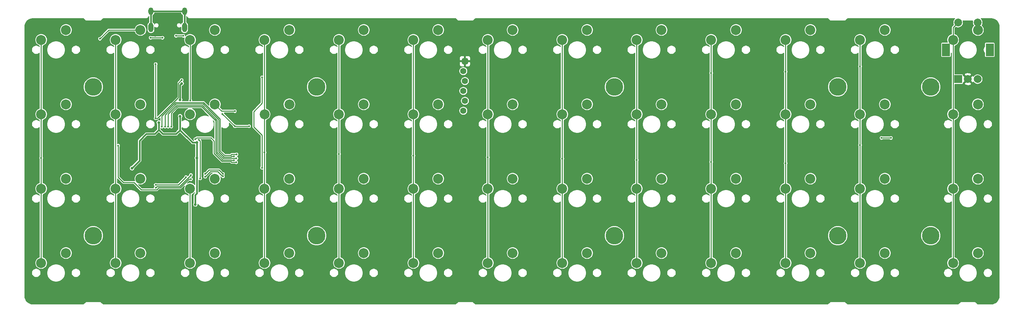
<source format=gtl>
G04 #@! TF.GenerationSoftware,KiCad,Pcbnew,(5.1.10-1-10_14)*
G04 #@! TF.CreationDate,2021-08-22T11:13:13-05:00*
G04 #@! TF.ProjectId,ori,6f72692e-6b69-4636-9164-5f7063625858,rev?*
G04 #@! TF.SameCoordinates,Original*
G04 #@! TF.FileFunction,Copper,L1,Top*
G04 #@! TF.FilePolarity,Positive*
%FSLAX46Y46*%
G04 Gerber Fmt 4.6, Leading zero omitted, Abs format (unit mm)*
G04 Created by KiCad (PCBNEW (5.1.10-1-10_14)) date 2021-08-22 11:13:13*
%MOMM*%
%LPD*%
G01*
G04 APERTURE LIST*
G04 #@! TA.AperFunction,ComponentPad*
%ADD10C,4.500000*%
G04 #@! TD*
G04 #@! TA.AperFunction,ComponentPad*
%ADD11C,2.540000*%
G04 #@! TD*
G04 #@! TA.AperFunction,ComponentPad*
%ADD12R,2.000000X2.000000*%
G04 #@! TD*
G04 #@! TA.AperFunction,ComponentPad*
%ADD13C,2.000000*%
G04 #@! TD*
G04 #@! TA.AperFunction,ComponentPad*
%ADD14R,2.000000X3.200000*%
G04 #@! TD*
G04 #@! TA.AperFunction,ComponentPad*
%ADD15C,1.600200*%
G04 #@! TD*
G04 #@! TA.AperFunction,ComponentPad*
%ADD16O,1.300000X2.400000*%
G04 #@! TD*
G04 #@! TA.AperFunction,ComponentPad*
%ADD17O,1.300000X1.900000*%
G04 #@! TD*
G04 #@! TA.AperFunction,SMDPad,CuDef*
%ADD18O,1.300000X2.400000*%
G04 #@! TD*
G04 #@! TA.AperFunction,ViaPad*
%ADD19C,0.500000*%
G04 #@! TD*
G04 #@! TA.AperFunction,ViaPad*
%ADD20C,0.700000*%
G04 #@! TD*
G04 #@! TA.AperFunction,Conductor*
%ADD21C,0.250000*%
G04 #@! TD*
G04 #@! TA.AperFunction,Conductor*
%ADD22C,0.400000*%
G04 #@! TD*
G04 #@! TA.AperFunction,Conductor*
%ADD23C,0.200000*%
G04 #@! TD*
G04 #@! TA.AperFunction,Conductor*
%ADD24C,0.100000*%
G04 #@! TD*
G04 APERTURE END LIST*
D10*
X96440641Y-62706266D03*
X153590689Y-100806298D03*
X286940801Y-62706266D03*
X286940801Y-100806298D03*
X229790753Y-62706266D03*
X153590689Y-62706266D03*
X229790753Y-100806298D03*
X96440641Y-100806298D03*
X310753321Y-100806298D03*
X310753321Y-62706266D03*
D11*
X316468185Y-69691370D03*
X322818185Y-67151370D03*
X121205625Y-50641250D03*
X127555625Y-48101250D03*
X316468185Y-107791530D03*
X322818185Y-105251530D03*
D12*
X317752725Y-60693950D03*
D13*
X320252725Y-60693950D03*
X322752725Y-60693950D03*
D14*
X314652725Y-53193950D03*
X325852725Y-53193950D03*
D13*
X317752725Y-46193950D03*
X322752725Y-46193950D03*
G04 #@! TA.AperFunction,ComponentPad*
G36*
G01*
X192346500Y-55699950D02*
X192346500Y-56500050D01*
G75*
G02*
X191946450Y-56900100I-400050J0D01*
G01*
X191146350Y-56900100D01*
G75*
G02*
X190746300Y-56500050I0J400050D01*
G01*
X190746300Y-55699950D01*
G75*
G02*
X191146350Y-55299900I400050J0D01*
G01*
X191946450Y-55299900D01*
G75*
G02*
X192346500Y-55699950I0J-400050D01*
G01*
G37*
G04 #@! TD.AperFunction*
D15*
X191140000Y-58640000D03*
X191546400Y-61180000D03*
X191140000Y-63720000D03*
X191546400Y-66260000D03*
X191140000Y-68800000D03*
D16*
X111189825Y-47458627D03*
D17*
X111189825Y-43258627D03*
X119789825Y-43258627D03*
D16*
X119789825Y-47458627D03*
D18*
X111189825Y-47458627D03*
D11*
X322818125Y-48101250D03*
X316468125Y-50641250D03*
X316468185Y-88741450D03*
X322818185Y-86201450D03*
X83105625Y-50641250D03*
X89455625Y-48101250D03*
X102155625Y-50641250D03*
X108505625Y-48101250D03*
X146605625Y-48101250D03*
X140255625Y-50641250D03*
X159305625Y-50641250D03*
X165655625Y-48101250D03*
X178355625Y-50641250D03*
X184705625Y-48101250D03*
X197405625Y-50641250D03*
X203755625Y-48101250D03*
X216455625Y-50641250D03*
X222805625Y-48101250D03*
X235505625Y-50641250D03*
X241855625Y-48101250D03*
X254555625Y-50641250D03*
X260905625Y-48101250D03*
X273605625Y-50641250D03*
X279955625Y-48101250D03*
X292655625Y-50641250D03*
X299005625Y-48101250D03*
X83105625Y-69691250D03*
X89455625Y-67151250D03*
X102155625Y-69691250D03*
X108505625Y-67151250D03*
X121205625Y-69691250D03*
X127555625Y-67151250D03*
X140260799Y-69691250D03*
X146610799Y-67151250D03*
X159305625Y-69691250D03*
X165655625Y-67151250D03*
X178355625Y-69691250D03*
X184705625Y-67151250D03*
X197405625Y-69691250D03*
X203755625Y-67151250D03*
X216455625Y-69691250D03*
X222805625Y-67151250D03*
X235505625Y-69691250D03*
X241855625Y-67151250D03*
X254555625Y-69691250D03*
X260905625Y-67151250D03*
X273605625Y-69691250D03*
X279955625Y-67151250D03*
X292655625Y-69691250D03*
X299005625Y-67151250D03*
X83105625Y-88741250D03*
X89455625Y-86201250D03*
X102155625Y-88741250D03*
X108505625Y-86201250D03*
X121205625Y-88741250D03*
X127555625Y-86201250D03*
X140255625Y-88741250D03*
X146605625Y-86201250D03*
X159305625Y-88741250D03*
X165655625Y-86201250D03*
X178355625Y-88741250D03*
X184705625Y-86201250D03*
X216455625Y-88741250D03*
X222805625Y-86201250D03*
X235505625Y-88741250D03*
X241855625Y-86201250D03*
X254555625Y-88741250D03*
X260905625Y-86201250D03*
X273605625Y-88741250D03*
X279955625Y-86201250D03*
X83105625Y-107791250D03*
X89455625Y-105251250D03*
X102155625Y-107791250D03*
X108505625Y-105251250D03*
X121205625Y-107791250D03*
X127555625Y-105251250D03*
X140255625Y-107791250D03*
X146605625Y-105251250D03*
X159305625Y-107791250D03*
X165655625Y-105251250D03*
X178355625Y-107791250D03*
X184705625Y-105251250D03*
X216455625Y-107791250D03*
X222805625Y-105251250D03*
X235505625Y-107791250D03*
X241855625Y-105251250D03*
X254555625Y-107791250D03*
X260905625Y-105251250D03*
X273605625Y-107791250D03*
X279955625Y-105251250D03*
X197405625Y-88741250D03*
X203755625Y-86201250D03*
X197405625Y-107791250D03*
X203755625Y-105251250D03*
X292655625Y-88741250D03*
X299005625Y-86201250D03*
X292655625Y-107791250D03*
X299005625Y-105251250D03*
D19*
X98150000Y-50350000D03*
X132650000Y-68900000D03*
D20*
X122950000Y-80900000D03*
X122900000Y-76950000D03*
X118650000Y-70200000D03*
X113200000Y-71800000D03*
X106350000Y-83500000D03*
X122550000Y-92800000D03*
X118650000Y-66000000D03*
X119050000Y-61800000D03*
D19*
X112400000Y-70700000D03*
X112400000Y-56850000D03*
X119050000Y-60950000D03*
X132650000Y-72750000D03*
X136300000Y-72750000D03*
X129450000Y-69600000D03*
X300540625Y-75756250D03*
X298140625Y-75756250D03*
X292655625Y-57421250D03*
X292655625Y-77621250D03*
X83105625Y-80871250D03*
X121250000Y-66154972D03*
X123450000Y-76205000D03*
X123800000Y-86100000D03*
X133100000Y-79980000D03*
X114000000Y-72850000D03*
X140255625Y-79491250D03*
X132450000Y-80485000D03*
X114800000Y-72850000D03*
X159305625Y-79841250D03*
X133050000Y-80990000D03*
X115600000Y-72850000D03*
X178355625Y-80271250D03*
X132450000Y-81495000D03*
X116400000Y-72850000D03*
X197405625Y-80721250D03*
X133000000Y-82000000D03*
X122550000Y-76100000D03*
X216455625Y-81041250D03*
X235505625Y-81391250D03*
X254555625Y-81921250D03*
X254555625Y-59141250D03*
X273605625Y-82241250D03*
X273605625Y-58771250D03*
X117600000Y-49600000D03*
X119450000Y-49600000D03*
X114150000Y-50100000D03*
X111100000Y-50100000D03*
X139650000Y-60250000D03*
X139600000Y-83395030D03*
X102770799Y-77724602D03*
X121420799Y-86324602D03*
X125070799Y-85674602D03*
X129620799Y-85585053D03*
X104100000Y-47050000D03*
X107150000Y-84850000D03*
X103550000Y-83850000D03*
X116300000Y-66550000D03*
X114000000Y-66550000D03*
X125700000Y-76800000D03*
X126700000Y-79900000D03*
D20*
X116850000Y-53250000D03*
D19*
X115450000Y-104250000D03*
D20*
X112240625Y-49456250D03*
D19*
X125540625Y-65956250D03*
X120040625Y-65906250D03*
X123840625Y-69006250D03*
X112420799Y-88524602D03*
X121420799Y-85255000D03*
X112420799Y-87774602D03*
X120178909Y-85782712D03*
X125070799Y-84955050D03*
X129620799Y-84955050D03*
D21*
X100405398Y-48094602D02*
X108610799Y-48094602D01*
X98150000Y-50350000D02*
X100405398Y-48094602D01*
X132650000Y-68900000D02*
X129416197Y-68900000D01*
X129304375Y-68900000D02*
X129416197Y-68900000D01*
X127555625Y-67151250D02*
X129304375Y-68900000D01*
D22*
X122950000Y-77000000D02*
X122900000Y-76950000D01*
X122950000Y-80900000D02*
X122950000Y-77000000D01*
X110000000Y-74750000D02*
X108300000Y-76450000D01*
X108300000Y-81550000D02*
X106350000Y-83500000D01*
X108300000Y-76450000D02*
X108300000Y-81550000D01*
X122950000Y-80900000D02*
X122950000Y-89950000D01*
X122550000Y-90350000D02*
X122550000Y-92800000D01*
X122950000Y-89950000D02*
X122550000Y-90350000D01*
X118650000Y-66000000D02*
X118650000Y-62500000D01*
X112050000Y-74750000D02*
X110000000Y-74750000D01*
X113200000Y-73700000D02*
X113200000Y-71800000D01*
X112150000Y-74750000D02*
X113200000Y-73700000D01*
X112050000Y-74750000D02*
X112150000Y-74750000D01*
X114250000Y-74750000D02*
X113200000Y-73700000D01*
X117650000Y-74750000D02*
X114250000Y-74750000D01*
X118650000Y-73750000D02*
X117650000Y-74750000D01*
X118650000Y-70200000D02*
X118650000Y-73750000D01*
X121850000Y-76950000D02*
X118650000Y-73750000D01*
X122900000Y-76950000D02*
X121850000Y-76950000D01*
X118650000Y-62200000D02*
X119050000Y-61800000D01*
X118650000Y-62500000D02*
X118650000Y-62200000D01*
D21*
X112400000Y-70700000D02*
X112400000Y-56850000D01*
X117320381Y-66279962D02*
X112900343Y-70700000D01*
X118194990Y-65405354D02*
X117320381Y-66279962D01*
X118194990Y-62609608D02*
X118194990Y-65405354D01*
X112900343Y-70700000D02*
X112400000Y-70700000D01*
X118194990Y-62609608D02*
X118194990Y-61755010D01*
X119000000Y-60950000D02*
X119050000Y-60950000D01*
X118194990Y-61755010D02*
X119000000Y-60950000D01*
X132650000Y-72750000D02*
X136300000Y-72750000D01*
X129500000Y-69600000D02*
X129450000Y-69600000D01*
X132650000Y-72750000D02*
X129500000Y-69600000D01*
X300540625Y-75756250D02*
X298140625Y-75756250D01*
X292259869Y-107633672D02*
X292260799Y-107634602D01*
X292655625Y-107791250D02*
X292655625Y-105995199D01*
X292655625Y-57421250D02*
X292655625Y-50641250D01*
X292655625Y-105995199D02*
X292655625Y-77621250D01*
X292655625Y-77621250D02*
X292655625Y-57421250D01*
X83260799Y-107634222D02*
X83260419Y-107634602D01*
X83105625Y-50641250D02*
X83105625Y-79471250D01*
X83105625Y-80871250D02*
X83105625Y-107791250D01*
X83105625Y-79471250D02*
X83105625Y-80871250D01*
X102155625Y-107791250D02*
X102155625Y-71864516D01*
X102155625Y-77856830D02*
X102155625Y-107791250D01*
X102155625Y-50641250D02*
X102155625Y-77856830D01*
X121250000Y-50645401D02*
X121260799Y-50634602D01*
X121250000Y-66154972D02*
X121250000Y-50645401D01*
X123799999Y-76554999D02*
X123450000Y-76205000D01*
X123800000Y-85750002D02*
X123799999Y-85750001D01*
X123800000Y-86100000D02*
X123800000Y-85750002D01*
X123799999Y-85750001D02*
X123799999Y-76554999D01*
X123799999Y-85950001D02*
X123799999Y-85750001D01*
X121205625Y-107791250D02*
X121205625Y-88741250D01*
X114000000Y-70137756D02*
X114000000Y-72850000D01*
X117477786Y-66659971D02*
X114000000Y-70137756D01*
X128900000Y-70887755D02*
X124672217Y-66659972D01*
X131792575Y-79980000D02*
X131542595Y-80229980D01*
X128900000Y-79100000D02*
X128900000Y-70887755D01*
X131542595Y-80229980D02*
X130029980Y-80229980D01*
X124672217Y-66659972D02*
X117477786Y-66659971D01*
X130029980Y-80229980D02*
X128900000Y-79100000D01*
X133100000Y-79980000D02*
X131792575Y-79980000D01*
X140255625Y-79491250D02*
X140255625Y-107791250D01*
X140255625Y-50641250D02*
X140255625Y-79491250D01*
X159260799Y-50635042D02*
X159260219Y-50634462D01*
X114800000Y-69875170D02*
X114800000Y-72850000D01*
X117635190Y-67039980D02*
X114800000Y-69875170D01*
X126050000Y-68575169D02*
X124514812Y-67039981D01*
X126050000Y-68575172D02*
X126050000Y-68575169D01*
X124514812Y-67039981D02*
X117635190Y-67039980D01*
X128519990Y-71045162D02*
X126050000Y-68575172D01*
X132450000Y-80485000D02*
X131824990Y-80485000D01*
X131700000Y-80609990D02*
X129872575Y-80609990D01*
X131824990Y-80485000D02*
X131700000Y-80609990D01*
X128519990Y-79257405D02*
X128519990Y-71045162D01*
X129872575Y-80609990D02*
X128519990Y-79257405D01*
X159305625Y-71864516D02*
X159305625Y-50641250D01*
X159305625Y-79841250D02*
X159305625Y-71864516D01*
X159305625Y-107791250D02*
X159305625Y-79841250D01*
X115600000Y-69612585D02*
X115600000Y-72850000D01*
X128139980Y-71202566D02*
X124357405Y-67419990D01*
X124357405Y-67419990D02*
X117792595Y-67419990D01*
X117792595Y-67419990D02*
X115600000Y-69612585D01*
X128139980Y-79414810D02*
X128139980Y-71202566D01*
X129715170Y-80990000D02*
X128139980Y-79414810D01*
X133050000Y-80990000D02*
X129715170Y-80990000D01*
X178355625Y-80271250D02*
X178355625Y-107791250D01*
X178355625Y-50641250D02*
X178355625Y-80271250D01*
X116400000Y-69350000D02*
X116400000Y-72850000D01*
X117950000Y-67800000D02*
X116400000Y-69350000D01*
X124200000Y-67800000D02*
X117950000Y-67800000D01*
X127759970Y-71359970D02*
X124200000Y-67800000D01*
X127759970Y-79572215D02*
X127759970Y-71359970D01*
X129557766Y-81370010D02*
X127759970Y-79572215D01*
X131700000Y-81370010D02*
X129557766Y-81370010D01*
X131824990Y-81495000D02*
X131700000Y-81370010D01*
X132450000Y-81495000D02*
X131824990Y-81495000D01*
X197405625Y-50641250D02*
X197405625Y-80721250D01*
X197405625Y-80721250D02*
X197405625Y-107791250D01*
X216260799Y-107633582D02*
X216260069Y-107634312D01*
X122550000Y-76100000D02*
X122950000Y-75700000D01*
X122950000Y-75700000D02*
X126550000Y-75700000D01*
X129400361Y-81750020D02*
X131542595Y-81750020D01*
X126550000Y-75700000D02*
X127379960Y-76529960D01*
X127379960Y-76529960D02*
X127379960Y-79729620D01*
X127379960Y-79729620D02*
X129400361Y-81750020D01*
X131542595Y-81750020D02*
X131792575Y-82000000D01*
X131792575Y-82000000D02*
X133000000Y-82000000D01*
X216455625Y-81041250D02*
X216455625Y-50641250D01*
X216455625Y-107791250D02*
X216455625Y-81041250D01*
X235260799Y-107633532D02*
X235260019Y-107634312D01*
X235505625Y-50641250D02*
X235505625Y-81391250D01*
X235505625Y-81391250D02*
X235505625Y-107791250D01*
X254555625Y-107791250D02*
X254555625Y-81921250D01*
X254555625Y-81921250D02*
X254555625Y-59141250D01*
X254555625Y-59141250D02*
X254555625Y-50641250D01*
X273605625Y-82241250D02*
X273605625Y-107791250D01*
X273605625Y-58771250D02*
X273605625Y-82241250D01*
X273605625Y-50641250D02*
X273605625Y-58771250D01*
X117600000Y-49600000D02*
X119450000Y-49600000D01*
X114150000Y-50100000D02*
X111100000Y-50100000D01*
X139650000Y-60250000D02*
X139650000Y-66850000D01*
X139650000Y-66850000D02*
X137500000Y-69000000D01*
X137500000Y-69000000D02*
X137500000Y-72950000D01*
X139600000Y-75050000D02*
X139600000Y-83395030D01*
X137500000Y-72950000D02*
X139600000Y-75050000D01*
X102770799Y-77724602D02*
X102770799Y-85774602D01*
X102770799Y-85774602D02*
X104120799Y-87124602D01*
X104120799Y-87124602D02*
X106820799Y-87124602D01*
X108725800Y-89029603D02*
X112663200Y-89029603D01*
X106820799Y-87124602D02*
X108725800Y-89029603D01*
X112928398Y-88767003D02*
X113160779Y-88534622D01*
X112925800Y-88767003D02*
X112928398Y-88767003D01*
X112663200Y-89029603D02*
X112925800Y-88767003D01*
X118678592Y-88534622D02*
X118901197Y-88312016D01*
X113160779Y-88534622D02*
X118678592Y-88534622D01*
X120888611Y-86324602D02*
X121420799Y-86324602D01*
X118901197Y-88312016D02*
X120888611Y-86324602D01*
X125070799Y-85674602D02*
X126390789Y-84354612D01*
X129503400Y-85585053D02*
X129620799Y-85585053D01*
X128272959Y-84354612D02*
X129503400Y-85585053D01*
X126390789Y-84354612D02*
X128272959Y-84354612D01*
X316468125Y-47478550D02*
X317752725Y-46193950D01*
X316468125Y-50641250D02*
X316468125Y-47478550D01*
X316468125Y-107791470D02*
X316468185Y-107791530D01*
X316468125Y-50641250D02*
X316468125Y-107791470D01*
X107150000Y-84850000D02*
X104100000Y-84850000D01*
X103550000Y-84300000D02*
X103550000Y-83850000D01*
X104100000Y-84850000D02*
X103550000Y-84300000D01*
X116300000Y-66550000D02*
X114000000Y-66550000D01*
X125700000Y-76800000D02*
X125700000Y-77650000D01*
X126700000Y-78650000D02*
X126700000Y-79900000D01*
X125700000Y-77650000D02*
X126700000Y-78650000D01*
D22*
X116300000Y-66550000D02*
X117739980Y-65110020D01*
X117739980Y-54139980D02*
X116850000Y-53250000D01*
X117739980Y-65110020D02*
X117739980Y-54139980D01*
X119789825Y-47458627D02*
X119789825Y-43258627D01*
X119789825Y-43258627D02*
X111189825Y-43258627D01*
X111189825Y-43258627D02*
X111189825Y-47458627D01*
D21*
X112790789Y-88154612D02*
X112420799Y-88524602D01*
X118458601Y-88154612D02*
X112790789Y-88154612D01*
X118521187Y-88154612D02*
X121420799Y-85255000D01*
X118458601Y-88154612D02*
X118521187Y-88154612D01*
X120178909Y-85782712D02*
X118187019Y-87774602D01*
X117970799Y-87774602D02*
X118170799Y-87774602D01*
X112420799Y-87774602D02*
X117970799Y-87774602D01*
X125070799Y-84955050D02*
X126051247Y-83974602D01*
X128640351Y-83974602D02*
X129620799Y-84955050D01*
X126051247Y-83974602D02*
X128640351Y-83974602D01*
D23*
X118907894Y-43923935D02*
X118996108Y-44088972D01*
X119114825Y-44233628D01*
X119259481Y-44352345D01*
X119289826Y-44368565D01*
X119289825Y-46098689D01*
X119259480Y-46114909D01*
X119114824Y-46233626D01*
X118996107Y-46378282D01*
X118907893Y-46543320D01*
X118901708Y-46563710D01*
X118865294Y-46509213D01*
X118778239Y-46422158D01*
X118675873Y-46353759D01*
X118562131Y-46306646D01*
X118441382Y-46282627D01*
X118318268Y-46282627D01*
X118197519Y-46306646D01*
X118083777Y-46353759D01*
X117981411Y-46422158D01*
X117894356Y-46509213D01*
X117825957Y-46611579D01*
X117778844Y-46725321D01*
X117754825Y-46846070D01*
X117754825Y-46969184D01*
X117778844Y-47089933D01*
X117825957Y-47203675D01*
X117894356Y-47306041D01*
X117981411Y-47393096D01*
X118083777Y-47461495D01*
X118197519Y-47508608D01*
X118318268Y-47532627D01*
X118441382Y-47532627D01*
X118562131Y-47508608D01*
X118675873Y-47461495D01*
X118778239Y-47393096D01*
X118839825Y-47331510D01*
X118839826Y-48055292D01*
X118853572Y-48194859D01*
X118907894Y-48373935D01*
X118996108Y-48538972D01*
X119114825Y-48683628D01*
X119259481Y-48802345D01*
X119424518Y-48890559D01*
X119603594Y-48944881D01*
X119789825Y-48963223D01*
X119976057Y-48944881D01*
X120155133Y-48890559D01*
X120320170Y-48802345D01*
X120464826Y-48683628D01*
X120583543Y-48538972D01*
X120671757Y-48373935D01*
X120726079Y-48194859D01*
X120739825Y-48055292D01*
X120739825Y-47946618D01*
X125985625Y-47946618D01*
X125985625Y-48255882D01*
X126045959Y-48559202D01*
X126164309Y-48844924D01*
X126336126Y-49102067D01*
X126554808Y-49320749D01*
X126811951Y-49492566D01*
X127097673Y-49610916D01*
X127400993Y-49671250D01*
X127710257Y-49671250D01*
X128013577Y-49610916D01*
X128299299Y-49492566D01*
X128556442Y-49320749D01*
X128775124Y-49102067D01*
X128946941Y-48844924D01*
X129065291Y-48559202D01*
X129125625Y-48255882D01*
X129125625Y-47946618D01*
X145035625Y-47946618D01*
X145035625Y-48255882D01*
X145095959Y-48559202D01*
X145214309Y-48844924D01*
X145386126Y-49102067D01*
X145604808Y-49320749D01*
X145861951Y-49492566D01*
X146147673Y-49610916D01*
X146450993Y-49671250D01*
X146760257Y-49671250D01*
X147063577Y-49610916D01*
X147349299Y-49492566D01*
X147606442Y-49320749D01*
X147825124Y-49102067D01*
X147996941Y-48844924D01*
X148115291Y-48559202D01*
X148175625Y-48255882D01*
X148175625Y-47946618D01*
X164085625Y-47946618D01*
X164085625Y-48255882D01*
X164145959Y-48559202D01*
X164264309Y-48844924D01*
X164436126Y-49102067D01*
X164654808Y-49320749D01*
X164911951Y-49492566D01*
X165197673Y-49610916D01*
X165500993Y-49671250D01*
X165810257Y-49671250D01*
X166113577Y-49610916D01*
X166399299Y-49492566D01*
X166656442Y-49320749D01*
X166875124Y-49102067D01*
X167046941Y-48844924D01*
X167165291Y-48559202D01*
X167225625Y-48255882D01*
X167225625Y-47946618D01*
X183135625Y-47946618D01*
X183135625Y-48255882D01*
X183195959Y-48559202D01*
X183314309Y-48844924D01*
X183486126Y-49102067D01*
X183704808Y-49320749D01*
X183961951Y-49492566D01*
X184247673Y-49610916D01*
X184550993Y-49671250D01*
X184860257Y-49671250D01*
X185163577Y-49610916D01*
X185449299Y-49492566D01*
X185706442Y-49320749D01*
X185925124Y-49102067D01*
X186096941Y-48844924D01*
X186215291Y-48559202D01*
X186275625Y-48255882D01*
X186275625Y-47946618D01*
X202185625Y-47946618D01*
X202185625Y-48255882D01*
X202245959Y-48559202D01*
X202364309Y-48844924D01*
X202536126Y-49102067D01*
X202754808Y-49320749D01*
X203011951Y-49492566D01*
X203297673Y-49610916D01*
X203600993Y-49671250D01*
X203910257Y-49671250D01*
X204213577Y-49610916D01*
X204499299Y-49492566D01*
X204756442Y-49320749D01*
X204975124Y-49102067D01*
X205146941Y-48844924D01*
X205265291Y-48559202D01*
X205325625Y-48255882D01*
X205325625Y-47946618D01*
X221235625Y-47946618D01*
X221235625Y-48255882D01*
X221295959Y-48559202D01*
X221414309Y-48844924D01*
X221586126Y-49102067D01*
X221804808Y-49320749D01*
X222061951Y-49492566D01*
X222347673Y-49610916D01*
X222650993Y-49671250D01*
X222960257Y-49671250D01*
X223263577Y-49610916D01*
X223549299Y-49492566D01*
X223806442Y-49320749D01*
X224025124Y-49102067D01*
X224196941Y-48844924D01*
X224315291Y-48559202D01*
X224375625Y-48255882D01*
X224375625Y-47946618D01*
X240285625Y-47946618D01*
X240285625Y-48255882D01*
X240345959Y-48559202D01*
X240464309Y-48844924D01*
X240636126Y-49102067D01*
X240854808Y-49320749D01*
X241111951Y-49492566D01*
X241397673Y-49610916D01*
X241700993Y-49671250D01*
X242010257Y-49671250D01*
X242313577Y-49610916D01*
X242599299Y-49492566D01*
X242856442Y-49320749D01*
X243075124Y-49102067D01*
X243246941Y-48844924D01*
X243365291Y-48559202D01*
X243425625Y-48255882D01*
X243425625Y-47946618D01*
X259335625Y-47946618D01*
X259335625Y-48255882D01*
X259395959Y-48559202D01*
X259514309Y-48844924D01*
X259686126Y-49102067D01*
X259904808Y-49320749D01*
X260161951Y-49492566D01*
X260447673Y-49610916D01*
X260750993Y-49671250D01*
X261060257Y-49671250D01*
X261363577Y-49610916D01*
X261649299Y-49492566D01*
X261906442Y-49320749D01*
X262125124Y-49102067D01*
X262296941Y-48844924D01*
X262415291Y-48559202D01*
X262475625Y-48255882D01*
X262475625Y-47946618D01*
X278385625Y-47946618D01*
X278385625Y-48255882D01*
X278445959Y-48559202D01*
X278564309Y-48844924D01*
X278736126Y-49102067D01*
X278954808Y-49320749D01*
X279211951Y-49492566D01*
X279497673Y-49610916D01*
X279800993Y-49671250D01*
X280110257Y-49671250D01*
X280413577Y-49610916D01*
X280699299Y-49492566D01*
X280956442Y-49320749D01*
X281175124Y-49102067D01*
X281346941Y-48844924D01*
X281465291Y-48559202D01*
X281525625Y-48255882D01*
X281525625Y-47946618D01*
X297435625Y-47946618D01*
X297435625Y-48255882D01*
X297495959Y-48559202D01*
X297614309Y-48844924D01*
X297786126Y-49102067D01*
X298004808Y-49320749D01*
X298261951Y-49492566D01*
X298547673Y-49610916D01*
X298850993Y-49671250D01*
X299160257Y-49671250D01*
X299463577Y-49610916D01*
X299749299Y-49492566D01*
X300006442Y-49320749D01*
X300225124Y-49102067D01*
X300396941Y-48844924D01*
X300515291Y-48559202D01*
X300575625Y-48255882D01*
X300575625Y-47946618D01*
X300515291Y-47643298D01*
X300396941Y-47357576D01*
X300225124Y-47100433D01*
X300006442Y-46881751D01*
X299749299Y-46709934D01*
X299463577Y-46591584D01*
X299160257Y-46531250D01*
X298850993Y-46531250D01*
X298547673Y-46591584D01*
X298261951Y-46709934D01*
X298004808Y-46881751D01*
X297786126Y-47100433D01*
X297614309Y-47357576D01*
X297495959Y-47643298D01*
X297435625Y-47946618D01*
X281525625Y-47946618D01*
X281465291Y-47643298D01*
X281346941Y-47357576D01*
X281175124Y-47100433D01*
X280956442Y-46881751D01*
X280699299Y-46709934D01*
X280413577Y-46591584D01*
X280110257Y-46531250D01*
X279800993Y-46531250D01*
X279497673Y-46591584D01*
X279211951Y-46709934D01*
X278954808Y-46881751D01*
X278736126Y-47100433D01*
X278564309Y-47357576D01*
X278445959Y-47643298D01*
X278385625Y-47946618D01*
X262475625Y-47946618D01*
X262415291Y-47643298D01*
X262296941Y-47357576D01*
X262125124Y-47100433D01*
X261906442Y-46881751D01*
X261649299Y-46709934D01*
X261363577Y-46591584D01*
X261060257Y-46531250D01*
X260750993Y-46531250D01*
X260447673Y-46591584D01*
X260161951Y-46709934D01*
X259904808Y-46881751D01*
X259686126Y-47100433D01*
X259514309Y-47357576D01*
X259395959Y-47643298D01*
X259335625Y-47946618D01*
X243425625Y-47946618D01*
X243365291Y-47643298D01*
X243246941Y-47357576D01*
X243075124Y-47100433D01*
X242856442Y-46881751D01*
X242599299Y-46709934D01*
X242313577Y-46591584D01*
X242010257Y-46531250D01*
X241700993Y-46531250D01*
X241397673Y-46591584D01*
X241111951Y-46709934D01*
X240854808Y-46881751D01*
X240636126Y-47100433D01*
X240464309Y-47357576D01*
X240345959Y-47643298D01*
X240285625Y-47946618D01*
X224375625Y-47946618D01*
X224315291Y-47643298D01*
X224196941Y-47357576D01*
X224025124Y-47100433D01*
X223806442Y-46881751D01*
X223549299Y-46709934D01*
X223263577Y-46591584D01*
X222960257Y-46531250D01*
X222650993Y-46531250D01*
X222347673Y-46591584D01*
X222061951Y-46709934D01*
X221804808Y-46881751D01*
X221586126Y-47100433D01*
X221414309Y-47357576D01*
X221295959Y-47643298D01*
X221235625Y-47946618D01*
X205325625Y-47946618D01*
X205265291Y-47643298D01*
X205146941Y-47357576D01*
X204975124Y-47100433D01*
X204756442Y-46881751D01*
X204499299Y-46709934D01*
X204213577Y-46591584D01*
X203910257Y-46531250D01*
X203600993Y-46531250D01*
X203297673Y-46591584D01*
X203011951Y-46709934D01*
X202754808Y-46881751D01*
X202536126Y-47100433D01*
X202364309Y-47357576D01*
X202245959Y-47643298D01*
X202185625Y-47946618D01*
X186275625Y-47946618D01*
X186215291Y-47643298D01*
X186096941Y-47357576D01*
X185925124Y-47100433D01*
X185706442Y-46881751D01*
X185449299Y-46709934D01*
X185163577Y-46591584D01*
X184860257Y-46531250D01*
X184550993Y-46531250D01*
X184247673Y-46591584D01*
X183961951Y-46709934D01*
X183704808Y-46881751D01*
X183486126Y-47100433D01*
X183314309Y-47357576D01*
X183195959Y-47643298D01*
X183135625Y-47946618D01*
X167225625Y-47946618D01*
X167165291Y-47643298D01*
X167046941Y-47357576D01*
X166875124Y-47100433D01*
X166656442Y-46881751D01*
X166399299Y-46709934D01*
X166113577Y-46591584D01*
X165810257Y-46531250D01*
X165500993Y-46531250D01*
X165197673Y-46591584D01*
X164911951Y-46709934D01*
X164654808Y-46881751D01*
X164436126Y-47100433D01*
X164264309Y-47357576D01*
X164145959Y-47643298D01*
X164085625Y-47946618D01*
X148175625Y-47946618D01*
X148115291Y-47643298D01*
X147996941Y-47357576D01*
X147825124Y-47100433D01*
X147606442Y-46881751D01*
X147349299Y-46709934D01*
X147063577Y-46591584D01*
X146760257Y-46531250D01*
X146450993Y-46531250D01*
X146147673Y-46591584D01*
X145861951Y-46709934D01*
X145604808Y-46881751D01*
X145386126Y-47100433D01*
X145214309Y-47357576D01*
X145095959Y-47643298D01*
X145035625Y-47946618D01*
X129125625Y-47946618D01*
X129065291Y-47643298D01*
X128946941Y-47357576D01*
X128775124Y-47100433D01*
X128556442Y-46881751D01*
X128299299Y-46709934D01*
X128013577Y-46591584D01*
X127710257Y-46531250D01*
X127400993Y-46531250D01*
X127097673Y-46591584D01*
X126811951Y-46709934D01*
X126554808Y-46881751D01*
X126336126Y-47100433D01*
X126164309Y-47357576D01*
X126045959Y-47643298D01*
X125985625Y-47946618D01*
X120739825Y-47946618D01*
X120739825Y-46861962D01*
X120726079Y-46722395D01*
X120671757Y-46543319D01*
X120583543Y-46378282D01*
X120464826Y-46233626D01*
X120320170Y-46114909D01*
X120289825Y-46098689D01*
X120289825Y-44525953D01*
X120290743Y-44528995D01*
X120320648Y-44625604D01*
X120332066Y-44652767D01*
X120343098Y-44680071D01*
X120345228Y-44684078D01*
X120393329Y-44773038D01*
X120409795Y-44797450D01*
X120425931Y-44822108D01*
X120428799Y-44825625D01*
X120493263Y-44903548D01*
X120514173Y-44924312D01*
X120534773Y-44945348D01*
X120538269Y-44948241D01*
X120616640Y-45012159D01*
X120641167Y-45028454D01*
X120665479Y-45045101D01*
X120669470Y-45047259D01*
X120758764Y-45094738D01*
X120786017Y-45105971D01*
X120813075Y-45117568D01*
X120817410Y-45118910D01*
X120914226Y-45148140D01*
X120943112Y-45153860D01*
X120971931Y-45159985D01*
X120976445Y-45160460D01*
X121077094Y-45170329D01*
X121077102Y-45170329D01*
X121092849Y-45171880D01*
X189174850Y-45171875D01*
X189663690Y-45660717D01*
X189673861Y-45673110D01*
X189686254Y-45683281D01*
X189686258Y-45683285D01*
X189698152Y-45693046D01*
X189723348Y-45713724D01*
X189779808Y-45743902D01*
X189841071Y-45762486D01*
X189888821Y-45767189D01*
X189888829Y-45767189D01*
X189904782Y-45768760D01*
X189920735Y-45767189D01*
X193460707Y-45767189D01*
X193476660Y-45768760D01*
X193492613Y-45767189D01*
X193492621Y-45767189D01*
X193540371Y-45762486D01*
X193601634Y-45743902D01*
X193658094Y-45713724D01*
X193707581Y-45673110D01*
X193717760Y-45660707D01*
X194206593Y-45171876D01*
X284424899Y-45171876D01*
X284913738Y-45660717D01*
X284923909Y-45673110D01*
X284936302Y-45683281D01*
X284936306Y-45683285D01*
X284948200Y-45693046D01*
X284973396Y-45713724D01*
X285029856Y-45743902D01*
X285091119Y-45762486D01*
X285138869Y-45767189D01*
X285138877Y-45767189D01*
X285154830Y-45768760D01*
X285170783Y-45767189D01*
X288710755Y-45767189D01*
X288726708Y-45768760D01*
X288742661Y-45767189D01*
X288742669Y-45767189D01*
X288790419Y-45762486D01*
X288851682Y-45743902D01*
X288908142Y-45713724D01*
X288957629Y-45673110D01*
X288967808Y-45660707D01*
X289456641Y-45171876D01*
X316942428Y-45171876D01*
X316924023Y-45184174D01*
X316742949Y-45365248D01*
X316600680Y-45578169D01*
X316502683Y-45814754D01*
X316452725Y-46065911D01*
X316452725Y-46321989D01*
X316502683Y-46573146D01*
X316581707Y-46763927D01*
X316182364Y-47163271D01*
X316166152Y-47176576D01*
X316113042Y-47241290D01*
X316103119Y-47259855D01*
X316073578Y-47315123D01*
X316049275Y-47395236D01*
X316041070Y-47478550D01*
X316043126Y-47499427D01*
X316043125Y-49125029D01*
X316010173Y-49131584D01*
X315724451Y-49249934D01*
X315467308Y-49421751D01*
X315248626Y-49640433D01*
X315076809Y-49897576D01*
X314958459Y-50183298D01*
X314898125Y-50486618D01*
X314898125Y-50795882D01*
X314958459Y-51099202D01*
X315038525Y-51292499D01*
X313652725Y-51292499D01*
X313593915Y-51298291D01*
X313537365Y-51315446D01*
X313485248Y-51343303D01*
X313439567Y-51380792D01*
X313402078Y-51426473D01*
X313374221Y-51478590D01*
X313357066Y-51535140D01*
X313351274Y-51593950D01*
X313351274Y-54793950D01*
X313357066Y-54852760D01*
X313374221Y-54909310D01*
X313402078Y-54961427D01*
X313439567Y-55007108D01*
X313485248Y-55044597D01*
X313537365Y-55072454D01*
X313593915Y-55089609D01*
X313652725Y-55095401D01*
X315652725Y-55095401D01*
X315711535Y-55089609D01*
X315768085Y-55072454D01*
X315820202Y-55044597D01*
X315865883Y-55007108D01*
X315903372Y-54961427D01*
X315931229Y-54909310D01*
X315948384Y-54852760D01*
X315954176Y-54793950D01*
X315954176Y-54052818D01*
X316043125Y-53963869D01*
X316043125Y-68175161D01*
X316010233Y-68181704D01*
X315724511Y-68300054D01*
X315467368Y-68471871D01*
X315248686Y-68690553D01*
X315076869Y-68947696D01*
X314958519Y-69233418D01*
X314898185Y-69536738D01*
X314898185Y-69846002D01*
X314958519Y-70149322D01*
X315076869Y-70435044D01*
X315248686Y-70692187D01*
X315467368Y-70910869D01*
X315724511Y-71082686D01*
X316010233Y-71201036D01*
X316043125Y-71207579D01*
X316043125Y-71448691D01*
X315931841Y-71337407D01*
X315743341Y-71211455D01*
X315533890Y-71124698D01*
X315311539Y-71080470D01*
X315084831Y-71080470D01*
X314862480Y-71124698D01*
X314653029Y-71211455D01*
X314464529Y-71337407D01*
X314304222Y-71497714D01*
X314178270Y-71686214D01*
X314091513Y-71895665D01*
X314047285Y-72118016D01*
X314047285Y-72344724D01*
X314091513Y-72567075D01*
X314178270Y-72776526D01*
X314304222Y-72965026D01*
X314464529Y-73125333D01*
X314653029Y-73251285D01*
X314862480Y-73338042D01*
X315084831Y-73382270D01*
X315311539Y-73382270D01*
X315533890Y-73338042D01*
X315743341Y-73251285D01*
X315931841Y-73125333D01*
X316043125Y-73014049D01*
X316043126Y-87225241D01*
X316010233Y-87231784D01*
X315724511Y-87350134D01*
X315467368Y-87521951D01*
X315248686Y-87740633D01*
X315076869Y-87997776D01*
X314958519Y-88283498D01*
X314898185Y-88586818D01*
X314898185Y-88896082D01*
X314958519Y-89199402D01*
X315076869Y-89485124D01*
X315248686Y-89742267D01*
X315467368Y-89960949D01*
X315724511Y-90132766D01*
X316010233Y-90251116D01*
X316043126Y-90257659D01*
X316043126Y-90498772D01*
X315931841Y-90387487D01*
X315743341Y-90261535D01*
X315533890Y-90174778D01*
X315311539Y-90130550D01*
X315084831Y-90130550D01*
X314862480Y-90174778D01*
X314653029Y-90261535D01*
X314464529Y-90387487D01*
X314304222Y-90547794D01*
X314178270Y-90736294D01*
X314091513Y-90945745D01*
X314047285Y-91168096D01*
X314047285Y-91394804D01*
X314091513Y-91617155D01*
X314178270Y-91826606D01*
X314304222Y-92015106D01*
X314464529Y-92175413D01*
X314653029Y-92301365D01*
X314862480Y-92388122D01*
X315084831Y-92432350D01*
X315311539Y-92432350D01*
X315533890Y-92388122D01*
X315743341Y-92301365D01*
X315931841Y-92175413D01*
X316043126Y-92064128D01*
X316043126Y-106275321D01*
X316010233Y-106281864D01*
X315724511Y-106400214D01*
X315467368Y-106572031D01*
X315248686Y-106790713D01*
X315076869Y-107047856D01*
X314958519Y-107333578D01*
X314898185Y-107636898D01*
X314898185Y-107946162D01*
X314958519Y-108249482D01*
X315076869Y-108535204D01*
X315248686Y-108792347D01*
X315467368Y-109011029D01*
X315724511Y-109182846D01*
X316010233Y-109301196D01*
X316313553Y-109361530D01*
X316622817Y-109361530D01*
X316926137Y-109301196D01*
X317211859Y-109182846D01*
X317469002Y-109011029D01*
X317687684Y-108792347D01*
X317859501Y-108535204D01*
X317977851Y-108249482D01*
X318038185Y-107946162D01*
X318038185Y-107636898D01*
X317977851Y-107333578D01*
X317859501Y-107047856D01*
X317687684Y-106790713D01*
X317469002Y-106572031D01*
X317211859Y-106400214D01*
X316926137Y-106281864D01*
X316893125Y-106275298D01*
X316893125Y-105096898D01*
X321248185Y-105096898D01*
X321248185Y-105406162D01*
X321308519Y-105709482D01*
X321426869Y-105995204D01*
X321598686Y-106252347D01*
X321817368Y-106471029D01*
X322074511Y-106642846D01*
X322360233Y-106761196D01*
X322663553Y-106821530D01*
X322972817Y-106821530D01*
X323276137Y-106761196D01*
X323561859Y-106642846D01*
X323819002Y-106471029D01*
X324037684Y-106252347D01*
X324209501Y-105995204D01*
X324327851Y-105709482D01*
X324388185Y-105406162D01*
X324388185Y-105096898D01*
X324327851Y-104793578D01*
X324209501Y-104507856D01*
X324037684Y-104250713D01*
X323819002Y-104032031D01*
X323561859Y-103860214D01*
X323276137Y-103741864D01*
X322972817Y-103681530D01*
X322663553Y-103681530D01*
X322360233Y-103741864D01*
X322074511Y-103860214D01*
X321817368Y-104032031D01*
X321598686Y-104250713D01*
X321426869Y-104507856D01*
X321308519Y-104793578D01*
X321248185Y-105096898D01*
X316893125Y-105096898D01*
X316893125Y-91055521D01*
X317984285Y-91055521D01*
X317984285Y-91507379D01*
X318072438Y-91950556D01*
X318245357Y-92368019D01*
X318496397Y-92743726D01*
X318815909Y-93063238D01*
X319191616Y-93314278D01*
X319609079Y-93487197D01*
X320052256Y-93575350D01*
X320504114Y-93575350D01*
X320947291Y-93487197D01*
X321364754Y-93314278D01*
X321740461Y-93063238D01*
X322059973Y-92743726D01*
X322311013Y-92368019D01*
X322483932Y-91950556D01*
X322572085Y-91507379D01*
X322572085Y-91168096D01*
X324207285Y-91168096D01*
X324207285Y-91394804D01*
X324251513Y-91617155D01*
X324338270Y-91826606D01*
X324464222Y-92015106D01*
X324624529Y-92175413D01*
X324813029Y-92301365D01*
X325022480Y-92388122D01*
X325244831Y-92432350D01*
X325471539Y-92432350D01*
X325693890Y-92388122D01*
X325903341Y-92301365D01*
X326091841Y-92175413D01*
X326252148Y-92015106D01*
X326378100Y-91826606D01*
X326464857Y-91617155D01*
X326509085Y-91394804D01*
X326509085Y-91168096D01*
X326464857Y-90945745D01*
X326378100Y-90736294D01*
X326252148Y-90547794D01*
X326091841Y-90387487D01*
X325903341Y-90261535D01*
X325693890Y-90174778D01*
X325471539Y-90130550D01*
X325244831Y-90130550D01*
X325022480Y-90174778D01*
X324813029Y-90261535D01*
X324624529Y-90387487D01*
X324464222Y-90547794D01*
X324338270Y-90736294D01*
X324251513Y-90945745D01*
X324207285Y-91168096D01*
X322572085Y-91168096D01*
X322572085Y-91055521D01*
X322483932Y-90612344D01*
X322311013Y-90194881D01*
X322059973Y-89819174D01*
X321740461Y-89499662D01*
X321364754Y-89248622D01*
X320947291Y-89075703D01*
X320504114Y-88987550D01*
X320052256Y-88987550D01*
X319609079Y-89075703D01*
X319191616Y-89248622D01*
X318815909Y-89499662D01*
X318496397Y-89819174D01*
X318245357Y-90194881D01*
X318072438Y-90612344D01*
X317984285Y-91055521D01*
X316893125Y-91055521D01*
X316893125Y-90257682D01*
X316926137Y-90251116D01*
X317211859Y-90132766D01*
X317469002Y-89960949D01*
X317687684Y-89742267D01*
X317859501Y-89485124D01*
X317977851Y-89199402D01*
X318038185Y-88896082D01*
X318038185Y-88586818D01*
X317977851Y-88283498D01*
X317859501Y-87997776D01*
X317687684Y-87740633D01*
X317469002Y-87521951D01*
X317211859Y-87350134D01*
X316926137Y-87231784D01*
X316893125Y-87225218D01*
X316893125Y-86046818D01*
X321248185Y-86046818D01*
X321248185Y-86356082D01*
X321308519Y-86659402D01*
X321426869Y-86945124D01*
X321598686Y-87202267D01*
X321817368Y-87420949D01*
X322074511Y-87592766D01*
X322360233Y-87711116D01*
X322663553Y-87771450D01*
X322972817Y-87771450D01*
X323276137Y-87711116D01*
X323561859Y-87592766D01*
X323819002Y-87420949D01*
X324037684Y-87202267D01*
X324209501Y-86945124D01*
X324327851Y-86659402D01*
X324388185Y-86356082D01*
X324388185Y-86046818D01*
X324327851Y-85743498D01*
X324209501Y-85457776D01*
X324037684Y-85200633D01*
X323819002Y-84981951D01*
X323561859Y-84810134D01*
X323276137Y-84691784D01*
X322972817Y-84631450D01*
X322663553Y-84631450D01*
X322360233Y-84691784D01*
X322074511Y-84810134D01*
X321817368Y-84981951D01*
X321598686Y-85200633D01*
X321426869Y-85457776D01*
X321308519Y-85743498D01*
X321248185Y-86046818D01*
X316893125Y-86046818D01*
X316893125Y-72005441D01*
X317984285Y-72005441D01*
X317984285Y-72457299D01*
X318072438Y-72900476D01*
X318245357Y-73317939D01*
X318496397Y-73693646D01*
X318815909Y-74013158D01*
X319191616Y-74264198D01*
X319609079Y-74437117D01*
X320052256Y-74525270D01*
X320504114Y-74525270D01*
X320947291Y-74437117D01*
X321364754Y-74264198D01*
X321740461Y-74013158D01*
X322059973Y-73693646D01*
X322311013Y-73317939D01*
X322483932Y-72900476D01*
X322572085Y-72457299D01*
X322572085Y-72118016D01*
X324207285Y-72118016D01*
X324207285Y-72344724D01*
X324251513Y-72567075D01*
X324338270Y-72776526D01*
X324464222Y-72965026D01*
X324624529Y-73125333D01*
X324813029Y-73251285D01*
X325022480Y-73338042D01*
X325244831Y-73382270D01*
X325471539Y-73382270D01*
X325693890Y-73338042D01*
X325903341Y-73251285D01*
X326091841Y-73125333D01*
X326252148Y-72965026D01*
X326378100Y-72776526D01*
X326464857Y-72567075D01*
X326509085Y-72344724D01*
X326509085Y-72118016D01*
X326464857Y-71895665D01*
X326378100Y-71686214D01*
X326252148Y-71497714D01*
X326091841Y-71337407D01*
X325903341Y-71211455D01*
X325693890Y-71124698D01*
X325471539Y-71080470D01*
X325244831Y-71080470D01*
X325022480Y-71124698D01*
X324813029Y-71211455D01*
X324624529Y-71337407D01*
X324464222Y-71497714D01*
X324338270Y-71686214D01*
X324251513Y-71895665D01*
X324207285Y-72118016D01*
X322572085Y-72118016D01*
X322572085Y-72005441D01*
X322483932Y-71562264D01*
X322311013Y-71144801D01*
X322059973Y-70769094D01*
X321740461Y-70449582D01*
X321364754Y-70198542D01*
X320947291Y-70025623D01*
X320504114Y-69937470D01*
X320052256Y-69937470D01*
X319609079Y-70025623D01*
X319191616Y-70198542D01*
X318815909Y-70449582D01*
X318496397Y-70769094D01*
X318245357Y-71144801D01*
X318072438Y-71562264D01*
X317984285Y-72005441D01*
X316893125Y-72005441D01*
X316893125Y-71207602D01*
X316926137Y-71201036D01*
X317211859Y-71082686D01*
X317469002Y-70910869D01*
X317687684Y-70692187D01*
X317859501Y-70435044D01*
X317977851Y-70149322D01*
X318038185Y-69846002D01*
X318038185Y-69536738D01*
X317977851Y-69233418D01*
X317859501Y-68947696D01*
X317687684Y-68690553D01*
X317469002Y-68471871D01*
X317211859Y-68300054D01*
X316926137Y-68181704D01*
X316893125Y-68175138D01*
X316893125Y-66996738D01*
X321248185Y-66996738D01*
X321248185Y-67306002D01*
X321308519Y-67609322D01*
X321426869Y-67895044D01*
X321598686Y-68152187D01*
X321817368Y-68370869D01*
X322074511Y-68542686D01*
X322360233Y-68661036D01*
X322663553Y-68721370D01*
X322972817Y-68721370D01*
X323276137Y-68661036D01*
X323561859Y-68542686D01*
X323819002Y-68370869D01*
X324037684Y-68152187D01*
X324209501Y-67895044D01*
X324327851Y-67609322D01*
X324388185Y-67306002D01*
X324388185Y-66996738D01*
X324327851Y-66693418D01*
X324209501Y-66407696D01*
X324037684Y-66150553D01*
X323819002Y-65931871D01*
X323561859Y-65760054D01*
X323276137Y-65641704D01*
X322972817Y-65581370D01*
X322663553Y-65581370D01*
X322360233Y-65641704D01*
X322074511Y-65760054D01*
X321817368Y-65931871D01*
X321598686Y-66150553D01*
X321426869Y-66407696D01*
X321308519Y-66693418D01*
X321248185Y-66996738D01*
X316893125Y-66996738D01*
X316893125Y-61995401D01*
X318752725Y-61995401D01*
X318811535Y-61989609D01*
X318868085Y-61972454D01*
X318920202Y-61944597D01*
X318965883Y-61907108D01*
X319003372Y-61861427D01*
X319019021Y-61832149D01*
X319332315Y-61832149D01*
X319431906Y-62085712D01*
X319719197Y-62219104D01*
X320026990Y-62293884D01*
X320343460Y-62307180D01*
X320656441Y-62258481D01*
X320953909Y-62149658D01*
X321073544Y-62085712D01*
X321173135Y-61832149D01*
X320252725Y-60911739D01*
X319332315Y-61832149D01*
X319019021Y-61832149D01*
X319031229Y-61809310D01*
X319048384Y-61752760D01*
X319054176Y-61693950D01*
X319054176Y-61590657D01*
X319114526Y-61614360D01*
X320034936Y-60693950D01*
X320470514Y-60693950D01*
X321390924Y-61614360D01*
X321644487Y-61514769D01*
X321682696Y-61432477D01*
X321742949Y-61522652D01*
X321924023Y-61703726D01*
X322136944Y-61845995D01*
X322373529Y-61943992D01*
X322624686Y-61993950D01*
X322880764Y-61993950D01*
X323131921Y-61943992D01*
X323368506Y-61845995D01*
X323581427Y-61703726D01*
X323762501Y-61522652D01*
X323904770Y-61309731D01*
X324002767Y-61073146D01*
X324052725Y-60821989D01*
X324052725Y-60565911D01*
X324002767Y-60314754D01*
X323904770Y-60078169D01*
X323762501Y-59865248D01*
X323581427Y-59684174D01*
X323368506Y-59541905D01*
X323131921Y-59443908D01*
X322880764Y-59393950D01*
X322624686Y-59393950D01*
X322373529Y-59443908D01*
X322136944Y-59541905D01*
X321924023Y-59684174D01*
X321742949Y-59865248D01*
X321685905Y-59950620D01*
X321644487Y-59873131D01*
X321390924Y-59773540D01*
X320470514Y-60693950D01*
X320034936Y-60693950D01*
X319114526Y-59773540D01*
X319054176Y-59797243D01*
X319054176Y-59693950D01*
X319048384Y-59635140D01*
X319031229Y-59578590D01*
X319019022Y-59555751D01*
X319332315Y-59555751D01*
X320252725Y-60476161D01*
X321173135Y-59555751D01*
X321073544Y-59302188D01*
X320786253Y-59168796D01*
X320478460Y-59094016D01*
X320161990Y-59080720D01*
X319849009Y-59129419D01*
X319551541Y-59238242D01*
X319431906Y-59302188D01*
X319332315Y-59555751D01*
X319019022Y-59555751D01*
X319003372Y-59526473D01*
X318965883Y-59480792D01*
X318920202Y-59443303D01*
X318868085Y-59415446D01*
X318811535Y-59398291D01*
X318752725Y-59392499D01*
X316893125Y-59392499D01*
X316893125Y-52955321D01*
X317984225Y-52955321D01*
X317984225Y-53407179D01*
X318072378Y-53850356D01*
X318245297Y-54267819D01*
X318496337Y-54643526D01*
X318815849Y-54963038D01*
X319191556Y-55214078D01*
X319609019Y-55386997D01*
X320052196Y-55475150D01*
X320504054Y-55475150D01*
X320947231Y-55386997D01*
X321364694Y-55214078D01*
X321740401Y-54963038D01*
X322059913Y-54643526D01*
X322310953Y-54267819D01*
X322483872Y-53850356D01*
X322572025Y-53407179D01*
X322572025Y-53067896D01*
X324207225Y-53067896D01*
X324207225Y-53294604D01*
X324251453Y-53516955D01*
X324338210Y-53726406D01*
X324464162Y-53914906D01*
X324551274Y-54002018D01*
X324551274Y-54793950D01*
X324557066Y-54852760D01*
X324574221Y-54909310D01*
X324602078Y-54961427D01*
X324639567Y-55007108D01*
X324685248Y-55044597D01*
X324737365Y-55072454D01*
X324793915Y-55089609D01*
X324852725Y-55095401D01*
X326852725Y-55095401D01*
X326911535Y-55089609D01*
X326968085Y-55072454D01*
X327020202Y-55044597D01*
X327065883Y-55007108D01*
X327103372Y-54961427D01*
X327131229Y-54909310D01*
X327148384Y-54852760D01*
X327154176Y-54793950D01*
X327154176Y-51593950D01*
X327148384Y-51535140D01*
X327131229Y-51478590D01*
X327103372Y-51426473D01*
X327065883Y-51380792D01*
X327020202Y-51343303D01*
X326968085Y-51315446D01*
X326911535Y-51298291D01*
X326852725Y-51292499D01*
X324852725Y-51292499D01*
X324793915Y-51298291D01*
X324737365Y-51315446D01*
X324685248Y-51343303D01*
X324639567Y-51380792D01*
X324602078Y-51426473D01*
X324574221Y-51478590D01*
X324557066Y-51535140D01*
X324551274Y-51593950D01*
X324551274Y-52360482D01*
X324464162Y-52447594D01*
X324338210Y-52636094D01*
X324251453Y-52845545D01*
X324207225Y-53067896D01*
X322572025Y-53067896D01*
X322572025Y-52955321D01*
X322483872Y-52512144D01*
X322310953Y-52094681D01*
X322059913Y-51718974D01*
X321740401Y-51399462D01*
X321364694Y-51148422D01*
X320947231Y-50975503D01*
X320504054Y-50887350D01*
X320052196Y-50887350D01*
X319609019Y-50975503D01*
X319191556Y-51148422D01*
X318815849Y-51399462D01*
X318496337Y-51718974D01*
X318245297Y-52094681D01*
X318072378Y-52512144D01*
X317984225Y-52955321D01*
X316893125Y-52955321D01*
X316893125Y-52157471D01*
X316926077Y-52150916D01*
X317211799Y-52032566D01*
X317468942Y-51860749D01*
X317687624Y-51642067D01*
X317859441Y-51384924D01*
X317977791Y-51099202D01*
X318038125Y-50795882D01*
X318038125Y-50486618D01*
X317977791Y-50183298D01*
X317859441Y-49897576D01*
X317687624Y-49640433D01*
X317468942Y-49421751D01*
X317211799Y-49249934D01*
X316926077Y-49131584D01*
X316893125Y-49125029D01*
X316893125Y-47654590D01*
X317182748Y-47364968D01*
X317373529Y-47443992D01*
X317624686Y-47493950D01*
X317880764Y-47493950D01*
X318131921Y-47443992D01*
X318368506Y-47345995D01*
X318581427Y-47203726D01*
X318762501Y-47022652D01*
X318904770Y-46809731D01*
X319002767Y-46573146D01*
X319052725Y-46321989D01*
X319052725Y-46065911D01*
X319002767Y-45814754D01*
X318974955Y-45747611D01*
X318982329Y-45749848D01*
X319001446Y-45757163D01*
X319012882Y-45759116D01*
X319023992Y-45762486D01*
X319044375Y-45764494D01*
X319064552Y-45767939D01*
X319092089Y-45767189D01*
X321464553Y-45767189D01*
X321492105Y-45767939D01*
X321512281Y-45764494D01*
X321523979Y-45763342D01*
X321502683Y-45814754D01*
X321452725Y-46065911D01*
X321452725Y-46321989D01*
X321502683Y-46573146D01*
X321600680Y-46809731D01*
X321716296Y-46982763D01*
X321598626Y-47100433D01*
X321426809Y-47357576D01*
X321308459Y-47643298D01*
X321248125Y-47946618D01*
X321248125Y-48255882D01*
X321308459Y-48559202D01*
X321426809Y-48844924D01*
X321598626Y-49102067D01*
X321817308Y-49320749D01*
X322074451Y-49492566D01*
X322360173Y-49610916D01*
X322663493Y-49671250D01*
X322972757Y-49671250D01*
X323276077Y-49610916D01*
X323561799Y-49492566D01*
X323818942Y-49320749D01*
X324037624Y-49102067D01*
X324209441Y-48844924D01*
X324327791Y-48559202D01*
X324388125Y-48255882D01*
X324388125Y-47946618D01*
X324327791Y-47643298D01*
X324209441Y-47357576D01*
X324037624Y-47100433D01*
X323841545Y-46904354D01*
X323904770Y-46809731D01*
X324002767Y-46573146D01*
X324052725Y-46321989D01*
X324052725Y-46065911D01*
X324002767Y-45814754D01*
X323904770Y-45578169D01*
X323762501Y-45365248D01*
X323581427Y-45184174D01*
X323563022Y-45171876D01*
X326215438Y-45171880D01*
X326630428Y-45212570D01*
X327014323Y-45328475D01*
X327368388Y-45516735D01*
X327679146Y-45770183D01*
X327934760Y-46079166D01*
X328125488Y-46431911D01*
X328244069Y-46814981D01*
X328287595Y-47229104D01*
X328287596Y-116268773D01*
X328246905Y-116683773D01*
X328131000Y-117067667D01*
X327942741Y-117421732D01*
X327689288Y-117732496D01*
X327380310Y-117988105D01*
X327027565Y-118178833D01*
X326644490Y-118297414D01*
X326230363Y-118340941D01*
X322794210Y-118340698D01*
X322305368Y-117851857D01*
X322295189Y-117839454D01*
X322245702Y-117798840D01*
X322189242Y-117768662D01*
X322127979Y-117750078D01*
X322080229Y-117745375D01*
X322080221Y-117745375D01*
X322064268Y-117743804D01*
X322048315Y-117745375D01*
X318508343Y-117745375D01*
X318492390Y-117743804D01*
X318476437Y-117745375D01*
X318476429Y-117745375D01*
X318428679Y-117750078D01*
X318367416Y-117768662D01*
X318310956Y-117798840D01*
X318299968Y-117807858D01*
X318273866Y-117829279D01*
X318273862Y-117829283D01*
X318261469Y-117839454D01*
X318251298Y-117851847D01*
X317762459Y-118340688D01*
X289456673Y-118340688D01*
X288967840Y-117851857D01*
X288957661Y-117839454D01*
X288908174Y-117798840D01*
X288851714Y-117768662D01*
X288790451Y-117750078D01*
X288742701Y-117745375D01*
X288742693Y-117745375D01*
X288726740Y-117743804D01*
X288710787Y-117745375D01*
X285170815Y-117745375D01*
X285154862Y-117743804D01*
X285138909Y-117745375D01*
X285138901Y-117745375D01*
X285091151Y-117750078D01*
X285029888Y-117768662D01*
X284973428Y-117798840D01*
X284962440Y-117807858D01*
X284936338Y-117829279D01*
X284936334Y-117829283D01*
X284923941Y-117839454D01*
X284913770Y-117851847D01*
X284424931Y-118340688D01*
X194206593Y-118340688D01*
X193717760Y-117851857D01*
X193707581Y-117839454D01*
X193658094Y-117798840D01*
X193601634Y-117768662D01*
X193540371Y-117750078D01*
X193492621Y-117745375D01*
X193492613Y-117745375D01*
X193476660Y-117743804D01*
X193460707Y-117745375D01*
X189920735Y-117745375D01*
X189904782Y-117743804D01*
X189888829Y-117745375D01*
X189888821Y-117745375D01*
X189841071Y-117750078D01*
X189779808Y-117768662D01*
X189723348Y-117798840D01*
X189712360Y-117807858D01*
X189686258Y-117829279D01*
X189686254Y-117829283D01*
X189673861Y-117839454D01*
X189663690Y-117851847D01*
X189174851Y-118340688D01*
X98956513Y-118340688D01*
X98467680Y-117851857D01*
X98457501Y-117839454D01*
X98408014Y-117798840D01*
X98351554Y-117768662D01*
X98290291Y-117750078D01*
X98242541Y-117745375D01*
X98242533Y-117745375D01*
X98226580Y-117743804D01*
X98210627Y-117745375D01*
X94670655Y-117745375D01*
X94654702Y-117743804D01*
X94638749Y-117745375D01*
X94638741Y-117745375D01*
X94590991Y-117750078D01*
X94529728Y-117768662D01*
X94473268Y-117798840D01*
X94462280Y-117807858D01*
X94436178Y-117829279D01*
X94436174Y-117829283D01*
X94423781Y-117839454D01*
X94413610Y-117851847D01*
X93924768Y-118340691D01*
X80977456Y-118340940D01*
X80562462Y-118300250D01*
X80178568Y-118184345D01*
X79824503Y-117996086D01*
X79513739Y-117742633D01*
X79258130Y-117433655D01*
X79067402Y-117080910D01*
X78948821Y-116697835D01*
X78905295Y-116283716D01*
X78905295Y-110217896D01*
X80684725Y-110217896D01*
X80684725Y-110444604D01*
X80728953Y-110666955D01*
X80815710Y-110876406D01*
X80941662Y-111064906D01*
X81101969Y-111225213D01*
X81290469Y-111351165D01*
X81499920Y-111437922D01*
X81722271Y-111482150D01*
X81948979Y-111482150D01*
X82171330Y-111437922D01*
X82380781Y-111351165D01*
X82569281Y-111225213D01*
X82729588Y-111064906D01*
X82855540Y-110876406D01*
X82942297Y-110666955D01*
X82986525Y-110444604D01*
X82986525Y-110217896D01*
X82964133Y-110105321D01*
X84621725Y-110105321D01*
X84621725Y-110557179D01*
X84709878Y-111000356D01*
X84882797Y-111417819D01*
X85133837Y-111793526D01*
X85453349Y-112113038D01*
X85829056Y-112364078D01*
X86246519Y-112536997D01*
X86689696Y-112625150D01*
X87141554Y-112625150D01*
X87584731Y-112536997D01*
X88002194Y-112364078D01*
X88377901Y-112113038D01*
X88697413Y-111793526D01*
X88948453Y-111417819D01*
X89121372Y-111000356D01*
X89209525Y-110557179D01*
X89209525Y-110217896D01*
X90844725Y-110217896D01*
X90844725Y-110444604D01*
X90888953Y-110666955D01*
X90975710Y-110876406D01*
X91101662Y-111064906D01*
X91261969Y-111225213D01*
X91450469Y-111351165D01*
X91659920Y-111437922D01*
X91882271Y-111482150D01*
X92108979Y-111482150D01*
X92331330Y-111437922D01*
X92540781Y-111351165D01*
X92729281Y-111225213D01*
X92889588Y-111064906D01*
X93015540Y-110876406D01*
X93102297Y-110666955D01*
X93146525Y-110444604D01*
X93146525Y-110217896D01*
X99734725Y-110217896D01*
X99734725Y-110444604D01*
X99778953Y-110666955D01*
X99865710Y-110876406D01*
X99991662Y-111064906D01*
X100151969Y-111225213D01*
X100340469Y-111351165D01*
X100549920Y-111437922D01*
X100772271Y-111482150D01*
X100998979Y-111482150D01*
X101221330Y-111437922D01*
X101430781Y-111351165D01*
X101619281Y-111225213D01*
X101779588Y-111064906D01*
X101905540Y-110876406D01*
X101992297Y-110666955D01*
X102036525Y-110444604D01*
X102036525Y-110217896D01*
X102014133Y-110105321D01*
X103671725Y-110105321D01*
X103671725Y-110557179D01*
X103759878Y-111000356D01*
X103932797Y-111417819D01*
X104183837Y-111793526D01*
X104503349Y-112113038D01*
X104879056Y-112364078D01*
X105296519Y-112536997D01*
X105739696Y-112625150D01*
X106191554Y-112625150D01*
X106634731Y-112536997D01*
X107052194Y-112364078D01*
X107427901Y-112113038D01*
X107747413Y-111793526D01*
X107998453Y-111417819D01*
X108171372Y-111000356D01*
X108259525Y-110557179D01*
X108259525Y-110217896D01*
X109894725Y-110217896D01*
X109894725Y-110444604D01*
X109938953Y-110666955D01*
X110025710Y-110876406D01*
X110151662Y-111064906D01*
X110311969Y-111225213D01*
X110500469Y-111351165D01*
X110709920Y-111437922D01*
X110932271Y-111482150D01*
X111158979Y-111482150D01*
X111381330Y-111437922D01*
X111590781Y-111351165D01*
X111779281Y-111225213D01*
X111939588Y-111064906D01*
X112065540Y-110876406D01*
X112152297Y-110666955D01*
X112196525Y-110444604D01*
X112196525Y-110217896D01*
X118784725Y-110217896D01*
X118784725Y-110444604D01*
X118828953Y-110666955D01*
X118915710Y-110876406D01*
X119041662Y-111064906D01*
X119201969Y-111225213D01*
X119390469Y-111351165D01*
X119599920Y-111437922D01*
X119822271Y-111482150D01*
X120048979Y-111482150D01*
X120271330Y-111437922D01*
X120480781Y-111351165D01*
X120669281Y-111225213D01*
X120829588Y-111064906D01*
X120955540Y-110876406D01*
X121042297Y-110666955D01*
X121086525Y-110444604D01*
X121086525Y-110217896D01*
X121064133Y-110105321D01*
X122721725Y-110105321D01*
X122721725Y-110557179D01*
X122809878Y-111000356D01*
X122982797Y-111417819D01*
X123233837Y-111793526D01*
X123553349Y-112113038D01*
X123929056Y-112364078D01*
X124346519Y-112536997D01*
X124789696Y-112625150D01*
X125241554Y-112625150D01*
X125684731Y-112536997D01*
X126102194Y-112364078D01*
X126477901Y-112113038D01*
X126797413Y-111793526D01*
X127048453Y-111417819D01*
X127221372Y-111000356D01*
X127309525Y-110557179D01*
X127309525Y-110217896D01*
X128944725Y-110217896D01*
X128944725Y-110444604D01*
X128988953Y-110666955D01*
X129075710Y-110876406D01*
X129201662Y-111064906D01*
X129361969Y-111225213D01*
X129550469Y-111351165D01*
X129759920Y-111437922D01*
X129982271Y-111482150D01*
X130208979Y-111482150D01*
X130431330Y-111437922D01*
X130640781Y-111351165D01*
X130829281Y-111225213D01*
X130989588Y-111064906D01*
X131115540Y-110876406D01*
X131202297Y-110666955D01*
X131246525Y-110444604D01*
X131246525Y-110217896D01*
X137834725Y-110217896D01*
X137834725Y-110444604D01*
X137878953Y-110666955D01*
X137965710Y-110876406D01*
X138091662Y-111064906D01*
X138251969Y-111225213D01*
X138440469Y-111351165D01*
X138649920Y-111437922D01*
X138872271Y-111482150D01*
X139098979Y-111482150D01*
X139321330Y-111437922D01*
X139530781Y-111351165D01*
X139719281Y-111225213D01*
X139879588Y-111064906D01*
X140005540Y-110876406D01*
X140092297Y-110666955D01*
X140136525Y-110444604D01*
X140136525Y-110217896D01*
X140114133Y-110105321D01*
X141771725Y-110105321D01*
X141771725Y-110557179D01*
X141859878Y-111000356D01*
X142032797Y-111417819D01*
X142283837Y-111793526D01*
X142603349Y-112113038D01*
X142979056Y-112364078D01*
X143396519Y-112536997D01*
X143839696Y-112625150D01*
X144291554Y-112625150D01*
X144734731Y-112536997D01*
X145152194Y-112364078D01*
X145527901Y-112113038D01*
X145847413Y-111793526D01*
X146098453Y-111417819D01*
X146271372Y-111000356D01*
X146359525Y-110557179D01*
X146359525Y-110217896D01*
X147994725Y-110217896D01*
X147994725Y-110444604D01*
X148038953Y-110666955D01*
X148125710Y-110876406D01*
X148251662Y-111064906D01*
X148411969Y-111225213D01*
X148600469Y-111351165D01*
X148809920Y-111437922D01*
X149032271Y-111482150D01*
X149258979Y-111482150D01*
X149481330Y-111437922D01*
X149690781Y-111351165D01*
X149879281Y-111225213D01*
X150039588Y-111064906D01*
X150165540Y-110876406D01*
X150252297Y-110666955D01*
X150296525Y-110444604D01*
X150296525Y-110217896D01*
X156884725Y-110217896D01*
X156884725Y-110444604D01*
X156928953Y-110666955D01*
X157015710Y-110876406D01*
X157141662Y-111064906D01*
X157301969Y-111225213D01*
X157490469Y-111351165D01*
X157699920Y-111437922D01*
X157922271Y-111482150D01*
X158148979Y-111482150D01*
X158371330Y-111437922D01*
X158580781Y-111351165D01*
X158769281Y-111225213D01*
X158929588Y-111064906D01*
X159055540Y-110876406D01*
X159142297Y-110666955D01*
X159186525Y-110444604D01*
X159186525Y-110217896D01*
X159164133Y-110105321D01*
X160821725Y-110105321D01*
X160821725Y-110557179D01*
X160909878Y-111000356D01*
X161082797Y-111417819D01*
X161333837Y-111793526D01*
X161653349Y-112113038D01*
X162029056Y-112364078D01*
X162446519Y-112536997D01*
X162889696Y-112625150D01*
X163341554Y-112625150D01*
X163784731Y-112536997D01*
X164202194Y-112364078D01*
X164577901Y-112113038D01*
X164897413Y-111793526D01*
X165148453Y-111417819D01*
X165321372Y-111000356D01*
X165409525Y-110557179D01*
X165409525Y-110217896D01*
X167044725Y-110217896D01*
X167044725Y-110444604D01*
X167088953Y-110666955D01*
X167175710Y-110876406D01*
X167301662Y-111064906D01*
X167461969Y-111225213D01*
X167650469Y-111351165D01*
X167859920Y-111437922D01*
X168082271Y-111482150D01*
X168308979Y-111482150D01*
X168531330Y-111437922D01*
X168740781Y-111351165D01*
X168929281Y-111225213D01*
X169089588Y-111064906D01*
X169215540Y-110876406D01*
X169302297Y-110666955D01*
X169346525Y-110444604D01*
X169346525Y-110217896D01*
X175934725Y-110217896D01*
X175934725Y-110444604D01*
X175978953Y-110666955D01*
X176065710Y-110876406D01*
X176191662Y-111064906D01*
X176351969Y-111225213D01*
X176540469Y-111351165D01*
X176749920Y-111437922D01*
X176972271Y-111482150D01*
X177198979Y-111482150D01*
X177421330Y-111437922D01*
X177630781Y-111351165D01*
X177819281Y-111225213D01*
X177979588Y-111064906D01*
X178105540Y-110876406D01*
X178192297Y-110666955D01*
X178236525Y-110444604D01*
X178236525Y-110217896D01*
X178214133Y-110105321D01*
X179871725Y-110105321D01*
X179871725Y-110557179D01*
X179959878Y-111000356D01*
X180132797Y-111417819D01*
X180383837Y-111793526D01*
X180703349Y-112113038D01*
X181079056Y-112364078D01*
X181496519Y-112536997D01*
X181939696Y-112625150D01*
X182391554Y-112625150D01*
X182834731Y-112536997D01*
X183252194Y-112364078D01*
X183627901Y-112113038D01*
X183947413Y-111793526D01*
X184198453Y-111417819D01*
X184371372Y-111000356D01*
X184459525Y-110557179D01*
X184459525Y-110217896D01*
X186094725Y-110217896D01*
X186094725Y-110444604D01*
X186138953Y-110666955D01*
X186225710Y-110876406D01*
X186351662Y-111064906D01*
X186511969Y-111225213D01*
X186700469Y-111351165D01*
X186909920Y-111437922D01*
X187132271Y-111482150D01*
X187358979Y-111482150D01*
X187581330Y-111437922D01*
X187790781Y-111351165D01*
X187979281Y-111225213D01*
X188139588Y-111064906D01*
X188265540Y-110876406D01*
X188352297Y-110666955D01*
X188396525Y-110444604D01*
X188396525Y-110217896D01*
X194984725Y-110217896D01*
X194984725Y-110444604D01*
X195028953Y-110666955D01*
X195115710Y-110876406D01*
X195241662Y-111064906D01*
X195401969Y-111225213D01*
X195590469Y-111351165D01*
X195799920Y-111437922D01*
X196022271Y-111482150D01*
X196248979Y-111482150D01*
X196471330Y-111437922D01*
X196680781Y-111351165D01*
X196869281Y-111225213D01*
X197029588Y-111064906D01*
X197155540Y-110876406D01*
X197242297Y-110666955D01*
X197286525Y-110444604D01*
X197286525Y-110217896D01*
X197264133Y-110105321D01*
X198921725Y-110105321D01*
X198921725Y-110557179D01*
X199009878Y-111000356D01*
X199182797Y-111417819D01*
X199433837Y-111793526D01*
X199753349Y-112113038D01*
X200129056Y-112364078D01*
X200546519Y-112536997D01*
X200989696Y-112625150D01*
X201441554Y-112625150D01*
X201884731Y-112536997D01*
X202302194Y-112364078D01*
X202677901Y-112113038D01*
X202997413Y-111793526D01*
X203248453Y-111417819D01*
X203421372Y-111000356D01*
X203509525Y-110557179D01*
X203509525Y-110217896D01*
X205144725Y-110217896D01*
X205144725Y-110444604D01*
X205188953Y-110666955D01*
X205275710Y-110876406D01*
X205401662Y-111064906D01*
X205561969Y-111225213D01*
X205750469Y-111351165D01*
X205959920Y-111437922D01*
X206182271Y-111482150D01*
X206408979Y-111482150D01*
X206631330Y-111437922D01*
X206840781Y-111351165D01*
X207029281Y-111225213D01*
X207189588Y-111064906D01*
X207315540Y-110876406D01*
X207402297Y-110666955D01*
X207446525Y-110444604D01*
X207446525Y-110217896D01*
X214034725Y-110217896D01*
X214034725Y-110444604D01*
X214078953Y-110666955D01*
X214165710Y-110876406D01*
X214291662Y-111064906D01*
X214451969Y-111225213D01*
X214640469Y-111351165D01*
X214849920Y-111437922D01*
X215072271Y-111482150D01*
X215298979Y-111482150D01*
X215521330Y-111437922D01*
X215730781Y-111351165D01*
X215919281Y-111225213D01*
X216079588Y-111064906D01*
X216205540Y-110876406D01*
X216292297Y-110666955D01*
X216336525Y-110444604D01*
X216336525Y-110217896D01*
X216314133Y-110105321D01*
X217971725Y-110105321D01*
X217971725Y-110557179D01*
X218059878Y-111000356D01*
X218232797Y-111417819D01*
X218483837Y-111793526D01*
X218803349Y-112113038D01*
X219179056Y-112364078D01*
X219596519Y-112536997D01*
X220039696Y-112625150D01*
X220491554Y-112625150D01*
X220934731Y-112536997D01*
X221352194Y-112364078D01*
X221727901Y-112113038D01*
X222047413Y-111793526D01*
X222298453Y-111417819D01*
X222471372Y-111000356D01*
X222559525Y-110557179D01*
X222559525Y-110217896D01*
X224194725Y-110217896D01*
X224194725Y-110444604D01*
X224238953Y-110666955D01*
X224325710Y-110876406D01*
X224451662Y-111064906D01*
X224611969Y-111225213D01*
X224800469Y-111351165D01*
X225009920Y-111437922D01*
X225232271Y-111482150D01*
X225458979Y-111482150D01*
X225681330Y-111437922D01*
X225890781Y-111351165D01*
X226079281Y-111225213D01*
X226239588Y-111064906D01*
X226365540Y-110876406D01*
X226452297Y-110666955D01*
X226496525Y-110444604D01*
X226496525Y-110217896D01*
X233084725Y-110217896D01*
X233084725Y-110444604D01*
X233128953Y-110666955D01*
X233215710Y-110876406D01*
X233341662Y-111064906D01*
X233501969Y-111225213D01*
X233690469Y-111351165D01*
X233899920Y-111437922D01*
X234122271Y-111482150D01*
X234348979Y-111482150D01*
X234571330Y-111437922D01*
X234780781Y-111351165D01*
X234969281Y-111225213D01*
X235129588Y-111064906D01*
X235255540Y-110876406D01*
X235342297Y-110666955D01*
X235386525Y-110444604D01*
X235386525Y-110217896D01*
X235364133Y-110105321D01*
X237021725Y-110105321D01*
X237021725Y-110557179D01*
X237109878Y-111000356D01*
X237282797Y-111417819D01*
X237533837Y-111793526D01*
X237853349Y-112113038D01*
X238229056Y-112364078D01*
X238646519Y-112536997D01*
X239089696Y-112625150D01*
X239541554Y-112625150D01*
X239984731Y-112536997D01*
X240402194Y-112364078D01*
X240777901Y-112113038D01*
X241097413Y-111793526D01*
X241348453Y-111417819D01*
X241521372Y-111000356D01*
X241609525Y-110557179D01*
X241609525Y-110217896D01*
X243244725Y-110217896D01*
X243244725Y-110444604D01*
X243288953Y-110666955D01*
X243375710Y-110876406D01*
X243501662Y-111064906D01*
X243661969Y-111225213D01*
X243850469Y-111351165D01*
X244059920Y-111437922D01*
X244282271Y-111482150D01*
X244508979Y-111482150D01*
X244731330Y-111437922D01*
X244940781Y-111351165D01*
X245129281Y-111225213D01*
X245289588Y-111064906D01*
X245415540Y-110876406D01*
X245502297Y-110666955D01*
X245546525Y-110444604D01*
X245546525Y-110217896D01*
X252134725Y-110217896D01*
X252134725Y-110444604D01*
X252178953Y-110666955D01*
X252265710Y-110876406D01*
X252391662Y-111064906D01*
X252551969Y-111225213D01*
X252740469Y-111351165D01*
X252949920Y-111437922D01*
X253172271Y-111482150D01*
X253398979Y-111482150D01*
X253621330Y-111437922D01*
X253830781Y-111351165D01*
X254019281Y-111225213D01*
X254179588Y-111064906D01*
X254305540Y-110876406D01*
X254392297Y-110666955D01*
X254436525Y-110444604D01*
X254436525Y-110217896D01*
X254414133Y-110105321D01*
X256071725Y-110105321D01*
X256071725Y-110557179D01*
X256159878Y-111000356D01*
X256332797Y-111417819D01*
X256583837Y-111793526D01*
X256903349Y-112113038D01*
X257279056Y-112364078D01*
X257696519Y-112536997D01*
X258139696Y-112625150D01*
X258591554Y-112625150D01*
X259034731Y-112536997D01*
X259452194Y-112364078D01*
X259827901Y-112113038D01*
X260147413Y-111793526D01*
X260398453Y-111417819D01*
X260571372Y-111000356D01*
X260659525Y-110557179D01*
X260659525Y-110217896D01*
X262294725Y-110217896D01*
X262294725Y-110444604D01*
X262338953Y-110666955D01*
X262425710Y-110876406D01*
X262551662Y-111064906D01*
X262711969Y-111225213D01*
X262900469Y-111351165D01*
X263109920Y-111437922D01*
X263332271Y-111482150D01*
X263558979Y-111482150D01*
X263781330Y-111437922D01*
X263990781Y-111351165D01*
X264179281Y-111225213D01*
X264339588Y-111064906D01*
X264465540Y-110876406D01*
X264552297Y-110666955D01*
X264596525Y-110444604D01*
X264596525Y-110217896D01*
X271184725Y-110217896D01*
X271184725Y-110444604D01*
X271228953Y-110666955D01*
X271315710Y-110876406D01*
X271441662Y-111064906D01*
X271601969Y-111225213D01*
X271790469Y-111351165D01*
X271999920Y-111437922D01*
X272222271Y-111482150D01*
X272448979Y-111482150D01*
X272671330Y-111437922D01*
X272880781Y-111351165D01*
X273069281Y-111225213D01*
X273229588Y-111064906D01*
X273355540Y-110876406D01*
X273442297Y-110666955D01*
X273486525Y-110444604D01*
X273486525Y-110217896D01*
X273464133Y-110105321D01*
X275121725Y-110105321D01*
X275121725Y-110557179D01*
X275209878Y-111000356D01*
X275382797Y-111417819D01*
X275633837Y-111793526D01*
X275953349Y-112113038D01*
X276329056Y-112364078D01*
X276746519Y-112536997D01*
X277189696Y-112625150D01*
X277641554Y-112625150D01*
X278084731Y-112536997D01*
X278502194Y-112364078D01*
X278877901Y-112113038D01*
X279197413Y-111793526D01*
X279448453Y-111417819D01*
X279621372Y-111000356D01*
X279709525Y-110557179D01*
X279709525Y-110217896D01*
X281344725Y-110217896D01*
X281344725Y-110444604D01*
X281388953Y-110666955D01*
X281475710Y-110876406D01*
X281601662Y-111064906D01*
X281761969Y-111225213D01*
X281950469Y-111351165D01*
X282159920Y-111437922D01*
X282382271Y-111482150D01*
X282608979Y-111482150D01*
X282831330Y-111437922D01*
X283040781Y-111351165D01*
X283229281Y-111225213D01*
X283389588Y-111064906D01*
X283515540Y-110876406D01*
X283602297Y-110666955D01*
X283646525Y-110444604D01*
X283646525Y-110217896D01*
X290234725Y-110217896D01*
X290234725Y-110444604D01*
X290278953Y-110666955D01*
X290365710Y-110876406D01*
X290491662Y-111064906D01*
X290651969Y-111225213D01*
X290840469Y-111351165D01*
X291049920Y-111437922D01*
X291272271Y-111482150D01*
X291498979Y-111482150D01*
X291721330Y-111437922D01*
X291930781Y-111351165D01*
X292119281Y-111225213D01*
X292279588Y-111064906D01*
X292405540Y-110876406D01*
X292492297Y-110666955D01*
X292536525Y-110444604D01*
X292536525Y-110217896D01*
X292514133Y-110105321D01*
X294171725Y-110105321D01*
X294171725Y-110557179D01*
X294259878Y-111000356D01*
X294432797Y-111417819D01*
X294683837Y-111793526D01*
X295003349Y-112113038D01*
X295379056Y-112364078D01*
X295796519Y-112536997D01*
X296239696Y-112625150D01*
X296691554Y-112625150D01*
X297134731Y-112536997D01*
X297552194Y-112364078D01*
X297927901Y-112113038D01*
X298247413Y-111793526D01*
X298498453Y-111417819D01*
X298671372Y-111000356D01*
X298759525Y-110557179D01*
X298759525Y-110217896D01*
X300394725Y-110217896D01*
X300394725Y-110444604D01*
X300438953Y-110666955D01*
X300525710Y-110876406D01*
X300651662Y-111064906D01*
X300811969Y-111225213D01*
X301000469Y-111351165D01*
X301209920Y-111437922D01*
X301432271Y-111482150D01*
X301658979Y-111482150D01*
X301881330Y-111437922D01*
X302090781Y-111351165D01*
X302279281Y-111225213D01*
X302439588Y-111064906D01*
X302565540Y-110876406D01*
X302652297Y-110666955D01*
X302696525Y-110444604D01*
X302696525Y-110218176D01*
X314047285Y-110218176D01*
X314047285Y-110444884D01*
X314091513Y-110667235D01*
X314178270Y-110876686D01*
X314304222Y-111065186D01*
X314464529Y-111225493D01*
X314653029Y-111351445D01*
X314862480Y-111438202D01*
X315084831Y-111482430D01*
X315311539Y-111482430D01*
X315533890Y-111438202D01*
X315743341Y-111351445D01*
X315931841Y-111225493D01*
X316092148Y-111065186D01*
X316218100Y-110876686D01*
X316304857Y-110667235D01*
X316349085Y-110444884D01*
X316349085Y-110218176D01*
X316326693Y-110105601D01*
X317984285Y-110105601D01*
X317984285Y-110557459D01*
X318072438Y-111000636D01*
X318245357Y-111418099D01*
X318496397Y-111793806D01*
X318815909Y-112113318D01*
X319191616Y-112364358D01*
X319609079Y-112537277D01*
X320052256Y-112625430D01*
X320504114Y-112625430D01*
X320947291Y-112537277D01*
X321364754Y-112364358D01*
X321740461Y-112113318D01*
X322059973Y-111793806D01*
X322311013Y-111418099D01*
X322483932Y-111000636D01*
X322572085Y-110557459D01*
X322572085Y-110218176D01*
X324207285Y-110218176D01*
X324207285Y-110444884D01*
X324251513Y-110667235D01*
X324338270Y-110876686D01*
X324464222Y-111065186D01*
X324624529Y-111225493D01*
X324813029Y-111351445D01*
X325022480Y-111438202D01*
X325244831Y-111482430D01*
X325471539Y-111482430D01*
X325693890Y-111438202D01*
X325903341Y-111351445D01*
X326091841Y-111225493D01*
X326252148Y-111065186D01*
X326378100Y-110876686D01*
X326464857Y-110667235D01*
X326509085Y-110444884D01*
X326509085Y-110218176D01*
X326464857Y-109995825D01*
X326378100Y-109786374D01*
X326252148Y-109597874D01*
X326091841Y-109437567D01*
X325903341Y-109311615D01*
X325693890Y-109224858D01*
X325471539Y-109180630D01*
X325244831Y-109180630D01*
X325022480Y-109224858D01*
X324813029Y-109311615D01*
X324624529Y-109437567D01*
X324464222Y-109597874D01*
X324338270Y-109786374D01*
X324251513Y-109995825D01*
X324207285Y-110218176D01*
X322572085Y-110218176D01*
X322572085Y-110105601D01*
X322483932Y-109662424D01*
X322311013Y-109244961D01*
X322059973Y-108869254D01*
X321740461Y-108549742D01*
X321364754Y-108298702D01*
X320947291Y-108125783D01*
X320504114Y-108037630D01*
X320052256Y-108037630D01*
X319609079Y-108125783D01*
X319191616Y-108298702D01*
X318815909Y-108549742D01*
X318496397Y-108869254D01*
X318245357Y-109244961D01*
X318072438Y-109662424D01*
X317984285Y-110105601D01*
X316326693Y-110105601D01*
X316304857Y-109995825D01*
X316218100Y-109786374D01*
X316092148Y-109597874D01*
X315931841Y-109437567D01*
X315743341Y-109311615D01*
X315533890Y-109224858D01*
X315311539Y-109180630D01*
X315084831Y-109180630D01*
X314862480Y-109224858D01*
X314653029Y-109311615D01*
X314464529Y-109437567D01*
X314304222Y-109597874D01*
X314178270Y-109786374D01*
X314091513Y-109995825D01*
X314047285Y-110218176D01*
X302696525Y-110218176D01*
X302696525Y-110217896D01*
X302652297Y-109995545D01*
X302565540Y-109786094D01*
X302439588Y-109597594D01*
X302279281Y-109437287D01*
X302090781Y-109311335D01*
X301881330Y-109224578D01*
X301658979Y-109180350D01*
X301432271Y-109180350D01*
X301209920Y-109224578D01*
X301000469Y-109311335D01*
X300811969Y-109437287D01*
X300651662Y-109597594D01*
X300525710Y-109786094D01*
X300438953Y-109995545D01*
X300394725Y-110217896D01*
X298759525Y-110217896D01*
X298759525Y-110105321D01*
X298671372Y-109662144D01*
X298498453Y-109244681D01*
X298247413Y-108868974D01*
X297927901Y-108549462D01*
X297552194Y-108298422D01*
X297134731Y-108125503D01*
X296691554Y-108037350D01*
X296239696Y-108037350D01*
X295796519Y-108125503D01*
X295379056Y-108298422D01*
X295003349Y-108549462D01*
X294683837Y-108868974D01*
X294432797Y-109244681D01*
X294259878Y-109662144D01*
X294171725Y-110105321D01*
X292514133Y-110105321D01*
X292492297Y-109995545D01*
X292405540Y-109786094D01*
X292279588Y-109597594D01*
X292119281Y-109437287D01*
X291930781Y-109311335D01*
X291721330Y-109224578D01*
X291498979Y-109180350D01*
X291272271Y-109180350D01*
X291049920Y-109224578D01*
X290840469Y-109311335D01*
X290651969Y-109437287D01*
X290491662Y-109597594D01*
X290365710Y-109786094D01*
X290278953Y-109995545D01*
X290234725Y-110217896D01*
X283646525Y-110217896D01*
X283602297Y-109995545D01*
X283515540Y-109786094D01*
X283389588Y-109597594D01*
X283229281Y-109437287D01*
X283040781Y-109311335D01*
X282831330Y-109224578D01*
X282608979Y-109180350D01*
X282382271Y-109180350D01*
X282159920Y-109224578D01*
X281950469Y-109311335D01*
X281761969Y-109437287D01*
X281601662Y-109597594D01*
X281475710Y-109786094D01*
X281388953Y-109995545D01*
X281344725Y-110217896D01*
X279709525Y-110217896D01*
X279709525Y-110105321D01*
X279621372Y-109662144D01*
X279448453Y-109244681D01*
X279197413Y-108868974D01*
X278877901Y-108549462D01*
X278502194Y-108298422D01*
X278084731Y-108125503D01*
X277641554Y-108037350D01*
X277189696Y-108037350D01*
X276746519Y-108125503D01*
X276329056Y-108298422D01*
X275953349Y-108549462D01*
X275633837Y-108868974D01*
X275382797Y-109244681D01*
X275209878Y-109662144D01*
X275121725Y-110105321D01*
X273464133Y-110105321D01*
X273442297Y-109995545D01*
X273355540Y-109786094D01*
X273229588Y-109597594D01*
X273069281Y-109437287D01*
X272880781Y-109311335D01*
X272671330Y-109224578D01*
X272448979Y-109180350D01*
X272222271Y-109180350D01*
X271999920Y-109224578D01*
X271790469Y-109311335D01*
X271601969Y-109437287D01*
X271441662Y-109597594D01*
X271315710Y-109786094D01*
X271228953Y-109995545D01*
X271184725Y-110217896D01*
X264596525Y-110217896D01*
X264552297Y-109995545D01*
X264465540Y-109786094D01*
X264339588Y-109597594D01*
X264179281Y-109437287D01*
X263990781Y-109311335D01*
X263781330Y-109224578D01*
X263558979Y-109180350D01*
X263332271Y-109180350D01*
X263109920Y-109224578D01*
X262900469Y-109311335D01*
X262711969Y-109437287D01*
X262551662Y-109597594D01*
X262425710Y-109786094D01*
X262338953Y-109995545D01*
X262294725Y-110217896D01*
X260659525Y-110217896D01*
X260659525Y-110105321D01*
X260571372Y-109662144D01*
X260398453Y-109244681D01*
X260147413Y-108868974D01*
X259827901Y-108549462D01*
X259452194Y-108298422D01*
X259034731Y-108125503D01*
X258591554Y-108037350D01*
X258139696Y-108037350D01*
X257696519Y-108125503D01*
X257279056Y-108298422D01*
X256903349Y-108549462D01*
X256583837Y-108868974D01*
X256332797Y-109244681D01*
X256159878Y-109662144D01*
X256071725Y-110105321D01*
X254414133Y-110105321D01*
X254392297Y-109995545D01*
X254305540Y-109786094D01*
X254179588Y-109597594D01*
X254019281Y-109437287D01*
X253830781Y-109311335D01*
X253621330Y-109224578D01*
X253398979Y-109180350D01*
X253172271Y-109180350D01*
X252949920Y-109224578D01*
X252740469Y-109311335D01*
X252551969Y-109437287D01*
X252391662Y-109597594D01*
X252265710Y-109786094D01*
X252178953Y-109995545D01*
X252134725Y-110217896D01*
X245546525Y-110217896D01*
X245502297Y-109995545D01*
X245415540Y-109786094D01*
X245289588Y-109597594D01*
X245129281Y-109437287D01*
X244940781Y-109311335D01*
X244731330Y-109224578D01*
X244508979Y-109180350D01*
X244282271Y-109180350D01*
X244059920Y-109224578D01*
X243850469Y-109311335D01*
X243661969Y-109437287D01*
X243501662Y-109597594D01*
X243375710Y-109786094D01*
X243288953Y-109995545D01*
X243244725Y-110217896D01*
X241609525Y-110217896D01*
X241609525Y-110105321D01*
X241521372Y-109662144D01*
X241348453Y-109244681D01*
X241097413Y-108868974D01*
X240777901Y-108549462D01*
X240402194Y-108298422D01*
X239984731Y-108125503D01*
X239541554Y-108037350D01*
X239089696Y-108037350D01*
X238646519Y-108125503D01*
X238229056Y-108298422D01*
X237853349Y-108549462D01*
X237533837Y-108868974D01*
X237282797Y-109244681D01*
X237109878Y-109662144D01*
X237021725Y-110105321D01*
X235364133Y-110105321D01*
X235342297Y-109995545D01*
X235255540Y-109786094D01*
X235129588Y-109597594D01*
X234969281Y-109437287D01*
X234780781Y-109311335D01*
X234571330Y-109224578D01*
X234348979Y-109180350D01*
X234122271Y-109180350D01*
X233899920Y-109224578D01*
X233690469Y-109311335D01*
X233501969Y-109437287D01*
X233341662Y-109597594D01*
X233215710Y-109786094D01*
X233128953Y-109995545D01*
X233084725Y-110217896D01*
X226496525Y-110217896D01*
X226452297Y-109995545D01*
X226365540Y-109786094D01*
X226239588Y-109597594D01*
X226079281Y-109437287D01*
X225890781Y-109311335D01*
X225681330Y-109224578D01*
X225458979Y-109180350D01*
X225232271Y-109180350D01*
X225009920Y-109224578D01*
X224800469Y-109311335D01*
X224611969Y-109437287D01*
X224451662Y-109597594D01*
X224325710Y-109786094D01*
X224238953Y-109995545D01*
X224194725Y-110217896D01*
X222559525Y-110217896D01*
X222559525Y-110105321D01*
X222471372Y-109662144D01*
X222298453Y-109244681D01*
X222047413Y-108868974D01*
X221727901Y-108549462D01*
X221352194Y-108298422D01*
X220934731Y-108125503D01*
X220491554Y-108037350D01*
X220039696Y-108037350D01*
X219596519Y-108125503D01*
X219179056Y-108298422D01*
X218803349Y-108549462D01*
X218483837Y-108868974D01*
X218232797Y-109244681D01*
X218059878Y-109662144D01*
X217971725Y-110105321D01*
X216314133Y-110105321D01*
X216292297Y-109995545D01*
X216205540Y-109786094D01*
X216079588Y-109597594D01*
X215919281Y-109437287D01*
X215730781Y-109311335D01*
X215521330Y-109224578D01*
X215298979Y-109180350D01*
X215072271Y-109180350D01*
X214849920Y-109224578D01*
X214640469Y-109311335D01*
X214451969Y-109437287D01*
X214291662Y-109597594D01*
X214165710Y-109786094D01*
X214078953Y-109995545D01*
X214034725Y-110217896D01*
X207446525Y-110217896D01*
X207402297Y-109995545D01*
X207315540Y-109786094D01*
X207189588Y-109597594D01*
X207029281Y-109437287D01*
X206840781Y-109311335D01*
X206631330Y-109224578D01*
X206408979Y-109180350D01*
X206182271Y-109180350D01*
X205959920Y-109224578D01*
X205750469Y-109311335D01*
X205561969Y-109437287D01*
X205401662Y-109597594D01*
X205275710Y-109786094D01*
X205188953Y-109995545D01*
X205144725Y-110217896D01*
X203509525Y-110217896D01*
X203509525Y-110105321D01*
X203421372Y-109662144D01*
X203248453Y-109244681D01*
X202997413Y-108868974D01*
X202677901Y-108549462D01*
X202302194Y-108298422D01*
X201884731Y-108125503D01*
X201441554Y-108037350D01*
X200989696Y-108037350D01*
X200546519Y-108125503D01*
X200129056Y-108298422D01*
X199753349Y-108549462D01*
X199433837Y-108868974D01*
X199182797Y-109244681D01*
X199009878Y-109662144D01*
X198921725Y-110105321D01*
X197264133Y-110105321D01*
X197242297Y-109995545D01*
X197155540Y-109786094D01*
X197029588Y-109597594D01*
X196869281Y-109437287D01*
X196680781Y-109311335D01*
X196471330Y-109224578D01*
X196248979Y-109180350D01*
X196022271Y-109180350D01*
X195799920Y-109224578D01*
X195590469Y-109311335D01*
X195401969Y-109437287D01*
X195241662Y-109597594D01*
X195115710Y-109786094D01*
X195028953Y-109995545D01*
X194984725Y-110217896D01*
X188396525Y-110217896D01*
X188352297Y-109995545D01*
X188265540Y-109786094D01*
X188139588Y-109597594D01*
X187979281Y-109437287D01*
X187790781Y-109311335D01*
X187581330Y-109224578D01*
X187358979Y-109180350D01*
X187132271Y-109180350D01*
X186909920Y-109224578D01*
X186700469Y-109311335D01*
X186511969Y-109437287D01*
X186351662Y-109597594D01*
X186225710Y-109786094D01*
X186138953Y-109995545D01*
X186094725Y-110217896D01*
X184459525Y-110217896D01*
X184459525Y-110105321D01*
X184371372Y-109662144D01*
X184198453Y-109244681D01*
X183947413Y-108868974D01*
X183627901Y-108549462D01*
X183252194Y-108298422D01*
X182834731Y-108125503D01*
X182391554Y-108037350D01*
X181939696Y-108037350D01*
X181496519Y-108125503D01*
X181079056Y-108298422D01*
X180703349Y-108549462D01*
X180383837Y-108868974D01*
X180132797Y-109244681D01*
X179959878Y-109662144D01*
X179871725Y-110105321D01*
X178214133Y-110105321D01*
X178192297Y-109995545D01*
X178105540Y-109786094D01*
X177979588Y-109597594D01*
X177819281Y-109437287D01*
X177630781Y-109311335D01*
X177421330Y-109224578D01*
X177198979Y-109180350D01*
X176972271Y-109180350D01*
X176749920Y-109224578D01*
X176540469Y-109311335D01*
X176351969Y-109437287D01*
X176191662Y-109597594D01*
X176065710Y-109786094D01*
X175978953Y-109995545D01*
X175934725Y-110217896D01*
X169346525Y-110217896D01*
X169302297Y-109995545D01*
X169215540Y-109786094D01*
X169089588Y-109597594D01*
X168929281Y-109437287D01*
X168740781Y-109311335D01*
X168531330Y-109224578D01*
X168308979Y-109180350D01*
X168082271Y-109180350D01*
X167859920Y-109224578D01*
X167650469Y-109311335D01*
X167461969Y-109437287D01*
X167301662Y-109597594D01*
X167175710Y-109786094D01*
X167088953Y-109995545D01*
X167044725Y-110217896D01*
X165409525Y-110217896D01*
X165409525Y-110105321D01*
X165321372Y-109662144D01*
X165148453Y-109244681D01*
X164897413Y-108868974D01*
X164577901Y-108549462D01*
X164202194Y-108298422D01*
X163784731Y-108125503D01*
X163341554Y-108037350D01*
X162889696Y-108037350D01*
X162446519Y-108125503D01*
X162029056Y-108298422D01*
X161653349Y-108549462D01*
X161333837Y-108868974D01*
X161082797Y-109244681D01*
X160909878Y-109662144D01*
X160821725Y-110105321D01*
X159164133Y-110105321D01*
X159142297Y-109995545D01*
X159055540Y-109786094D01*
X158929588Y-109597594D01*
X158769281Y-109437287D01*
X158580781Y-109311335D01*
X158371330Y-109224578D01*
X158148979Y-109180350D01*
X157922271Y-109180350D01*
X157699920Y-109224578D01*
X157490469Y-109311335D01*
X157301969Y-109437287D01*
X157141662Y-109597594D01*
X157015710Y-109786094D01*
X156928953Y-109995545D01*
X156884725Y-110217896D01*
X150296525Y-110217896D01*
X150252297Y-109995545D01*
X150165540Y-109786094D01*
X150039588Y-109597594D01*
X149879281Y-109437287D01*
X149690781Y-109311335D01*
X149481330Y-109224578D01*
X149258979Y-109180350D01*
X149032271Y-109180350D01*
X148809920Y-109224578D01*
X148600469Y-109311335D01*
X148411969Y-109437287D01*
X148251662Y-109597594D01*
X148125710Y-109786094D01*
X148038953Y-109995545D01*
X147994725Y-110217896D01*
X146359525Y-110217896D01*
X146359525Y-110105321D01*
X146271372Y-109662144D01*
X146098453Y-109244681D01*
X145847413Y-108868974D01*
X145527901Y-108549462D01*
X145152194Y-108298422D01*
X144734731Y-108125503D01*
X144291554Y-108037350D01*
X143839696Y-108037350D01*
X143396519Y-108125503D01*
X142979056Y-108298422D01*
X142603349Y-108549462D01*
X142283837Y-108868974D01*
X142032797Y-109244681D01*
X141859878Y-109662144D01*
X141771725Y-110105321D01*
X140114133Y-110105321D01*
X140092297Y-109995545D01*
X140005540Y-109786094D01*
X139879588Y-109597594D01*
X139719281Y-109437287D01*
X139530781Y-109311335D01*
X139321330Y-109224578D01*
X139098979Y-109180350D01*
X138872271Y-109180350D01*
X138649920Y-109224578D01*
X138440469Y-109311335D01*
X138251969Y-109437287D01*
X138091662Y-109597594D01*
X137965710Y-109786094D01*
X137878953Y-109995545D01*
X137834725Y-110217896D01*
X131246525Y-110217896D01*
X131202297Y-109995545D01*
X131115540Y-109786094D01*
X130989588Y-109597594D01*
X130829281Y-109437287D01*
X130640781Y-109311335D01*
X130431330Y-109224578D01*
X130208979Y-109180350D01*
X129982271Y-109180350D01*
X129759920Y-109224578D01*
X129550469Y-109311335D01*
X129361969Y-109437287D01*
X129201662Y-109597594D01*
X129075710Y-109786094D01*
X128988953Y-109995545D01*
X128944725Y-110217896D01*
X127309525Y-110217896D01*
X127309525Y-110105321D01*
X127221372Y-109662144D01*
X127048453Y-109244681D01*
X126797413Y-108868974D01*
X126477901Y-108549462D01*
X126102194Y-108298422D01*
X125684731Y-108125503D01*
X125241554Y-108037350D01*
X124789696Y-108037350D01*
X124346519Y-108125503D01*
X123929056Y-108298422D01*
X123553349Y-108549462D01*
X123233837Y-108868974D01*
X122982797Y-109244681D01*
X122809878Y-109662144D01*
X122721725Y-110105321D01*
X121064133Y-110105321D01*
X121042297Y-109995545D01*
X120955540Y-109786094D01*
X120829588Y-109597594D01*
X120669281Y-109437287D01*
X120480781Y-109311335D01*
X120271330Y-109224578D01*
X120048979Y-109180350D01*
X119822271Y-109180350D01*
X119599920Y-109224578D01*
X119390469Y-109311335D01*
X119201969Y-109437287D01*
X119041662Y-109597594D01*
X118915710Y-109786094D01*
X118828953Y-109995545D01*
X118784725Y-110217896D01*
X112196525Y-110217896D01*
X112152297Y-109995545D01*
X112065540Y-109786094D01*
X111939588Y-109597594D01*
X111779281Y-109437287D01*
X111590781Y-109311335D01*
X111381330Y-109224578D01*
X111158979Y-109180350D01*
X110932271Y-109180350D01*
X110709920Y-109224578D01*
X110500469Y-109311335D01*
X110311969Y-109437287D01*
X110151662Y-109597594D01*
X110025710Y-109786094D01*
X109938953Y-109995545D01*
X109894725Y-110217896D01*
X108259525Y-110217896D01*
X108259525Y-110105321D01*
X108171372Y-109662144D01*
X107998453Y-109244681D01*
X107747413Y-108868974D01*
X107427901Y-108549462D01*
X107052194Y-108298422D01*
X106634731Y-108125503D01*
X106191554Y-108037350D01*
X105739696Y-108037350D01*
X105296519Y-108125503D01*
X104879056Y-108298422D01*
X104503349Y-108549462D01*
X104183837Y-108868974D01*
X103932797Y-109244681D01*
X103759878Y-109662144D01*
X103671725Y-110105321D01*
X102014133Y-110105321D01*
X101992297Y-109995545D01*
X101905540Y-109786094D01*
X101779588Y-109597594D01*
X101619281Y-109437287D01*
X101430781Y-109311335D01*
X101221330Y-109224578D01*
X100998979Y-109180350D01*
X100772271Y-109180350D01*
X100549920Y-109224578D01*
X100340469Y-109311335D01*
X100151969Y-109437287D01*
X99991662Y-109597594D01*
X99865710Y-109786094D01*
X99778953Y-109995545D01*
X99734725Y-110217896D01*
X93146525Y-110217896D01*
X93102297Y-109995545D01*
X93015540Y-109786094D01*
X92889588Y-109597594D01*
X92729281Y-109437287D01*
X92540781Y-109311335D01*
X92331330Y-109224578D01*
X92108979Y-109180350D01*
X91882271Y-109180350D01*
X91659920Y-109224578D01*
X91450469Y-109311335D01*
X91261969Y-109437287D01*
X91101662Y-109597594D01*
X90975710Y-109786094D01*
X90888953Y-109995545D01*
X90844725Y-110217896D01*
X89209525Y-110217896D01*
X89209525Y-110105321D01*
X89121372Y-109662144D01*
X88948453Y-109244681D01*
X88697413Y-108868974D01*
X88377901Y-108549462D01*
X88002194Y-108298422D01*
X87584731Y-108125503D01*
X87141554Y-108037350D01*
X86689696Y-108037350D01*
X86246519Y-108125503D01*
X85829056Y-108298422D01*
X85453349Y-108549462D01*
X85133837Y-108868974D01*
X84882797Y-109244681D01*
X84709878Y-109662144D01*
X84621725Y-110105321D01*
X82964133Y-110105321D01*
X82942297Y-109995545D01*
X82855540Y-109786094D01*
X82729588Y-109597594D01*
X82569281Y-109437287D01*
X82380781Y-109311335D01*
X82171330Y-109224578D01*
X81948979Y-109180350D01*
X81722271Y-109180350D01*
X81499920Y-109224578D01*
X81290469Y-109311335D01*
X81101969Y-109437287D01*
X80941662Y-109597594D01*
X80815710Y-109786094D01*
X80728953Y-109995545D01*
X80684725Y-110217896D01*
X78905295Y-110217896D01*
X78905295Y-53067896D01*
X80684725Y-53067896D01*
X80684725Y-53294604D01*
X80728953Y-53516955D01*
X80815710Y-53726406D01*
X80941662Y-53914906D01*
X81101969Y-54075213D01*
X81290469Y-54201165D01*
X81499920Y-54287922D01*
X81722271Y-54332150D01*
X81948979Y-54332150D01*
X82171330Y-54287922D01*
X82380781Y-54201165D01*
X82569281Y-54075213D01*
X82680625Y-53963869D01*
X82680626Y-68175029D01*
X82647673Y-68181584D01*
X82361951Y-68299934D01*
X82104808Y-68471751D01*
X81886126Y-68690433D01*
X81714309Y-68947576D01*
X81595959Y-69233298D01*
X81535625Y-69536618D01*
X81535625Y-69845882D01*
X81595959Y-70149202D01*
X81714309Y-70434924D01*
X81886126Y-70692067D01*
X82104808Y-70910749D01*
X82361951Y-71082566D01*
X82647673Y-71200916D01*
X82680626Y-71207471D01*
X82680626Y-71448632D01*
X82569281Y-71337287D01*
X82380781Y-71211335D01*
X82171330Y-71124578D01*
X81948979Y-71080350D01*
X81722271Y-71080350D01*
X81499920Y-71124578D01*
X81290469Y-71211335D01*
X81101969Y-71337287D01*
X80941662Y-71497594D01*
X80815710Y-71686094D01*
X80728953Y-71895545D01*
X80684725Y-72117896D01*
X80684725Y-72344604D01*
X80728953Y-72566955D01*
X80815710Y-72776406D01*
X80941662Y-72964906D01*
X81101969Y-73125213D01*
X81290469Y-73251165D01*
X81499920Y-73337922D01*
X81722271Y-73382150D01*
X81948979Y-73382150D01*
X82171330Y-73337922D01*
X82380781Y-73251165D01*
X82569281Y-73125213D01*
X82680626Y-73013868D01*
X82680626Y-79450367D01*
X82680625Y-79450377D01*
X82680626Y-80518432D01*
X82678412Y-80520646D01*
X82618222Y-80610727D01*
X82576761Y-80710821D01*
X82555625Y-80817080D01*
X82555625Y-80925420D01*
X82576761Y-81031679D01*
X82618222Y-81131773D01*
X82678412Y-81221854D01*
X82680625Y-81224067D01*
X82680625Y-87225029D01*
X82647673Y-87231584D01*
X82361951Y-87349934D01*
X82104808Y-87521751D01*
X81886126Y-87740433D01*
X81714309Y-87997576D01*
X81595959Y-88283298D01*
X81535625Y-88586618D01*
X81535625Y-88895882D01*
X81595959Y-89199202D01*
X81714309Y-89484924D01*
X81886126Y-89742067D01*
X82104808Y-89960749D01*
X82361951Y-90132566D01*
X82647673Y-90250916D01*
X82680625Y-90257471D01*
X82680625Y-90498631D01*
X82569281Y-90387287D01*
X82380781Y-90261335D01*
X82171330Y-90174578D01*
X81948979Y-90130350D01*
X81722271Y-90130350D01*
X81499920Y-90174578D01*
X81290469Y-90261335D01*
X81101969Y-90387287D01*
X80941662Y-90547594D01*
X80815710Y-90736094D01*
X80728953Y-90945545D01*
X80684725Y-91167896D01*
X80684725Y-91394604D01*
X80728953Y-91616955D01*
X80815710Y-91826406D01*
X80941662Y-92014906D01*
X81101969Y-92175213D01*
X81290469Y-92301165D01*
X81499920Y-92387922D01*
X81722271Y-92432150D01*
X81948979Y-92432150D01*
X82171330Y-92387922D01*
X82380781Y-92301165D01*
X82569281Y-92175213D01*
X82680625Y-92063869D01*
X82680626Y-106275029D01*
X82647673Y-106281584D01*
X82361951Y-106399934D01*
X82104808Y-106571751D01*
X81886126Y-106790433D01*
X81714309Y-107047576D01*
X81595959Y-107333298D01*
X81535625Y-107636618D01*
X81535625Y-107945882D01*
X81595959Y-108249202D01*
X81714309Y-108534924D01*
X81886126Y-108792067D01*
X82104808Y-109010749D01*
X82361951Y-109182566D01*
X82647673Y-109300916D01*
X82950993Y-109361250D01*
X83260257Y-109361250D01*
X83563577Y-109300916D01*
X83849299Y-109182566D01*
X84106442Y-109010749D01*
X84325124Y-108792067D01*
X84496941Y-108534924D01*
X84615291Y-108249202D01*
X84675625Y-107945882D01*
X84675625Y-107636618D01*
X84615291Y-107333298D01*
X84496941Y-107047576D01*
X84325124Y-106790433D01*
X84106442Y-106571751D01*
X83849299Y-106399934D01*
X83563577Y-106281584D01*
X83530625Y-106275029D01*
X83530625Y-105096618D01*
X87885625Y-105096618D01*
X87885625Y-105405882D01*
X87945959Y-105709202D01*
X88064309Y-105994924D01*
X88236126Y-106252067D01*
X88454808Y-106470749D01*
X88711951Y-106642566D01*
X88997673Y-106760916D01*
X89300993Y-106821250D01*
X89610257Y-106821250D01*
X89913577Y-106760916D01*
X90199299Y-106642566D01*
X90456442Y-106470749D01*
X90675124Y-106252067D01*
X90846941Y-105994924D01*
X90965291Y-105709202D01*
X91025625Y-105405882D01*
X91025625Y-105096618D01*
X90965291Y-104793298D01*
X90846941Y-104507576D01*
X90675124Y-104250433D01*
X90456442Y-104031751D01*
X90199299Y-103859934D01*
X89913577Y-103741584D01*
X89610257Y-103681250D01*
X89300993Y-103681250D01*
X88997673Y-103741584D01*
X88711951Y-103859934D01*
X88454808Y-104031751D01*
X88236126Y-104250433D01*
X88064309Y-104507576D01*
X87945959Y-104793298D01*
X87885625Y-105096618D01*
X83530625Y-105096618D01*
X83530625Y-100555145D01*
X93890641Y-100555145D01*
X93890641Y-101057451D01*
X93988636Y-101550105D01*
X94180861Y-102014176D01*
X94459927Y-102431828D01*
X94815111Y-102787012D01*
X95232763Y-103066078D01*
X95696834Y-103258303D01*
X96189488Y-103356298D01*
X96691794Y-103356298D01*
X97184448Y-103258303D01*
X97648519Y-103066078D01*
X98066171Y-102787012D01*
X98421355Y-102431828D01*
X98700421Y-102014176D01*
X98892646Y-101550105D01*
X98990641Y-101057451D01*
X98990641Y-100555145D01*
X98892646Y-100062491D01*
X98700421Y-99598420D01*
X98421355Y-99180768D01*
X98066171Y-98825584D01*
X97648519Y-98546518D01*
X97184448Y-98354293D01*
X96691794Y-98256298D01*
X96189488Y-98256298D01*
X95696834Y-98354293D01*
X95232763Y-98546518D01*
X94815111Y-98825584D01*
X94459927Y-99180768D01*
X94180861Y-99598420D01*
X93988636Y-100062491D01*
X93890641Y-100555145D01*
X83530625Y-100555145D01*
X83530625Y-91055321D01*
X84621725Y-91055321D01*
X84621725Y-91507179D01*
X84709878Y-91950356D01*
X84882797Y-92367819D01*
X85133837Y-92743526D01*
X85453349Y-93063038D01*
X85829056Y-93314078D01*
X86246519Y-93486997D01*
X86689696Y-93575150D01*
X87141554Y-93575150D01*
X87584731Y-93486997D01*
X88002194Y-93314078D01*
X88377901Y-93063038D01*
X88697413Y-92743526D01*
X88948453Y-92367819D01*
X89121372Y-91950356D01*
X89209525Y-91507179D01*
X89209525Y-91167896D01*
X90844725Y-91167896D01*
X90844725Y-91394604D01*
X90888953Y-91616955D01*
X90975710Y-91826406D01*
X91101662Y-92014906D01*
X91261969Y-92175213D01*
X91450469Y-92301165D01*
X91659920Y-92387922D01*
X91882271Y-92432150D01*
X92108979Y-92432150D01*
X92331330Y-92387922D01*
X92540781Y-92301165D01*
X92729281Y-92175213D01*
X92889588Y-92014906D01*
X93015540Y-91826406D01*
X93102297Y-91616955D01*
X93146525Y-91394604D01*
X93146525Y-91167896D01*
X93102297Y-90945545D01*
X93015540Y-90736094D01*
X92889588Y-90547594D01*
X92729281Y-90387287D01*
X92540781Y-90261335D01*
X92331330Y-90174578D01*
X92108979Y-90130350D01*
X91882271Y-90130350D01*
X91659920Y-90174578D01*
X91450469Y-90261335D01*
X91261969Y-90387287D01*
X91101662Y-90547594D01*
X90975710Y-90736094D01*
X90888953Y-90945545D01*
X90844725Y-91167896D01*
X89209525Y-91167896D01*
X89209525Y-91055321D01*
X89121372Y-90612144D01*
X88948453Y-90194681D01*
X88697413Y-89818974D01*
X88377901Y-89499462D01*
X88002194Y-89248422D01*
X87584731Y-89075503D01*
X87141554Y-88987350D01*
X86689696Y-88987350D01*
X86246519Y-89075503D01*
X85829056Y-89248422D01*
X85453349Y-89499462D01*
X85133837Y-89818974D01*
X84882797Y-90194681D01*
X84709878Y-90612144D01*
X84621725Y-91055321D01*
X83530625Y-91055321D01*
X83530625Y-90257471D01*
X83563577Y-90250916D01*
X83849299Y-90132566D01*
X84106442Y-89960749D01*
X84325124Y-89742067D01*
X84496941Y-89484924D01*
X84615291Y-89199202D01*
X84675625Y-88895882D01*
X84675625Y-88586618D01*
X84615291Y-88283298D01*
X84496941Y-87997576D01*
X84325124Y-87740433D01*
X84106442Y-87521751D01*
X83849299Y-87349934D01*
X83563577Y-87231584D01*
X83530625Y-87225029D01*
X83530625Y-86046618D01*
X87885625Y-86046618D01*
X87885625Y-86355882D01*
X87945959Y-86659202D01*
X88064309Y-86944924D01*
X88236126Y-87202067D01*
X88454808Y-87420749D01*
X88711951Y-87592566D01*
X88997673Y-87710916D01*
X89300993Y-87771250D01*
X89610257Y-87771250D01*
X89913577Y-87710916D01*
X90199299Y-87592566D01*
X90456442Y-87420749D01*
X90675124Y-87202067D01*
X90846941Y-86944924D01*
X90965291Y-86659202D01*
X91025625Y-86355882D01*
X91025625Y-86046618D01*
X90965291Y-85743298D01*
X90846941Y-85457576D01*
X90675124Y-85200433D01*
X90456442Y-84981751D01*
X90199299Y-84809934D01*
X89913577Y-84691584D01*
X89610257Y-84631250D01*
X89300993Y-84631250D01*
X88997673Y-84691584D01*
X88711951Y-84809934D01*
X88454808Y-84981751D01*
X88236126Y-85200433D01*
X88064309Y-85457576D01*
X87945959Y-85743298D01*
X87885625Y-86046618D01*
X83530625Y-86046618D01*
X83530625Y-81224067D01*
X83532838Y-81221854D01*
X83593028Y-81131773D01*
X83634489Y-81031679D01*
X83655625Y-80925420D01*
X83655625Y-80817080D01*
X83634489Y-80710821D01*
X83593028Y-80610727D01*
X83532838Y-80520646D01*
X83530625Y-80518433D01*
X83530625Y-72005321D01*
X84621725Y-72005321D01*
X84621725Y-72457179D01*
X84709878Y-72900356D01*
X84882797Y-73317819D01*
X85133837Y-73693526D01*
X85453349Y-74013038D01*
X85829056Y-74264078D01*
X86246519Y-74436997D01*
X86689696Y-74525150D01*
X87141554Y-74525150D01*
X87584731Y-74436997D01*
X88002194Y-74264078D01*
X88377901Y-74013038D01*
X88697413Y-73693526D01*
X88948453Y-73317819D01*
X89121372Y-72900356D01*
X89209525Y-72457179D01*
X89209525Y-72117896D01*
X90844725Y-72117896D01*
X90844725Y-72344604D01*
X90888953Y-72566955D01*
X90975710Y-72776406D01*
X91101662Y-72964906D01*
X91261969Y-73125213D01*
X91450469Y-73251165D01*
X91659920Y-73337922D01*
X91882271Y-73382150D01*
X92108979Y-73382150D01*
X92331330Y-73337922D01*
X92540781Y-73251165D01*
X92729281Y-73125213D01*
X92889588Y-72964906D01*
X93015540Y-72776406D01*
X93102297Y-72566955D01*
X93146525Y-72344604D01*
X93146525Y-72117896D01*
X93102297Y-71895545D01*
X93015540Y-71686094D01*
X92889588Y-71497594D01*
X92729281Y-71337287D01*
X92540781Y-71211335D01*
X92331330Y-71124578D01*
X92108979Y-71080350D01*
X91882271Y-71080350D01*
X91659920Y-71124578D01*
X91450469Y-71211335D01*
X91261969Y-71337287D01*
X91101662Y-71497594D01*
X90975710Y-71686094D01*
X90888953Y-71895545D01*
X90844725Y-72117896D01*
X89209525Y-72117896D01*
X89209525Y-72005321D01*
X89121372Y-71562144D01*
X88948453Y-71144681D01*
X88697413Y-70768974D01*
X88377901Y-70449462D01*
X88002194Y-70198422D01*
X87584731Y-70025503D01*
X87141554Y-69937350D01*
X86689696Y-69937350D01*
X86246519Y-70025503D01*
X85829056Y-70198422D01*
X85453349Y-70449462D01*
X85133837Y-70768974D01*
X84882797Y-71144681D01*
X84709878Y-71562144D01*
X84621725Y-72005321D01*
X83530625Y-72005321D01*
X83530625Y-71207471D01*
X83563577Y-71200916D01*
X83849299Y-71082566D01*
X84106442Y-70910749D01*
X84325124Y-70692067D01*
X84496941Y-70434924D01*
X84615291Y-70149202D01*
X84675625Y-69845882D01*
X84675625Y-69536618D01*
X84615291Y-69233298D01*
X84496941Y-68947576D01*
X84325124Y-68690433D01*
X84106442Y-68471751D01*
X83849299Y-68299934D01*
X83563577Y-68181584D01*
X83530625Y-68175029D01*
X83530625Y-66996618D01*
X87885625Y-66996618D01*
X87885625Y-67305882D01*
X87945959Y-67609202D01*
X88064309Y-67894924D01*
X88236126Y-68152067D01*
X88454808Y-68370749D01*
X88711951Y-68542566D01*
X88997673Y-68660916D01*
X89300993Y-68721250D01*
X89610257Y-68721250D01*
X89913577Y-68660916D01*
X90199299Y-68542566D01*
X90456442Y-68370749D01*
X90675124Y-68152067D01*
X90846941Y-67894924D01*
X90965291Y-67609202D01*
X91025625Y-67305882D01*
X91025625Y-66996618D01*
X90965291Y-66693298D01*
X90846941Y-66407576D01*
X90675124Y-66150433D01*
X90456442Y-65931751D01*
X90199299Y-65759934D01*
X89913577Y-65641584D01*
X89610257Y-65581250D01*
X89300993Y-65581250D01*
X88997673Y-65641584D01*
X88711951Y-65759934D01*
X88454808Y-65931751D01*
X88236126Y-66150433D01*
X88064309Y-66407576D01*
X87945959Y-66693298D01*
X87885625Y-66996618D01*
X83530625Y-66996618D01*
X83530625Y-62455113D01*
X93890641Y-62455113D01*
X93890641Y-62957419D01*
X93988636Y-63450073D01*
X94180861Y-63914144D01*
X94459927Y-64331796D01*
X94815111Y-64686980D01*
X95232763Y-64966046D01*
X95696834Y-65158271D01*
X96189488Y-65256266D01*
X96691794Y-65256266D01*
X97184448Y-65158271D01*
X97648519Y-64966046D01*
X98066171Y-64686980D01*
X98421355Y-64331796D01*
X98700421Y-63914144D01*
X98892646Y-63450073D01*
X98990641Y-62957419D01*
X98990641Y-62455113D01*
X98892646Y-61962459D01*
X98700421Y-61498388D01*
X98421355Y-61080736D01*
X98066171Y-60725552D01*
X97648519Y-60446486D01*
X97184448Y-60254261D01*
X96691794Y-60156266D01*
X96189488Y-60156266D01*
X95696834Y-60254261D01*
X95232763Y-60446486D01*
X94815111Y-60725552D01*
X94459927Y-61080736D01*
X94180861Y-61498388D01*
X93988636Y-61962459D01*
X93890641Y-62455113D01*
X83530625Y-62455113D01*
X83530625Y-52955321D01*
X84621725Y-52955321D01*
X84621725Y-53407179D01*
X84709878Y-53850356D01*
X84882797Y-54267819D01*
X85133837Y-54643526D01*
X85453349Y-54963038D01*
X85829056Y-55214078D01*
X86246519Y-55386997D01*
X86689696Y-55475150D01*
X87141554Y-55475150D01*
X87584731Y-55386997D01*
X88002194Y-55214078D01*
X88377901Y-54963038D01*
X88697413Y-54643526D01*
X88948453Y-54267819D01*
X89121372Y-53850356D01*
X89209525Y-53407179D01*
X89209525Y-53067896D01*
X90844725Y-53067896D01*
X90844725Y-53294604D01*
X90888953Y-53516955D01*
X90975710Y-53726406D01*
X91101662Y-53914906D01*
X91261969Y-54075213D01*
X91450469Y-54201165D01*
X91659920Y-54287922D01*
X91882271Y-54332150D01*
X92108979Y-54332150D01*
X92331330Y-54287922D01*
X92540781Y-54201165D01*
X92729281Y-54075213D01*
X92889588Y-53914906D01*
X93015540Y-53726406D01*
X93102297Y-53516955D01*
X93146525Y-53294604D01*
X93146525Y-53067896D01*
X99734725Y-53067896D01*
X99734725Y-53294604D01*
X99778953Y-53516955D01*
X99865710Y-53726406D01*
X99991662Y-53914906D01*
X100151969Y-54075213D01*
X100340469Y-54201165D01*
X100549920Y-54287922D01*
X100772271Y-54332150D01*
X100998979Y-54332150D01*
X101221330Y-54287922D01*
X101430781Y-54201165D01*
X101619281Y-54075213D01*
X101730625Y-53963869D01*
X101730626Y-68175029D01*
X101697673Y-68181584D01*
X101411951Y-68299934D01*
X101154808Y-68471751D01*
X100936126Y-68690433D01*
X100764309Y-68947576D01*
X100645959Y-69233298D01*
X100585625Y-69536618D01*
X100585625Y-69845882D01*
X100645959Y-70149202D01*
X100764309Y-70434924D01*
X100936126Y-70692067D01*
X101154808Y-70910749D01*
X101411951Y-71082566D01*
X101697673Y-71200916D01*
X101730626Y-71207471D01*
X101730626Y-71448632D01*
X101619281Y-71337287D01*
X101430781Y-71211335D01*
X101221330Y-71124578D01*
X100998979Y-71080350D01*
X100772271Y-71080350D01*
X100549920Y-71124578D01*
X100340469Y-71211335D01*
X100151969Y-71337287D01*
X99991662Y-71497594D01*
X99865710Y-71686094D01*
X99778953Y-71895545D01*
X99734725Y-72117896D01*
X99734725Y-72344604D01*
X99778953Y-72566955D01*
X99865710Y-72776406D01*
X99991662Y-72964906D01*
X100151969Y-73125213D01*
X100340469Y-73251165D01*
X100549920Y-73337922D01*
X100772271Y-73382150D01*
X100998979Y-73382150D01*
X101221330Y-73337922D01*
X101430781Y-73251165D01*
X101619281Y-73125213D01*
X101730626Y-73013868D01*
X101730626Y-77835949D01*
X101730625Y-77835957D01*
X101730625Y-87225029D01*
X101697673Y-87231584D01*
X101411951Y-87349934D01*
X101154808Y-87521751D01*
X100936126Y-87740433D01*
X100764309Y-87997576D01*
X100645959Y-88283298D01*
X100585625Y-88586618D01*
X100585625Y-88895882D01*
X100645959Y-89199202D01*
X100764309Y-89484924D01*
X100936126Y-89742067D01*
X101154808Y-89960749D01*
X101411951Y-90132566D01*
X101697673Y-90250916D01*
X101730625Y-90257471D01*
X101730625Y-90498631D01*
X101619281Y-90387287D01*
X101430781Y-90261335D01*
X101221330Y-90174578D01*
X100998979Y-90130350D01*
X100772271Y-90130350D01*
X100549920Y-90174578D01*
X100340469Y-90261335D01*
X100151969Y-90387287D01*
X99991662Y-90547594D01*
X99865710Y-90736094D01*
X99778953Y-90945545D01*
X99734725Y-91167896D01*
X99734725Y-91394604D01*
X99778953Y-91616955D01*
X99865710Y-91826406D01*
X99991662Y-92014906D01*
X100151969Y-92175213D01*
X100340469Y-92301165D01*
X100549920Y-92387922D01*
X100772271Y-92432150D01*
X100998979Y-92432150D01*
X101221330Y-92387922D01*
X101430781Y-92301165D01*
X101619281Y-92175213D01*
X101730625Y-92063869D01*
X101730625Y-106275029D01*
X101697673Y-106281584D01*
X101411951Y-106399934D01*
X101154808Y-106571751D01*
X100936126Y-106790433D01*
X100764309Y-107047576D01*
X100645959Y-107333298D01*
X100585625Y-107636618D01*
X100585625Y-107945882D01*
X100645959Y-108249202D01*
X100764309Y-108534924D01*
X100936126Y-108792067D01*
X101154808Y-109010749D01*
X101411951Y-109182566D01*
X101697673Y-109300916D01*
X102000993Y-109361250D01*
X102310257Y-109361250D01*
X102613577Y-109300916D01*
X102899299Y-109182566D01*
X103156442Y-109010749D01*
X103375124Y-108792067D01*
X103546941Y-108534924D01*
X103665291Y-108249202D01*
X103725625Y-107945882D01*
X103725625Y-107636618D01*
X103665291Y-107333298D01*
X103546941Y-107047576D01*
X103375124Y-106790433D01*
X103156442Y-106571751D01*
X102899299Y-106399934D01*
X102613577Y-106281584D01*
X102580625Y-106275029D01*
X102580625Y-105096618D01*
X106935625Y-105096618D01*
X106935625Y-105405882D01*
X106995959Y-105709202D01*
X107114309Y-105994924D01*
X107286126Y-106252067D01*
X107504808Y-106470749D01*
X107761951Y-106642566D01*
X108047673Y-106760916D01*
X108350993Y-106821250D01*
X108660257Y-106821250D01*
X108963577Y-106760916D01*
X109249299Y-106642566D01*
X109506442Y-106470749D01*
X109725124Y-106252067D01*
X109896941Y-105994924D01*
X110015291Y-105709202D01*
X110075625Y-105405882D01*
X110075625Y-105096618D01*
X110015291Y-104793298D01*
X109896941Y-104507576D01*
X109725124Y-104250433D01*
X109506442Y-104031751D01*
X109249299Y-103859934D01*
X108963577Y-103741584D01*
X108660257Y-103681250D01*
X108350993Y-103681250D01*
X108047673Y-103741584D01*
X107761951Y-103859934D01*
X107504808Y-104031751D01*
X107286126Y-104250433D01*
X107114309Y-104507576D01*
X106995959Y-104793298D01*
X106935625Y-105096618D01*
X102580625Y-105096618D01*
X102580625Y-91055321D01*
X103671725Y-91055321D01*
X103671725Y-91507179D01*
X103759878Y-91950356D01*
X103932797Y-92367819D01*
X104183837Y-92743526D01*
X104503349Y-93063038D01*
X104879056Y-93314078D01*
X105296519Y-93486997D01*
X105739696Y-93575150D01*
X106191554Y-93575150D01*
X106634731Y-93486997D01*
X107052194Y-93314078D01*
X107427901Y-93063038D01*
X107747413Y-92743526D01*
X107998453Y-92367819D01*
X108171372Y-91950356D01*
X108259525Y-91507179D01*
X108259525Y-91167896D01*
X109894725Y-91167896D01*
X109894725Y-91394604D01*
X109938953Y-91616955D01*
X110025710Y-91826406D01*
X110151662Y-92014906D01*
X110311969Y-92175213D01*
X110500469Y-92301165D01*
X110709920Y-92387922D01*
X110932271Y-92432150D01*
X111158979Y-92432150D01*
X111381330Y-92387922D01*
X111590781Y-92301165D01*
X111779281Y-92175213D01*
X111939588Y-92014906D01*
X112065540Y-91826406D01*
X112152297Y-91616955D01*
X112196525Y-91394604D01*
X112196525Y-91167896D01*
X112152297Y-90945545D01*
X112065540Y-90736094D01*
X111939588Y-90547594D01*
X111779281Y-90387287D01*
X111590781Y-90261335D01*
X111381330Y-90174578D01*
X111158979Y-90130350D01*
X110932271Y-90130350D01*
X110709920Y-90174578D01*
X110500469Y-90261335D01*
X110311969Y-90387287D01*
X110151662Y-90547594D01*
X110025710Y-90736094D01*
X109938953Y-90945545D01*
X109894725Y-91167896D01*
X108259525Y-91167896D01*
X108259525Y-91055321D01*
X108171372Y-90612144D01*
X107998453Y-90194681D01*
X107747413Y-89818974D01*
X107427901Y-89499462D01*
X107052194Y-89248422D01*
X106634731Y-89075503D01*
X106191554Y-88987350D01*
X105739696Y-88987350D01*
X105296519Y-89075503D01*
X104879056Y-89248422D01*
X104503349Y-89499462D01*
X104183837Y-89818974D01*
X103932797Y-90194681D01*
X103759878Y-90612144D01*
X103671725Y-91055321D01*
X102580625Y-91055321D01*
X102580625Y-90257471D01*
X102613577Y-90250916D01*
X102899299Y-90132566D01*
X103156442Y-89960749D01*
X103375124Y-89742067D01*
X103546941Y-89484924D01*
X103665291Y-89199202D01*
X103725625Y-88895882D01*
X103725625Y-88586618D01*
X103665291Y-88283298D01*
X103546941Y-87997576D01*
X103375124Y-87740433D01*
X103156442Y-87521751D01*
X102899299Y-87349934D01*
X102613577Y-87231584D01*
X102580625Y-87225029D01*
X102580625Y-86185468D01*
X103805518Y-87410362D01*
X103818825Y-87426576D01*
X103883539Y-87479686D01*
X103957372Y-87519150D01*
X104013182Y-87536080D01*
X104037484Y-87543452D01*
X104045897Y-87544281D01*
X104099925Y-87549602D01*
X104099931Y-87549602D01*
X104120798Y-87551657D01*
X104141665Y-87549602D01*
X106644759Y-87549602D01*
X108410521Y-89315365D01*
X108423826Y-89331577D01*
X108488540Y-89384687D01*
X108562373Y-89424151D01*
X108618183Y-89441081D01*
X108642485Y-89448453D01*
X108650898Y-89449282D01*
X108704926Y-89454603D01*
X108704932Y-89454603D01*
X108725799Y-89456658D01*
X108746666Y-89454603D01*
X112642333Y-89454603D01*
X112663200Y-89456658D01*
X112684067Y-89454603D01*
X112684074Y-89454603D01*
X112746514Y-89448453D01*
X112826627Y-89424151D01*
X112900460Y-89384687D01*
X112965174Y-89331577D01*
X112978484Y-89315359D01*
X113199666Y-89094177D01*
X113230372Y-89068977D01*
X113243682Y-89052759D01*
X113336819Y-88959622D01*
X118657726Y-88959622D01*
X118678592Y-88961677D01*
X118699459Y-88959622D01*
X118699466Y-88959622D01*
X118754265Y-88954225D01*
X118761907Y-88953472D01*
X118786209Y-88946100D01*
X118842019Y-88929170D01*
X118915852Y-88889706D01*
X118980566Y-88836596D01*
X118993880Y-88820373D01*
X119812634Y-88001619D01*
X119695959Y-88283298D01*
X119635625Y-88586618D01*
X119635625Y-88895882D01*
X119695959Y-89199202D01*
X119814309Y-89484924D01*
X119986126Y-89742067D01*
X120204808Y-89960749D01*
X120461951Y-90132566D01*
X120747673Y-90250916D01*
X120780626Y-90257471D01*
X120780626Y-90498632D01*
X120669281Y-90387287D01*
X120480781Y-90261335D01*
X120271330Y-90174578D01*
X120048979Y-90130350D01*
X119822271Y-90130350D01*
X119599920Y-90174578D01*
X119390469Y-90261335D01*
X119201969Y-90387287D01*
X119041662Y-90547594D01*
X118915710Y-90736094D01*
X118828953Y-90945545D01*
X118784725Y-91167896D01*
X118784725Y-91394604D01*
X118828953Y-91616955D01*
X118915710Y-91826406D01*
X119041662Y-92014906D01*
X119201969Y-92175213D01*
X119390469Y-92301165D01*
X119599920Y-92387922D01*
X119822271Y-92432150D01*
X120048979Y-92432150D01*
X120271330Y-92387922D01*
X120480781Y-92301165D01*
X120669281Y-92175213D01*
X120780626Y-92063868D01*
X120780625Y-106275029D01*
X120747673Y-106281584D01*
X120461951Y-106399934D01*
X120204808Y-106571751D01*
X119986126Y-106790433D01*
X119814309Y-107047576D01*
X119695959Y-107333298D01*
X119635625Y-107636618D01*
X119635625Y-107945882D01*
X119695959Y-108249202D01*
X119814309Y-108534924D01*
X119986126Y-108792067D01*
X120204808Y-109010749D01*
X120461951Y-109182566D01*
X120747673Y-109300916D01*
X121050993Y-109361250D01*
X121360257Y-109361250D01*
X121663577Y-109300916D01*
X121949299Y-109182566D01*
X122206442Y-109010749D01*
X122425124Y-108792067D01*
X122596941Y-108534924D01*
X122715291Y-108249202D01*
X122775625Y-107945882D01*
X122775625Y-107636618D01*
X122715291Y-107333298D01*
X122596941Y-107047576D01*
X122425124Y-106790433D01*
X122206442Y-106571751D01*
X121949299Y-106399934D01*
X121663577Y-106281584D01*
X121630625Y-106275029D01*
X121630625Y-105096618D01*
X125985625Y-105096618D01*
X125985625Y-105405882D01*
X126045959Y-105709202D01*
X126164309Y-105994924D01*
X126336126Y-106252067D01*
X126554808Y-106470749D01*
X126811951Y-106642566D01*
X127097673Y-106760916D01*
X127400993Y-106821250D01*
X127710257Y-106821250D01*
X128013577Y-106760916D01*
X128299299Y-106642566D01*
X128556442Y-106470749D01*
X128775124Y-106252067D01*
X128946941Y-105994924D01*
X129065291Y-105709202D01*
X129125625Y-105405882D01*
X129125625Y-105096618D01*
X129065291Y-104793298D01*
X128946941Y-104507576D01*
X128775124Y-104250433D01*
X128556442Y-104031751D01*
X128299299Y-103859934D01*
X128013577Y-103741584D01*
X127710257Y-103681250D01*
X127400993Y-103681250D01*
X127097673Y-103741584D01*
X126811951Y-103859934D01*
X126554808Y-104031751D01*
X126336126Y-104250433D01*
X126164309Y-104507576D01*
X126045959Y-104793298D01*
X125985625Y-105096618D01*
X121630625Y-105096618D01*
X121630625Y-90257471D01*
X121663577Y-90250916D01*
X121949299Y-90132566D01*
X122206442Y-89960749D01*
X122425124Y-89742067D01*
X122450001Y-89704836D01*
X122450001Y-89742893D01*
X122213823Y-89979072D01*
X122194736Y-89994736D01*
X122132254Y-90070871D01*
X122085825Y-90157734D01*
X122074557Y-90194881D01*
X122057235Y-90251983D01*
X122047581Y-90350000D01*
X122050000Y-90374560D01*
X122050001Y-92380760D01*
X122045112Y-92385649D01*
X121973978Y-92492110D01*
X121924979Y-92610402D01*
X121900000Y-92735981D01*
X121900000Y-92864019D01*
X121924979Y-92989598D01*
X121973978Y-93107890D01*
X122045112Y-93214351D01*
X122135649Y-93304888D01*
X122242110Y-93376022D01*
X122360402Y-93425021D01*
X122485981Y-93450000D01*
X122614019Y-93450000D01*
X122739598Y-93425021D01*
X122857890Y-93376022D01*
X122964351Y-93304888D01*
X123054888Y-93214351D01*
X123126022Y-93107890D01*
X123175021Y-92989598D01*
X123200000Y-92864019D01*
X123200000Y-92735981D01*
X123187794Y-92674618D01*
X123233837Y-92743526D01*
X123553349Y-93063038D01*
X123929056Y-93314078D01*
X124346519Y-93486997D01*
X124789696Y-93575150D01*
X125241554Y-93575150D01*
X125684731Y-93486997D01*
X126102194Y-93314078D01*
X126477901Y-93063038D01*
X126797413Y-92743526D01*
X127048453Y-92367819D01*
X127221372Y-91950356D01*
X127309525Y-91507179D01*
X127309525Y-91167896D01*
X128944725Y-91167896D01*
X128944725Y-91394604D01*
X128988953Y-91616955D01*
X129075710Y-91826406D01*
X129201662Y-92014906D01*
X129361969Y-92175213D01*
X129550469Y-92301165D01*
X129759920Y-92387922D01*
X129982271Y-92432150D01*
X130208979Y-92432150D01*
X130431330Y-92387922D01*
X130640781Y-92301165D01*
X130829281Y-92175213D01*
X130989588Y-92014906D01*
X131115540Y-91826406D01*
X131202297Y-91616955D01*
X131246525Y-91394604D01*
X131246525Y-91167896D01*
X131202297Y-90945545D01*
X131115540Y-90736094D01*
X130989588Y-90547594D01*
X130829281Y-90387287D01*
X130640781Y-90261335D01*
X130431330Y-90174578D01*
X130208979Y-90130350D01*
X129982271Y-90130350D01*
X129759920Y-90174578D01*
X129550469Y-90261335D01*
X129361969Y-90387287D01*
X129201662Y-90547594D01*
X129075710Y-90736094D01*
X128988953Y-90945545D01*
X128944725Y-91167896D01*
X127309525Y-91167896D01*
X127309525Y-91055321D01*
X127221372Y-90612144D01*
X127048453Y-90194681D01*
X126797413Y-89818974D01*
X126477901Y-89499462D01*
X126102194Y-89248422D01*
X125684731Y-89075503D01*
X125241554Y-88987350D01*
X124789696Y-88987350D01*
X124346519Y-89075503D01*
X123929056Y-89248422D01*
X123553349Y-89499462D01*
X123450000Y-89602811D01*
X123450000Y-86527617D01*
X123539477Y-86587403D01*
X123639571Y-86628864D01*
X123745830Y-86650000D01*
X123854170Y-86650000D01*
X123960429Y-86628864D01*
X124060523Y-86587403D01*
X124150604Y-86527213D01*
X124227213Y-86450604D01*
X124287403Y-86360523D01*
X124328864Y-86260429D01*
X124350000Y-86154170D01*
X124350000Y-86045830D01*
X124328864Y-85939571D01*
X124287403Y-85839477D01*
X124227213Y-85749396D01*
X124226972Y-85749155D01*
X124225000Y-85729135D01*
X124225000Y-85729128D01*
X124224999Y-85729118D01*
X124224999Y-84900880D01*
X124520799Y-84900880D01*
X124520799Y-85009220D01*
X124541935Y-85115479D01*
X124583396Y-85215573D01*
X124643586Y-85305654D01*
X124652758Y-85314826D01*
X124643586Y-85323998D01*
X124583396Y-85414079D01*
X124541935Y-85514173D01*
X124520799Y-85620432D01*
X124520799Y-85728772D01*
X124541935Y-85835031D01*
X124583396Y-85935125D01*
X124643586Y-86025206D01*
X124720195Y-86101815D01*
X124810276Y-86162005D01*
X124910370Y-86203466D01*
X125016629Y-86224602D01*
X125124969Y-86224602D01*
X125231228Y-86203466D01*
X125331322Y-86162005D01*
X125421403Y-86101815D01*
X125498012Y-86025206D01*
X125558202Y-85935125D01*
X125599663Y-85835031D01*
X125620799Y-85728772D01*
X125620799Y-85725642D01*
X126566830Y-84779612D01*
X126885155Y-84779612D01*
X126811951Y-84809934D01*
X126554808Y-84981751D01*
X126336126Y-85200433D01*
X126164309Y-85457576D01*
X126045959Y-85743298D01*
X125985625Y-86046618D01*
X125985625Y-86355882D01*
X126045959Y-86659202D01*
X126164309Y-86944924D01*
X126336126Y-87202067D01*
X126554808Y-87420749D01*
X126811951Y-87592566D01*
X127097673Y-87710916D01*
X127400993Y-87771250D01*
X127710257Y-87771250D01*
X128013577Y-87710916D01*
X128299299Y-87592566D01*
X128556442Y-87420749D01*
X128775124Y-87202067D01*
X128946941Y-86944924D01*
X129065291Y-86659202D01*
X129125625Y-86355882D01*
X129125625Y-86046618D01*
X129066455Y-85749149D01*
X129112546Y-85795239D01*
X129133396Y-85845576D01*
X129193586Y-85935657D01*
X129270195Y-86012266D01*
X129360276Y-86072456D01*
X129460370Y-86113917D01*
X129566629Y-86135053D01*
X129674969Y-86135053D01*
X129781228Y-86113917D01*
X129881322Y-86072456D01*
X129971403Y-86012266D01*
X130048012Y-85935657D01*
X130108202Y-85845576D01*
X130149663Y-85745482D01*
X130170799Y-85639223D01*
X130170799Y-85530883D01*
X130149663Y-85424624D01*
X130108202Y-85324530D01*
X130071801Y-85270051D01*
X130108202Y-85215573D01*
X130149663Y-85115479D01*
X130170799Y-85009220D01*
X130170799Y-84900880D01*
X130149663Y-84794621D01*
X130108202Y-84694527D01*
X130048012Y-84604446D01*
X129971403Y-84527837D01*
X129881322Y-84467647D01*
X129781228Y-84426186D01*
X129674969Y-84405050D01*
X129671840Y-84405050D01*
X128955634Y-83688845D01*
X128942325Y-83672628D01*
X128877611Y-83619518D01*
X128803778Y-83580054D01*
X128723665Y-83555752D01*
X128661225Y-83549602D01*
X128661218Y-83549602D01*
X128640351Y-83547547D01*
X128619484Y-83549602D01*
X126072114Y-83549602D01*
X126051247Y-83547547D01*
X126030380Y-83549602D01*
X126030373Y-83549602D01*
X125975574Y-83554999D01*
X125967932Y-83555752D01*
X125887819Y-83580054D01*
X125862102Y-83593801D01*
X125813987Y-83619518D01*
X125749273Y-83672628D01*
X125735968Y-83688840D01*
X125019759Y-84405050D01*
X125016629Y-84405050D01*
X124910370Y-84426186D01*
X124810276Y-84467647D01*
X124720195Y-84527837D01*
X124643586Y-84604446D01*
X124583396Y-84694527D01*
X124541935Y-84794621D01*
X124520799Y-84900880D01*
X124224999Y-84900880D01*
X124224999Y-76575865D01*
X124227054Y-76554998D01*
X124224999Y-76534131D01*
X124224999Y-76534125D01*
X124218849Y-76471685D01*
X124194547Y-76391572D01*
X124155083Y-76317739D01*
X124101973Y-76253025D01*
X124085761Y-76239720D01*
X124000000Y-76153959D01*
X124000000Y-76150830D01*
X123994862Y-76125000D01*
X126373960Y-76125000D01*
X126954960Y-76706001D01*
X126954961Y-79708743D01*
X126952905Y-79729620D01*
X126961110Y-79812934D01*
X126977147Y-79865798D01*
X126985413Y-79893047D01*
X127024877Y-79966880D01*
X127050086Y-79997597D01*
X127060862Y-80010727D01*
X127077987Y-80031594D01*
X127094199Y-80044899D01*
X129085080Y-82035780D01*
X129098387Y-82051994D01*
X129163101Y-82105104D01*
X129236934Y-82144568D01*
X129317047Y-82168870D01*
X129379487Y-82175020D01*
X129379494Y-82175020D01*
X129400361Y-82177075D01*
X129421228Y-82175020D01*
X131366555Y-82175020D01*
X131477291Y-82285756D01*
X131490601Y-82301974D01*
X131555315Y-82355084D01*
X131629148Y-82394548D01*
X131675646Y-82408653D01*
X131709260Y-82418850D01*
X131717673Y-82419679D01*
X131771701Y-82425000D01*
X131771707Y-82425000D01*
X131792574Y-82427055D01*
X131813441Y-82425000D01*
X132647183Y-82425000D01*
X132649396Y-82427213D01*
X132739477Y-82487403D01*
X132839571Y-82528864D01*
X132945830Y-82550000D01*
X133054170Y-82550000D01*
X133160429Y-82528864D01*
X133260523Y-82487403D01*
X133350604Y-82427213D01*
X133427213Y-82350604D01*
X133487403Y-82260523D01*
X133528864Y-82160429D01*
X133550000Y-82054170D01*
X133550000Y-81945830D01*
X133528864Y-81839571D01*
X133487403Y-81739477D01*
X133427213Y-81649396D01*
X133350604Y-81572787D01*
X133260523Y-81512597D01*
X133243041Y-81505356D01*
X133310523Y-81477403D01*
X133400604Y-81417213D01*
X133477213Y-81340604D01*
X133537403Y-81250523D01*
X133578864Y-81150429D01*
X133600000Y-81044170D01*
X133600000Y-80935830D01*
X133578864Y-80829571D01*
X133537403Y-80729477D01*
X133477213Y-80639396D01*
X133400604Y-80562787D01*
X133310523Y-80502597D01*
X133293041Y-80495356D01*
X133360523Y-80467403D01*
X133450604Y-80407213D01*
X133527213Y-80330604D01*
X133587403Y-80240523D01*
X133628864Y-80140429D01*
X133650000Y-80034170D01*
X133650000Y-79925830D01*
X133628864Y-79819571D01*
X133587403Y-79719477D01*
X133527213Y-79629396D01*
X133450604Y-79552787D01*
X133360523Y-79492597D01*
X133260429Y-79451136D01*
X133154170Y-79430000D01*
X133045830Y-79430000D01*
X132939571Y-79451136D01*
X132839477Y-79492597D01*
X132749396Y-79552787D01*
X132747183Y-79555000D01*
X131813441Y-79555000D01*
X131792574Y-79552945D01*
X131771707Y-79555000D01*
X131771701Y-79555000D01*
X131717673Y-79560321D01*
X131709260Y-79561150D01*
X131692636Y-79566193D01*
X131629148Y-79585452D01*
X131555315Y-79624916D01*
X131490601Y-79678026D01*
X131477291Y-79694244D01*
X131366555Y-79804980D01*
X130206021Y-79804980D01*
X129325000Y-78923960D01*
X129325000Y-73088244D01*
X129361969Y-73125213D01*
X129550469Y-73251165D01*
X129759920Y-73337922D01*
X129982271Y-73382150D01*
X130208979Y-73382150D01*
X130431330Y-73337922D01*
X130640781Y-73251165D01*
X130829281Y-73125213D01*
X130989588Y-72964906D01*
X131115540Y-72776406D01*
X131202297Y-72566955D01*
X131246525Y-72344604D01*
X131246525Y-72117896D01*
X131204232Y-71905273D01*
X132100000Y-72801041D01*
X132100000Y-72804170D01*
X132121136Y-72910429D01*
X132162597Y-73010523D01*
X132222787Y-73100604D01*
X132299396Y-73177213D01*
X132389477Y-73237403D01*
X132489571Y-73278864D01*
X132595830Y-73300000D01*
X132704170Y-73300000D01*
X132810429Y-73278864D01*
X132910523Y-73237403D01*
X133000604Y-73177213D01*
X133002817Y-73175000D01*
X135947183Y-73175000D01*
X135949396Y-73177213D01*
X136039477Y-73237403D01*
X136139571Y-73278864D01*
X136245830Y-73300000D01*
X136354170Y-73300000D01*
X136460429Y-73278864D01*
X136560523Y-73237403D01*
X136650604Y-73177213D01*
X136727213Y-73100604D01*
X136787403Y-73010523D01*
X136828864Y-72910429D01*
X136850000Y-72804170D01*
X136850000Y-72695830D01*
X136828864Y-72589571D01*
X136787403Y-72489477D01*
X136727213Y-72399396D01*
X136650604Y-72322787D01*
X136560523Y-72262597D01*
X136460429Y-72221136D01*
X136354170Y-72200000D01*
X136245830Y-72200000D01*
X136139571Y-72221136D01*
X136039477Y-72262597D01*
X135949396Y-72322787D01*
X135947183Y-72325000D01*
X133002817Y-72325000D01*
X133000604Y-72322787D01*
X132910523Y-72262597D01*
X132810429Y-72221136D01*
X132704170Y-72200000D01*
X132701041Y-72200000D01*
X129988362Y-69487322D01*
X129978864Y-69439571D01*
X129937403Y-69339477D01*
X129927730Y-69325000D01*
X132297183Y-69325000D01*
X132299396Y-69327213D01*
X132389477Y-69387403D01*
X132489571Y-69428864D01*
X132595830Y-69450000D01*
X132704170Y-69450000D01*
X132810429Y-69428864D01*
X132910523Y-69387403D01*
X133000604Y-69327213D01*
X133077213Y-69250604D01*
X133137403Y-69160523D01*
X133178864Y-69060429D01*
X133190883Y-69000000D01*
X137072945Y-69000000D01*
X137075000Y-69020867D01*
X137075001Y-72929123D01*
X137072945Y-72950000D01*
X137081150Y-73033314D01*
X137097515Y-73087260D01*
X137105453Y-73113427D01*
X137144917Y-73187260D01*
X137198027Y-73251974D01*
X137214239Y-73265279D01*
X139175000Y-75226041D01*
X139175001Y-83042212D01*
X139172787Y-83044426D01*
X139112597Y-83134507D01*
X139071136Y-83234601D01*
X139050000Y-83340860D01*
X139050000Y-83449200D01*
X139071136Y-83555459D01*
X139112597Y-83655553D01*
X139172787Y-83745634D01*
X139249396Y-83822243D01*
X139339477Y-83882433D01*
X139439571Y-83923894D01*
X139545830Y-83945030D01*
X139654170Y-83945030D01*
X139760429Y-83923894D01*
X139830625Y-83894817D01*
X139830625Y-87225029D01*
X139797673Y-87231584D01*
X139511951Y-87349934D01*
X139254808Y-87521751D01*
X139036126Y-87740433D01*
X138864309Y-87997576D01*
X138745959Y-88283298D01*
X138685625Y-88586618D01*
X138685625Y-88895882D01*
X138745959Y-89199202D01*
X138864309Y-89484924D01*
X139036126Y-89742067D01*
X139254808Y-89960749D01*
X139511951Y-90132566D01*
X139797673Y-90250916D01*
X139830625Y-90257471D01*
X139830625Y-90498631D01*
X139719281Y-90387287D01*
X139530781Y-90261335D01*
X139321330Y-90174578D01*
X139098979Y-90130350D01*
X138872271Y-90130350D01*
X138649920Y-90174578D01*
X138440469Y-90261335D01*
X138251969Y-90387287D01*
X138091662Y-90547594D01*
X137965710Y-90736094D01*
X137878953Y-90945545D01*
X137834725Y-91167896D01*
X137834725Y-91394604D01*
X137878953Y-91616955D01*
X137965710Y-91826406D01*
X138091662Y-92014906D01*
X138251969Y-92175213D01*
X138440469Y-92301165D01*
X138649920Y-92387922D01*
X138872271Y-92432150D01*
X139098979Y-92432150D01*
X139321330Y-92387922D01*
X139530781Y-92301165D01*
X139719281Y-92175213D01*
X139830625Y-92063869D01*
X139830626Y-106275029D01*
X139797673Y-106281584D01*
X139511951Y-106399934D01*
X139254808Y-106571751D01*
X139036126Y-106790433D01*
X138864309Y-107047576D01*
X138745959Y-107333298D01*
X138685625Y-107636618D01*
X138685625Y-107945882D01*
X138745959Y-108249202D01*
X138864309Y-108534924D01*
X139036126Y-108792067D01*
X139254808Y-109010749D01*
X139511951Y-109182566D01*
X139797673Y-109300916D01*
X140100993Y-109361250D01*
X140410257Y-109361250D01*
X140713577Y-109300916D01*
X140999299Y-109182566D01*
X141256442Y-109010749D01*
X141475124Y-108792067D01*
X141646941Y-108534924D01*
X141765291Y-108249202D01*
X141825625Y-107945882D01*
X141825625Y-107636618D01*
X141765291Y-107333298D01*
X141646941Y-107047576D01*
X141475124Y-106790433D01*
X141256442Y-106571751D01*
X140999299Y-106399934D01*
X140713577Y-106281584D01*
X140680625Y-106275029D01*
X140680625Y-105096618D01*
X145035625Y-105096618D01*
X145035625Y-105405882D01*
X145095959Y-105709202D01*
X145214309Y-105994924D01*
X145386126Y-106252067D01*
X145604808Y-106470749D01*
X145861951Y-106642566D01*
X146147673Y-106760916D01*
X146450993Y-106821250D01*
X146760257Y-106821250D01*
X147063577Y-106760916D01*
X147349299Y-106642566D01*
X147606442Y-106470749D01*
X147825124Y-106252067D01*
X147996941Y-105994924D01*
X148115291Y-105709202D01*
X148175625Y-105405882D01*
X148175625Y-105096618D01*
X148115291Y-104793298D01*
X147996941Y-104507576D01*
X147825124Y-104250433D01*
X147606442Y-104031751D01*
X147349299Y-103859934D01*
X147063577Y-103741584D01*
X146760257Y-103681250D01*
X146450993Y-103681250D01*
X146147673Y-103741584D01*
X145861951Y-103859934D01*
X145604808Y-104031751D01*
X145386126Y-104250433D01*
X145214309Y-104507576D01*
X145095959Y-104793298D01*
X145035625Y-105096618D01*
X140680625Y-105096618D01*
X140680625Y-100555145D01*
X151040689Y-100555145D01*
X151040689Y-101057451D01*
X151138684Y-101550105D01*
X151330909Y-102014176D01*
X151609975Y-102431828D01*
X151965159Y-102787012D01*
X152382811Y-103066078D01*
X152846882Y-103258303D01*
X153339536Y-103356298D01*
X153841842Y-103356298D01*
X154334496Y-103258303D01*
X154798567Y-103066078D01*
X155216219Y-102787012D01*
X155571403Y-102431828D01*
X155850469Y-102014176D01*
X156042694Y-101550105D01*
X156140689Y-101057451D01*
X156140689Y-100555145D01*
X156042694Y-100062491D01*
X155850469Y-99598420D01*
X155571403Y-99180768D01*
X155216219Y-98825584D01*
X154798567Y-98546518D01*
X154334496Y-98354293D01*
X153841842Y-98256298D01*
X153339536Y-98256298D01*
X152846882Y-98354293D01*
X152382811Y-98546518D01*
X151965159Y-98825584D01*
X151609975Y-99180768D01*
X151330909Y-99598420D01*
X151138684Y-100062491D01*
X151040689Y-100555145D01*
X140680625Y-100555145D01*
X140680625Y-91055321D01*
X141771725Y-91055321D01*
X141771725Y-91507179D01*
X141859878Y-91950356D01*
X142032797Y-92367819D01*
X142283837Y-92743526D01*
X142603349Y-93063038D01*
X142979056Y-93314078D01*
X143396519Y-93486997D01*
X143839696Y-93575150D01*
X144291554Y-93575150D01*
X144734731Y-93486997D01*
X145152194Y-93314078D01*
X145527901Y-93063038D01*
X145847413Y-92743526D01*
X146098453Y-92367819D01*
X146271372Y-91950356D01*
X146359525Y-91507179D01*
X146359525Y-91167896D01*
X147994725Y-91167896D01*
X147994725Y-91394604D01*
X148038953Y-91616955D01*
X148125710Y-91826406D01*
X148251662Y-92014906D01*
X148411969Y-92175213D01*
X148600469Y-92301165D01*
X148809920Y-92387922D01*
X149032271Y-92432150D01*
X149258979Y-92432150D01*
X149481330Y-92387922D01*
X149690781Y-92301165D01*
X149879281Y-92175213D01*
X150039588Y-92014906D01*
X150165540Y-91826406D01*
X150252297Y-91616955D01*
X150296525Y-91394604D01*
X150296525Y-91167896D01*
X150252297Y-90945545D01*
X150165540Y-90736094D01*
X150039588Y-90547594D01*
X149879281Y-90387287D01*
X149690781Y-90261335D01*
X149481330Y-90174578D01*
X149258979Y-90130350D01*
X149032271Y-90130350D01*
X148809920Y-90174578D01*
X148600469Y-90261335D01*
X148411969Y-90387287D01*
X148251662Y-90547594D01*
X148125710Y-90736094D01*
X148038953Y-90945545D01*
X147994725Y-91167896D01*
X146359525Y-91167896D01*
X146359525Y-91055321D01*
X146271372Y-90612144D01*
X146098453Y-90194681D01*
X145847413Y-89818974D01*
X145527901Y-89499462D01*
X145152194Y-89248422D01*
X144734731Y-89075503D01*
X144291554Y-88987350D01*
X143839696Y-88987350D01*
X143396519Y-89075503D01*
X142979056Y-89248422D01*
X142603349Y-89499462D01*
X142283837Y-89818974D01*
X142032797Y-90194681D01*
X141859878Y-90612144D01*
X141771725Y-91055321D01*
X140680625Y-91055321D01*
X140680625Y-90257471D01*
X140713577Y-90250916D01*
X140999299Y-90132566D01*
X141256442Y-89960749D01*
X141475124Y-89742067D01*
X141646941Y-89484924D01*
X141765291Y-89199202D01*
X141825625Y-88895882D01*
X141825625Y-88586618D01*
X141765291Y-88283298D01*
X141646941Y-87997576D01*
X141475124Y-87740433D01*
X141256442Y-87521751D01*
X140999299Y-87349934D01*
X140713577Y-87231584D01*
X140680625Y-87225029D01*
X140680625Y-86046618D01*
X145035625Y-86046618D01*
X145035625Y-86355882D01*
X145095959Y-86659202D01*
X145214309Y-86944924D01*
X145386126Y-87202067D01*
X145604808Y-87420749D01*
X145861951Y-87592566D01*
X146147673Y-87710916D01*
X146450993Y-87771250D01*
X146760257Y-87771250D01*
X147063577Y-87710916D01*
X147349299Y-87592566D01*
X147606442Y-87420749D01*
X147825124Y-87202067D01*
X147996941Y-86944924D01*
X148115291Y-86659202D01*
X148175625Y-86355882D01*
X148175625Y-86046618D01*
X148115291Y-85743298D01*
X147996941Y-85457576D01*
X147825124Y-85200433D01*
X147606442Y-84981751D01*
X147349299Y-84809934D01*
X147063577Y-84691584D01*
X146760257Y-84631250D01*
X146450993Y-84631250D01*
X146147673Y-84691584D01*
X145861951Y-84809934D01*
X145604808Y-84981751D01*
X145386126Y-85200433D01*
X145214309Y-85457576D01*
X145095959Y-85743298D01*
X145035625Y-86046618D01*
X140680625Y-86046618D01*
X140680625Y-79844067D01*
X140682838Y-79841854D01*
X140743028Y-79751773D01*
X140784489Y-79651679D01*
X140805625Y-79545420D01*
X140805625Y-79437080D01*
X140784489Y-79330821D01*
X140743028Y-79230727D01*
X140682838Y-79140646D01*
X140680625Y-79138433D01*
X140680625Y-72005321D01*
X141776899Y-72005321D01*
X141776899Y-72457179D01*
X141865052Y-72900356D01*
X142037971Y-73317819D01*
X142289011Y-73693526D01*
X142608523Y-74013038D01*
X142984230Y-74264078D01*
X143401693Y-74436997D01*
X143844870Y-74525150D01*
X144296728Y-74525150D01*
X144739905Y-74436997D01*
X145157368Y-74264078D01*
X145533075Y-74013038D01*
X145852587Y-73693526D01*
X146103627Y-73317819D01*
X146276546Y-72900356D01*
X146364699Y-72457179D01*
X146364699Y-72117896D01*
X147999899Y-72117896D01*
X147999899Y-72344604D01*
X148044127Y-72566955D01*
X148130884Y-72776406D01*
X148256836Y-72964906D01*
X148417143Y-73125213D01*
X148605643Y-73251165D01*
X148815094Y-73337922D01*
X149037445Y-73382150D01*
X149264153Y-73382150D01*
X149486504Y-73337922D01*
X149695955Y-73251165D01*
X149884455Y-73125213D01*
X150044762Y-72964906D01*
X150170714Y-72776406D01*
X150257471Y-72566955D01*
X150301699Y-72344604D01*
X150301699Y-72117896D01*
X150257471Y-71895545D01*
X150170714Y-71686094D01*
X150044762Y-71497594D01*
X149884455Y-71337287D01*
X149695955Y-71211335D01*
X149486504Y-71124578D01*
X149264153Y-71080350D01*
X149037445Y-71080350D01*
X148815094Y-71124578D01*
X148605643Y-71211335D01*
X148417143Y-71337287D01*
X148256836Y-71497594D01*
X148130884Y-71686094D01*
X148044127Y-71895545D01*
X147999899Y-72117896D01*
X146364699Y-72117896D01*
X146364699Y-72005321D01*
X146276546Y-71562144D01*
X146103627Y-71144681D01*
X145852587Y-70768974D01*
X145533075Y-70449462D01*
X145157368Y-70198422D01*
X144739905Y-70025503D01*
X144296728Y-69937350D01*
X143844870Y-69937350D01*
X143401693Y-70025503D01*
X142984230Y-70198422D01*
X142608523Y-70449462D01*
X142289011Y-70768974D01*
X142037971Y-71144681D01*
X141865052Y-71562144D01*
X141776899Y-72005321D01*
X140680625Y-72005321D01*
X140680625Y-71208500D01*
X140718751Y-71200916D01*
X141004473Y-71082566D01*
X141261616Y-70910749D01*
X141480298Y-70692067D01*
X141652115Y-70434924D01*
X141770465Y-70149202D01*
X141830799Y-69845882D01*
X141830799Y-69536618D01*
X141770465Y-69233298D01*
X141652115Y-68947576D01*
X141480298Y-68690433D01*
X141261616Y-68471751D01*
X141004473Y-68299934D01*
X140718751Y-68181584D01*
X140680625Y-68174000D01*
X140680625Y-66996618D01*
X145040799Y-66996618D01*
X145040799Y-67305882D01*
X145101133Y-67609202D01*
X145219483Y-67894924D01*
X145391300Y-68152067D01*
X145609982Y-68370749D01*
X145867125Y-68542566D01*
X146152847Y-68660916D01*
X146456167Y-68721250D01*
X146765431Y-68721250D01*
X147068751Y-68660916D01*
X147354473Y-68542566D01*
X147611616Y-68370749D01*
X147830298Y-68152067D01*
X148002115Y-67894924D01*
X148120465Y-67609202D01*
X148180799Y-67305882D01*
X148180799Y-66996618D01*
X148120465Y-66693298D01*
X148002115Y-66407576D01*
X147830298Y-66150433D01*
X147611616Y-65931751D01*
X147354473Y-65759934D01*
X147068751Y-65641584D01*
X146765431Y-65581250D01*
X146456167Y-65581250D01*
X146152847Y-65641584D01*
X145867125Y-65759934D01*
X145609982Y-65931751D01*
X145391300Y-66150433D01*
X145219483Y-66407576D01*
X145101133Y-66693298D01*
X145040799Y-66996618D01*
X140680625Y-66996618D01*
X140680625Y-62455113D01*
X151040689Y-62455113D01*
X151040689Y-62957419D01*
X151138684Y-63450073D01*
X151330909Y-63914144D01*
X151609975Y-64331796D01*
X151965159Y-64686980D01*
X152382811Y-64966046D01*
X152846882Y-65158271D01*
X153339536Y-65256266D01*
X153841842Y-65256266D01*
X154334496Y-65158271D01*
X154798567Y-64966046D01*
X155216219Y-64686980D01*
X155571403Y-64331796D01*
X155850469Y-63914144D01*
X156042694Y-63450073D01*
X156140689Y-62957419D01*
X156140689Y-62455113D01*
X156042694Y-61962459D01*
X155850469Y-61498388D01*
X155571403Y-61080736D01*
X155216219Y-60725552D01*
X154798567Y-60446486D01*
X154334496Y-60254261D01*
X153841842Y-60156266D01*
X153339536Y-60156266D01*
X152846882Y-60254261D01*
X152382811Y-60446486D01*
X151965159Y-60725552D01*
X151609975Y-61080736D01*
X151330909Y-61498388D01*
X151138684Y-61962459D01*
X151040689Y-62455113D01*
X140680625Y-62455113D01*
X140680625Y-52955321D01*
X141771725Y-52955321D01*
X141771725Y-53407179D01*
X141859878Y-53850356D01*
X142032797Y-54267819D01*
X142283837Y-54643526D01*
X142603349Y-54963038D01*
X142979056Y-55214078D01*
X143396519Y-55386997D01*
X143839696Y-55475150D01*
X144291554Y-55475150D01*
X144734731Y-55386997D01*
X145152194Y-55214078D01*
X145527901Y-54963038D01*
X145847413Y-54643526D01*
X146098453Y-54267819D01*
X146271372Y-53850356D01*
X146359525Y-53407179D01*
X146359525Y-53067896D01*
X147994725Y-53067896D01*
X147994725Y-53294604D01*
X148038953Y-53516955D01*
X148125710Y-53726406D01*
X148251662Y-53914906D01*
X148411969Y-54075213D01*
X148600469Y-54201165D01*
X148809920Y-54287922D01*
X149032271Y-54332150D01*
X149258979Y-54332150D01*
X149481330Y-54287922D01*
X149690781Y-54201165D01*
X149879281Y-54075213D01*
X150039588Y-53914906D01*
X150165540Y-53726406D01*
X150252297Y-53516955D01*
X150296525Y-53294604D01*
X150296525Y-53067896D01*
X156884725Y-53067896D01*
X156884725Y-53294604D01*
X156928953Y-53516955D01*
X157015710Y-53726406D01*
X157141662Y-53914906D01*
X157301969Y-54075213D01*
X157490469Y-54201165D01*
X157699920Y-54287922D01*
X157922271Y-54332150D01*
X158148979Y-54332150D01*
X158371330Y-54287922D01*
X158580781Y-54201165D01*
X158769281Y-54075213D01*
X158880626Y-53963868D01*
X158880625Y-68175029D01*
X158847673Y-68181584D01*
X158561951Y-68299934D01*
X158304808Y-68471751D01*
X158086126Y-68690433D01*
X157914309Y-68947576D01*
X157795959Y-69233298D01*
X157735625Y-69536618D01*
X157735625Y-69845882D01*
X157795959Y-70149202D01*
X157914309Y-70434924D01*
X158086126Y-70692067D01*
X158304808Y-70910749D01*
X158561951Y-71082566D01*
X158847673Y-71200916D01*
X158880625Y-71207471D01*
X158880625Y-71448631D01*
X158769281Y-71337287D01*
X158580781Y-71211335D01*
X158371330Y-71124578D01*
X158148979Y-71080350D01*
X157922271Y-71080350D01*
X157699920Y-71124578D01*
X157490469Y-71211335D01*
X157301969Y-71337287D01*
X157141662Y-71497594D01*
X157015710Y-71686094D01*
X156928953Y-71895545D01*
X156884725Y-72117896D01*
X156884725Y-72344604D01*
X156928953Y-72566955D01*
X157015710Y-72776406D01*
X157141662Y-72964906D01*
X157301969Y-73125213D01*
X157490469Y-73251165D01*
X157699920Y-73337922D01*
X157922271Y-73382150D01*
X158148979Y-73382150D01*
X158371330Y-73337922D01*
X158580781Y-73251165D01*
X158769281Y-73125213D01*
X158880626Y-73013868D01*
X158880625Y-79488433D01*
X158878412Y-79490646D01*
X158818222Y-79580727D01*
X158776761Y-79680821D01*
X158755625Y-79787080D01*
X158755625Y-79895420D01*
X158776761Y-80001679D01*
X158818222Y-80101773D01*
X158878412Y-80191854D01*
X158880626Y-80194068D01*
X158880626Y-87225029D01*
X158847673Y-87231584D01*
X158561951Y-87349934D01*
X158304808Y-87521751D01*
X158086126Y-87740433D01*
X157914309Y-87997576D01*
X157795959Y-88283298D01*
X157735625Y-88586618D01*
X157735625Y-88895882D01*
X157795959Y-89199202D01*
X157914309Y-89484924D01*
X158086126Y-89742067D01*
X158304808Y-89960749D01*
X158561951Y-90132566D01*
X158847673Y-90250916D01*
X158880626Y-90257471D01*
X158880626Y-90498632D01*
X158769281Y-90387287D01*
X158580781Y-90261335D01*
X158371330Y-90174578D01*
X158148979Y-90130350D01*
X157922271Y-90130350D01*
X157699920Y-90174578D01*
X157490469Y-90261335D01*
X157301969Y-90387287D01*
X157141662Y-90547594D01*
X157015710Y-90736094D01*
X156928953Y-90945545D01*
X156884725Y-91167896D01*
X156884725Y-91394604D01*
X156928953Y-91616955D01*
X157015710Y-91826406D01*
X157141662Y-92014906D01*
X157301969Y-92175213D01*
X157490469Y-92301165D01*
X157699920Y-92387922D01*
X157922271Y-92432150D01*
X158148979Y-92432150D01*
X158371330Y-92387922D01*
X158580781Y-92301165D01*
X158769281Y-92175213D01*
X158880626Y-92063868D01*
X158880625Y-106275029D01*
X158847673Y-106281584D01*
X158561951Y-106399934D01*
X158304808Y-106571751D01*
X158086126Y-106790433D01*
X157914309Y-107047576D01*
X157795959Y-107333298D01*
X157735625Y-107636618D01*
X157735625Y-107945882D01*
X157795959Y-108249202D01*
X157914309Y-108534924D01*
X158086126Y-108792067D01*
X158304808Y-109010749D01*
X158561951Y-109182566D01*
X158847673Y-109300916D01*
X159150993Y-109361250D01*
X159460257Y-109361250D01*
X159763577Y-109300916D01*
X160049299Y-109182566D01*
X160306442Y-109010749D01*
X160525124Y-108792067D01*
X160696941Y-108534924D01*
X160815291Y-108249202D01*
X160875625Y-107945882D01*
X160875625Y-107636618D01*
X160815291Y-107333298D01*
X160696941Y-107047576D01*
X160525124Y-106790433D01*
X160306442Y-106571751D01*
X160049299Y-106399934D01*
X159763577Y-106281584D01*
X159730625Y-106275029D01*
X159730625Y-105096618D01*
X164085625Y-105096618D01*
X164085625Y-105405882D01*
X164145959Y-105709202D01*
X164264309Y-105994924D01*
X164436126Y-106252067D01*
X164654808Y-106470749D01*
X164911951Y-106642566D01*
X165197673Y-106760916D01*
X165500993Y-106821250D01*
X165810257Y-106821250D01*
X166113577Y-106760916D01*
X166399299Y-106642566D01*
X166656442Y-106470749D01*
X166875124Y-106252067D01*
X167046941Y-105994924D01*
X167165291Y-105709202D01*
X167225625Y-105405882D01*
X167225625Y-105096618D01*
X167165291Y-104793298D01*
X167046941Y-104507576D01*
X166875124Y-104250433D01*
X166656442Y-104031751D01*
X166399299Y-103859934D01*
X166113577Y-103741584D01*
X165810257Y-103681250D01*
X165500993Y-103681250D01*
X165197673Y-103741584D01*
X164911951Y-103859934D01*
X164654808Y-104031751D01*
X164436126Y-104250433D01*
X164264309Y-104507576D01*
X164145959Y-104793298D01*
X164085625Y-105096618D01*
X159730625Y-105096618D01*
X159730625Y-91055321D01*
X160821725Y-91055321D01*
X160821725Y-91507179D01*
X160909878Y-91950356D01*
X161082797Y-92367819D01*
X161333837Y-92743526D01*
X161653349Y-93063038D01*
X162029056Y-93314078D01*
X162446519Y-93486997D01*
X162889696Y-93575150D01*
X163341554Y-93575150D01*
X163784731Y-93486997D01*
X164202194Y-93314078D01*
X164577901Y-93063038D01*
X164897413Y-92743526D01*
X165148453Y-92367819D01*
X165321372Y-91950356D01*
X165409525Y-91507179D01*
X165409525Y-91167896D01*
X167044725Y-91167896D01*
X167044725Y-91394604D01*
X167088953Y-91616955D01*
X167175710Y-91826406D01*
X167301662Y-92014906D01*
X167461969Y-92175213D01*
X167650469Y-92301165D01*
X167859920Y-92387922D01*
X168082271Y-92432150D01*
X168308979Y-92432150D01*
X168531330Y-92387922D01*
X168740781Y-92301165D01*
X168929281Y-92175213D01*
X169089588Y-92014906D01*
X169215540Y-91826406D01*
X169302297Y-91616955D01*
X169346525Y-91394604D01*
X169346525Y-91167896D01*
X169302297Y-90945545D01*
X169215540Y-90736094D01*
X169089588Y-90547594D01*
X168929281Y-90387287D01*
X168740781Y-90261335D01*
X168531330Y-90174578D01*
X168308979Y-90130350D01*
X168082271Y-90130350D01*
X167859920Y-90174578D01*
X167650469Y-90261335D01*
X167461969Y-90387287D01*
X167301662Y-90547594D01*
X167175710Y-90736094D01*
X167088953Y-90945545D01*
X167044725Y-91167896D01*
X165409525Y-91167896D01*
X165409525Y-91055321D01*
X165321372Y-90612144D01*
X165148453Y-90194681D01*
X164897413Y-89818974D01*
X164577901Y-89499462D01*
X164202194Y-89248422D01*
X163784731Y-89075503D01*
X163341554Y-88987350D01*
X162889696Y-88987350D01*
X162446519Y-89075503D01*
X162029056Y-89248422D01*
X161653349Y-89499462D01*
X161333837Y-89818974D01*
X161082797Y-90194681D01*
X160909878Y-90612144D01*
X160821725Y-91055321D01*
X159730625Y-91055321D01*
X159730625Y-90257471D01*
X159763577Y-90250916D01*
X160049299Y-90132566D01*
X160306442Y-89960749D01*
X160525124Y-89742067D01*
X160696941Y-89484924D01*
X160815291Y-89199202D01*
X160875625Y-88895882D01*
X160875625Y-88586618D01*
X160815291Y-88283298D01*
X160696941Y-87997576D01*
X160525124Y-87740433D01*
X160306442Y-87521751D01*
X160049299Y-87349934D01*
X159763577Y-87231584D01*
X159730625Y-87225029D01*
X159730625Y-86046618D01*
X164085625Y-86046618D01*
X164085625Y-86355882D01*
X164145959Y-86659202D01*
X164264309Y-86944924D01*
X164436126Y-87202067D01*
X164654808Y-87420749D01*
X164911951Y-87592566D01*
X165197673Y-87710916D01*
X165500993Y-87771250D01*
X165810257Y-87771250D01*
X166113577Y-87710916D01*
X166399299Y-87592566D01*
X166656442Y-87420749D01*
X166875124Y-87202067D01*
X167046941Y-86944924D01*
X167165291Y-86659202D01*
X167225625Y-86355882D01*
X167225625Y-86046618D01*
X167165291Y-85743298D01*
X167046941Y-85457576D01*
X166875124Y-85200433D01*
X166656442Y-84981751D01*
X166399299Y-84809934D01*
X166113577Y-84691584D01*
X165810257Y-84631250D01*
X165500993Y-84631250D01*
X165197673Y-84691584D01*
X164911951Y-84809934D01*
X164654808Y-84981751D01*
X164436126Y-85200433D01*
X164264309Y-85457576D01*
X164145959Y-85743298D01*
X164085625Y-86046618D01*
X159730625Y-86046618D01*
X159730625Y-80194067D01*
X159732838Y-80191854D01*
X159793028Y-80101773D01*
X159834489Y-80001679D01*
X159855625Y-79895420D01*
X159855625Y-79787080D01*
X159834489Y-79680821D01*
X159793028Y-79580727D01*
X159732838Y-79490646D01*
X159730625Y-79488433D01*
X159730625Y-72005321D01*
X160821725Y-72005321D01*
X160821725Y-72457179D01*
X160909878Y-72900356D01*
X161082797Y-73317819D01*
X161333837Y-73693526D01*
X161653349Y-74013038D01*
X162029056Y-74264078D01*
X162446519Y-74436997D01*
X162889696Y-74525150D01*
X163341554Y-74525150D01*
X163784731Y-74436997D01*
X164202194Y-74264078D01*
X164577901Y-74013038D01*
X164897413Y-73693526D01*
X165148453Y-73317819D01*
X165321372Y-72900356D01*
X165409525Y-72457179D01*
X165409525Y-72117896D01*
X167044725Y-72117896D01*
X167044725Y-72344604D01*
X167088953Y-72566955D01*
X167175710Y-72776406D01*
X167301662Y-72964906D01*
X167461969Y-73125213D01*
X167650469Y-73251165D01*
X167859920Y-73337922D01*
X168082271Y-73382150D01*
X168308979Y-73382150D01*
X168531330Y-73337922D01*
X168740781Y-73251165D01*
X168929281Y-73125213D01*
X169089588Y-72964906D01*
X169215540Y-72776406D01*
X169302297Y-72566955D01*
X169346525Y-72344604D01*
X169346525Y-72117896D01*
X169302297Y-71895545D01*
X169215540Y-71686094D01*
X169089588Y-71497594D01*
X168929281Y-71337287D01*
X168740781Y-71211335D01*
X168531330Y-71124578D01*
X168308979Y-71080350D01*
X168082271Y-71080350D01*
X167859920Y-71124578D01*
X167650469Y-71211335D01*
X167461969Y-71337287D01*
X167301662Y-71497594D01*
X167175710Y-71686094D01*
X167088953Y-71895545D01*
X167044725Y-72117896D01*
X165409525Y-72117896D01*
X165409525Y-72005321D01*
X165321372Y-71562144D01*
X165148453Y-71144681D01*
X164897413Y-70768974D01*
X164577901Y-70449462D01*
X164202194Y-70198422D01*
X163784731Y-70025503D01*
X163341554Y-69937350D01*
X162889696Y-69937350D01*
X162446519Y-70025503D01*
X162029056Y-70198422D01*
X161653349Y-70449462D01*
X161333837Y-70768974D01*
X161082797Y-71144681D01*
X160909878Y-71562144D01*
X160821725Y-72005321D01*
X159730625Y-72005321D01*
X159730625Y-71207471D01*
X159763577Y-71200916D01*
X160049299Y-71082566D01*
X160306442Y-70910749D01*
X160525124Y-70692067D01*
X160696941Y-70434924D01*
X160815291Y-70149202D01*
X160875625Y-69845882D01*
X160875625Y-69536618D01*
X160815291Y-69233298D01*
X160696941Y-68947576D01*
X160525124Y-68690433D01*
X160306442Y-68471751D01*
X160049299Y-68299934D01*
X159763577Y-68181584D01*
X159730625Y-68175029D01*
X159730625Y-66996618D01*
X164085625Y-66996618D01*
X164085625Y-67305882D01*
X164145959Y-67609202D01*
X164264309Y-67894924D01*
X164436126Y-68152067D01*
X164654808Y-68370749D01*
X164911951Y-68542566D01*
X165197673Y-68660916D01*
X165500993Y-68721250D01*
X165810257Y-68721250D01*
X166113577Y-68660916D01*
X166399299Y-68542566D01*
X166656442Y-68370749D01*
X166875124Y-68152067D01*
X167046941Y-67894924D01*
X167165291Y-67609202D01*
X167225625Y-67305882D01*
X167225625Y-66996618D01*
X167165291Y-66693298D01*
X167046941Y-66407576D01*
X166875124Y-66150433D01*
X166656442Y-65931751D01*
X166399299Y-65759934D01*
X166113577Y-65641584D01*
X165810257Y-65581250D01*
X165500993Y-65581250D01*
X165197673Y-65641584D01*
X164911951Y-65759934D01*
X164654808Y-65931751D01*
X164436126Y-66150433D01*
X164264309Y-66407576D01*
X164145959Y-66693298D01*
X164085625Y-66996618D01*
X159730625Y-66996618D01*
X159730625Y-52955321D01*
X160821725Y-52955321D01*
X160821725Y-53407179D01*
X160909878Y-53850356D01*
X161082797Y-54267819D01*
X161333837Y-54643526D01*
X161653349Y-54963038D01*
X162029056Y-55214078D01*
X162446519Y-55386997D01*
X162889696Y-55475150D01*
X163341554Y-55475150D01*
X163784731Y-55386997D01*
X164202194Y-55214078D01*
X164577901Y-54963038D01*
X164897413Y-54643526D01*
X165148453Y-54267819D01*
X165321372Y-53850356D01*
X165409525Y-53407179D01*
X165409525Y-53067896D01*
X167044725Y-53067896D01*
X167044725Y-53294604D01*
X167088953Y-53516955D01*
X167175710Y-53726406D01*
X167301662Y-53914906D01*
X167461969Y-54075213D01*
X167650469Y-54201165D01*
X167859920Y-54287922D01*
X168082271Y-54332150D01*
X168308979Y-54332150D01*
X168531330Y-54287922D01*
X168740781Y-54201165D01*
X168929281Y-54075213D01*
X169089588Y-53914906D01*
X169215540Y-53726406D01*
X169302297Y-53516955D01*
X169346525Y-53294604D01*
X169346525Y-53067896D01*
X175934725Y-53067896D01*
X175934725Y-53294604D01*
X175978953Y-53516955D01*
X176065710Y-53726406D01*
X176191662Y-53914906D01*
X176351969Y-54075213D01*
X176540469Y-54201165D01*
X176749920Y-54287922D01*
X176972271Y-54332150D01*
X177198979Y-54332150D01*
X177421330Y-54287922D01*
X177630781Y-54201165D01*
X177819281Y-54075213D01*
X177930625Y-53963869D01*
X177930626Y-68175029D01*
X177897673Y-68181584D01*
X177611951Y-68299934D01*
X177354808Y-68471751D01*
X177136126Y-68690433D01*
X176964309Y-68947576D01*
X176845959Y-69233298D01*
X176785625Y-69536618D01*
X176785625Y-69845882D01*
X176845959Y-70149202D01*
X176964309Y-70434924D01*
X177136126Y-70692067D01*
X177354808Y-70910749D01*
X177611951Y-71082566D01*
X177897673Y-71200916D01*
X177930626Y-71207471D01*
X177930626Y-71448632D01*
X177819281Y-71337287D01*
X177630781Y-71211335D01*
X177421330Y-71124578D01*
X177198979Y-71080350D01*
X176972271Y-71080350D01*
X176749920Y-71124578D01*
X176540469Y-71211335D01*
X176351969Y-71337287D01*
X176191662Y-71497594D01*
X176065710Y-71686094D01*
X175978953Y-71895545D01*
X175934725Y-72117896D01*
X175934725Y-72344604D01*
X175978953Y-72566955D01*
X176065710Y-72776406D01*
X176191662Y-72964906D01*
X176351969Y-73125213D01*
X176540469Y-73251165D01*
X176749920Y-73337922D01*
X176972271Y-73382150D01*
X177198979Y-73382150D01*
X177421330Y-73337922D01*
X177630781Y-73251165D01*
X177819281Y-73125213D01*
X177930626Y-73013868D01*
X177930626Y-79918432D01*
X177928412Y-79920646D01*
X177868222Y-80010727D01*
X177826761Y-80110821D01*
X177805625Y-80217080D01*
X177805625Y-80325420D01*
X177826761Y-80431679D01*
X177868222Y-80531773D01*
X177928412Y-80621854D01*
X177930625Y-80624067D01*
X177930625Y-87225029D01*
X177897673Y-87231584D01*
X177611951Y-87349934D01*
X177354808Y-87521751D01*
X177136126Y-87740433D01*
X176964309Y-87997576D01*
X176845959Y-88283298D01*
X176785625Y-88586618D01*
X176785625Y-88895882D01*
X176845959Y-89199202D01*
X176964309Y-89484924D01*
X177136126Y-89742067D01*
X177354808Y-89960749D01*
X177611951Y-90132566D01*
X177897673Y-90250916D01*
X177930625Y-90257471D01*
X177930625Y-90498631D01*
X177819281Y-90387287D01*
X177630781Y-90261335D01*
X177421330Y-90174578D01*
X177198979Y-90130350D01*
X176972271Y-90130350D01*
X176749920Y-90174578D01*
X176540469Y-90261335D01*
X176351969Y-90387287D01*
X176191662Y-90547594D01*
X176065710Y-90736094D01*
X175978953Y-90945545D01*
X175934725Y-91167896D01*
X175934725Y-91394604D01*
X175978953Y-91616955D01*
X176065710Y-91826406D01*
X176191662Y-92014906D01*
X176351969Y-92175213D01*
X176540469Y-92301165D01*
X176749920Y-92387922D01*
X176972271Y-92432150D01*
X177198979Y-92432150D01*
X177421330Y-92387922D01*
X177630781Y-92301165D01*
X177819281Y-92175213D01*
X177930625Y-92063869D01*
X177930626Y-106275029D01*
X177897673Y-106281584D01*
X177611951Y-106399934D01*
X177354808Y-106571751D01*
X177136126Y-106790433D01*
X176964309Y-107047576D01*
X176845959Y-107333298D01*
X176785625Y-107636618D01*
X176785625Y-107945882D01*
X176845959Y-108249202D01*
X176964309Y-108534924D01*
X177136126Y-108792067D01*
X177354808Y-109010749D01*
X177611951Y-109182566D01*
X177897673Y-109300916D01*
X178200993Y-109361250D01*
X178510257Y-109361250D01*
X178813577Y-109300916D01*
X179099299Y-109182566D01*
X179356442Y-109010749D01*
X179575124Y-108792067D01*
X179746941Y-108534924D01*
X179865291Y-108249202D01*
X179925625Y-107945882D01*
X179925625Y-107636618D01*
X179865291Y-107333298D01*
X179746941Y-107047576D01*
X179575124Y-106790433D01*
X179356442Y-106571751D01*
X179099299Y-106399934D01*
X178813577Y-106281584D01*
X178780625Y-106275029D01*
X178780625Y-105096618D01*
X183135625Y-105096618D01*
X183135625Y-105405882D01*
X183195959Y-105709202D01*
X183314309Y-105994924D01*
X183486126Y-106252067D01*
X183704808Y-106470749D01*
X183961951Y-106642566D01*
X184247673Y-106760916D01*
X184550993Y-106821250D01*
X184860257Y-106821250D01*
X185163577Y-106760916D01*
X185449299Y-106642566D01*
X185706442Y-106470749D01*
X185925124Y-106252067D01*
X186096941Y-105994924D01*
X186215291Y-105709202D01*
X186275625Y-105405882D01*
X186275625Y-105096618D01*
X186215291Y-104793298D01*
X186096941Y-104507576D01*
X185925124Y-104250433D01*
X185706442Y-104031751D01*
X185449299Y-103859934D01*
X185163577Y-103741584D01*
X184860257Y-103681250D01*
X184550993Y-103681250D01*
X184247673Y-103741584D01*
X183961951Y-103859934D01*
X183704808Y-104031751D01*
X183486126Y-104250433D01*
X183314309Y-104507576D01*
X183195959Y-104793298D01*
X183135625Y-105096618D01*
X178780625Y-105096618D01*
X178780625Y-91055321D01*
X179871725Y-91055321D01*
X179871725Y-91507179D01*
X179959878Y-91950356D01*
X180132797Y-92367819D01*
X180383837Y-92743526D01*
X180703349Y-93063038D01*
X181079056Y-93314078D01*
X181496519Y-93486997D01*
X181939696Y-93575150D01*
X182391554Y-93575150D01*
X182834731Y-93486997D01*
X183252194Y-93314078D01*
X183627901Y-93063038D01*
X183947413Y-92743526D01*
X184198453Y-92367819D01*
X184371372Y-91950356D01*
X184459525Y-91507179D01*
X184459525Y-91167896D01*
X186094725Y-91167896D01*
X186094725Y-91394604D01*
X186138953Y-91616955D01*
X186225710Y-91826406D01*
X186351662Y-92014906D01*
X186511969Y-92175213D01*
X186700469Y-92301165D01*
X186909920Y-92387922D01*
X187132271Y-92432150D01*
X187358979Y-92432150D01*
X187581330Y-92387922D01*
X187790781Y-92301165D01*
X187979281Y-92175213D01*
X188139588Y-92014906D01*
X188265540Y-91826406D01*
X188352297Y-91616955D01*
X188396525Y-91394604D01*
X188396525Y-91167896D01*
X188352297Y-90945545D01*
X188265540Y-90736094D01*
X188139588Y-90547594D01*
X187979281Y-90387287D01*
X187790781Y-90261335D01*
X187581330Y-90174578D01*
X187358979Y-90130350D01*
X187132271Y-90130350D01*
X186909920Y-90174578D01*
X186700469Y-90261335D01*
X186511969Y-90387287D01*
X186351662Y-90547594D01*
X186225710Y-90736094D01*
X186138953Y-90945545D01*
X186094725Y-91167896D01*
X184459525Y-91167896D01*
X184459525Y-91055321D01*
X184371372Y-90612144D01*
X184198453Y-90194681D01*
X183947413Y-89818974D01*
X183627901Y-89499462D01*
X183252194Y-89248422D01*
X182834731Y-89075503D01*
X182391554Y-88987350D01*
X181939696Y-88987350D01*
X181496519Y-89075503D01*
X181079056Y-89248422D01*
X180703349Y-89499462D01*
X180383837Y-89818974D01*
X180132797Y-90194681D01*
X179959878Y-90612144D01*
X179871725Y-91055321D01*
X178780625Y-91055321D01*
X178780625Y-90257471D01*
X178813577Y-90250916D01*
X179099299Y-90132566D01*
X179356442Y-89960749D01*
X179575124Y-89742067D01*
X179746941Y-89484924D01*
X179865291Y-89199202D01*
X179925625Y-88895882D01*
X179925625Y-88586618D01*
X179865291Y-88283298D01*
X179746941Y-87997576D01*
X179575124Y-87740433D01*
X179356442Y-87521751D01*
X179099299Y-87349934D01*
X178813577Y-87231584D01*
X178780625Y-87225029D01*
X178780625Y-86046618D01*
X183135625Y-86046618D01*
X183135625Y-86355882D01*
X183195959Y-86659202D01*
X183314309Y-86944924D01*
X183486126Y-87202067D01*
X183704808Y-87420749D01*
X183961951Y-87592566D01*
X184247673Y-87710916D01*
X184550993Y-87771250D01*
X184860257Y-87771250D01*
X185163577Y-87710916D01*
X185449299Y-87592566D01*
X185706442Y-87420749D01*
X185925124Y-87202067D01*
X186096941Y-86944924D01*
X186215291Y-86659202D01*
X186275625Y-86355882D01*
X186275625Y-86046618D01*
X186215291Y-85743298D01*
X186096941Y-85457576D01*
X185925124Y-85200433D01*
X185706442Y-84981751D01*
X185449299Y-84809934D01*
X185163577Y-84691584D01*
X184860257Y-84631250D01*
X184550993Y-84631250D01*
X184247673Y-84691584D01*
X183961951Y-84809934D01*
X183704808Y-84981751D01*
X183486126Y-85200433D01*
X183314309Y-85457576D01*
X183195959Y-85743298D01*
X183135625Y-86046618D01*
X178780625Y-86046618D01*
X178780625Y-80624067D01*
X178782838Y-80621854D01*
X178843028Y-80531773D01*
X178884489Y-80431679D01*
X178905625Y-80325420D01*
X178905625Y-80217080D01*
X178884489Y-80110821D01*
X178843028Y-80010727D01*
X178782838Y-79920646D01*
X178780625Y-79918433D01*
X178780625Y-72005321D01*
X179871725Y-72005321D01*
X179871725Y-72457179D01*
X179959878Y-72900356D01*
X180132797Y-73317819D01*
X180383837Y-73693526D01*
X180703349Y-74013038D01*
X181079056Y-74264078D01*
X181496519Y-74436997D01*
X181939696Y-74525150D01*
X182391554Y-74525150D01*
X182834731Y-74436997D01*
X183252194Y-74264078D01*
X183627901Y-74013038D01*
X183947413Y-73693526D01*
X184198453Y-73317819D01*
X184371372Y-72900356D01*
X184459525Y-72457179D01*
X184459525Y-72117896D01*
X186094725Y-72117896D01*
X186094725Y-72344604D01*
X186138953Y-72566955D01*
X186225710Y-72776406D01*
X186351662Y-72964906D01*
X186511969Y-73125213D01*
X186700469Y-73251165D01*
X186909920Y-73337922D01*
X187132271Y-73382150D01*
X187358979Y-73382150D01*
X187581330Y-73337922D01*
X187790781Y-73251165D01*
X187979281Y-73125213D01*
X188139588Y-72964906D01*
X188265540Y-72776406D01*
X188352297Y-72566955D01*
X188396525Y-72344604D01*
X188396525Y-72117896D01*
X188352297Y-71895545D01*
X188265540Y-71686094D01*
X188139588Y-71497594D01*
X187979281Y-71337287D01*
X187790781Y-71211335D01*
X187581330Y-71124578D01*
X187358979Y-71080350D01*
X187132271Y-71080350D01*
X186909920Y-71124578D01*
X186700469Y-71211335D01*
X186511969Y-71337287D01*
X186351662Y-71497594D01*
X186225710Y-71686094D01*
X186138953Y-71895545D01*
X186094725Y-72117896D01*
X184459525Y-72117896D01*
X184459525Y-72005321D01*
X184371372Y-71562144D01*
X184198453Y-71144681D01*
X183947413Y-70768974D01*
X183627901Y-70449462D01*
X183252194Y-70198422D01*
X182834731Y-70025503D01*
X182391554Y-69937350D01*
X181939696Y-69937350D01*
X181496519Y-70025503D01*
X181079056Y-70198422D01*
X180703349Y-70449462D01*
X180383837Y-70768974D01*
X180132797Y-71144681D01*
X179959878Y-71562144D01*
X179871725Y-72005321D01*
X178780625Y-72005321D01*
X178780625Y-71207471D01*
X178813577Y-71200916D01*
X179099299Y-71082566D01*
X179356442Y-70910749D01*
X179575124Y-70692067D01*
X179746941Y-70434924D01*
X179865291Y-70149202D01*
X179925625Y-69845882D01*
X179925625Y-69536618D01*
X179865291Y-69233298D01*
X179746941Y-68947576D01*
X179575124Y-68690433D01*
X179356442Y-68471751D01*
X179099299Y-68299934D01*
X178813577Y-68181584D01*
X178780625Y-68175029D01*
X178780625Y-66996618D01*
X183135625Y-66996618D01*
X183135625Y-67305882D01*
X183195959Y-67609202D01*
X183314309Y-67894924D01*
X183486126Y-68152067D01*
X183704808Y-68370749D01*
X183961951Y-68542566D01*
X184247673Y-68660916D01*
X184550993Y-68721250D01*
X184860257Y-68721250D01*
X185009066Y-68691650D01*
X190039900Y-68691650D01*
X190039900Y-68908350D01*
X190082176Y-69120887D01*
X190165104Y-69321093D01*
X190285496Y-69501273D01*
X190438727Y-69654504D01*
X190618907Y-69774896D01*
X190819113Y-69857824D01*
X191031650Y-69900100D01*
X191248350Y-69900100D01*
X191460887Y-69857824D01*
X191661093Y-69774896D01*
X191841273Y-69654504D01*
X191994504Y-69501273D01*
X192114896Y-69321093D01*
X192197824Y-69120887D01*
X192240100Y-68908350D01*
X192240100Y-68691650D01*
X192197824Y-68479113D01*
X192114896Y-68278907D01*
X191994504Y-68098727D01*
X191841273Y-67945496D01*
X191661093Y-67825104D01*
X191460887Y-67742176D01*
X191248350Y-67699900D01*
X191031650Y-67699900D01*
X190819113Y-67742176D01*
X190618907Y-67825104D01*
X190438727Y-67945496D01*
X190285496Y-68098727D01*
X190165104Y-68278907D01*
X190082176Y-68479113D01*
X190039900Y-68691650D01*
X185009066Y-68691650D01*
X185163577Y-68660916D01*
X185449299Y-68542566D01*
X185706442Y-68370749D01*
X185925124Y-68152067D01*
X186096941Y-67894924D01*
X186215291Y-67609202D01*
X186275625Y-67305882D01*
X186275625Y-66996618D01*
X186215291Y-66693298D01*
X186096941Y-66407576D01*
X185925938Y-66151650D01*
X190446300Y-66151650D01*
X190446300Y-66368350D01*
X190488576Y-66580887D01*
X190571504Y-66781093D01*
X190691896Y-66961273D01*
X190845127Y-67114504D01*
X191025307Y-67234896D01*
X191225513Y-67317824D01*
X191438050Y-67360100D01*
X191654750Y-67360100D01*
X191867287Y-67317824D01*
X192067493Y-67234896D01*
X192247673Y-67114504D01*
X192400904Y-66961273D01*
X192521296Y-66781093D01*
X192604224Y-66580887D01*
X192646500Y-66368350D01*
X192646500Y-66151650D01*
X192604224Y-65939113D01*
X192521296Y-65738907D01*
X192400904Y-65558727D01*
X192247673Y-65405496D01*
X192067493Y-65285104D01*
X191867287Y-65202176D01*
X191654750Y-65159900D01*
X191438050Y-65159900D01*
X191225513Y-65202176D01*
X191025307Y-65285104D01*
X190845127Y-65405496D01*
X190691896Y-65558727D01*
X190571504Y-65738907D01*
X190488576Y-65939113D01*
X190446300Y-66151650D01*
X185925938Y-66151650D01*
X185925124Y-66150433D01*
X185706442Y-65931751D01*
X185449299Y-65759934D01*
X185163577Y-65641584D01*
X184860257Y-65581250D01*
X184550993Y-65581250D01*
X184247673Y-65641584D01*
X183961951Y-65759934D01*
X183704808Y-65931751D01*
X183486126Y-66150433D01*
X183314309Y-66407576D01*
X183195959Y-66693298D01*
X183135625Y-66996618D01*
X178780625Y-66996618D01*
X178780625Y-63611650D01*
X190039900Y-63611650D01*
X190039900Y-63828350D01*
X190082176Y-64040887D01*
X190165104Y-64241093D01*
X190285496Y-64421273D01*
X190438727Y-64574504D01*
X190618907Y-64694896D01*
X190819113Y-64777824D01*
X191031650Y-64820100D01*
X191248350Y-64820100D01*
X191460887Y-64777824D01*
X191661093Y-64694896D01*
X191841273Y-64574504D01*
X191994504Y-64421273D01*
X192114896Y-64241093D01*
X192197824Y-64040887D01*
X192240100Y-63828350D01*
X192240100Y-63611650D01*
X192197824Y-63399113D01*
X192114896Y-63198907D01*
X191994504Y-63018727D01*
X191841273Y-62865496D01*
X191661093Y-62745104D01*
X191460887Y-62662176D01*
X191248350Y-62619900D01*
X191031650Y-62619900D01*
X190819113Y-62662176D01*
X190618907Y-62745104D01*
X190438727Y-62865496D01*
X190285496Y-63018727D01*
X190165104Y-63198907D01*
X190082176Y-63399113D01*
X190039900Y-63611650D01*
X178780625Y-63611650D01*
X178780625Y-61071650D01*
X190446300Y-61071650D01*
X190446300Y-61288350D01*
X190488576Y-61500887D01*
X190571504Y-61701093D01*
X190691896Y-61881273D01*
X190845127Y-62034504D01*
X191025307Y-62154896D01*
X191225513Y-62237824D01*
X191438050Y-62280100D01*
X191654750Y-62280100D01*
X191867287Y-62237824D01*
X192067493Y-62154896D01*
X192247673Y-62034504D01*
X192400904Y-61881273D01*
X192521296Y-61701093D01*
X192604224Y-61500887D01*
X192646500Y-61288350D01*
X192646500Y-61071650D01*
X192604224Y-60859113D01*
X192521296Y-60658907D01*
X192400904Y-60478727D01*
X192247673Y-60325496D01*
X192067493Y-60205104D01*
X191867287Y-60122176D01*
X191654750Y-60079900D01*
X191438050Y-60079900D01*
X191225513Y-60122176D01*
X191025307Y-60205104D01*
X190845127Y-60325496D01*
X190691896Y-60478727D01*
X190571504Y-60658907D01*
X190488576Y-60859113D01*
X190446300Y-61071650D01*
X178780625Y-61071650D01*
X178780625Y-58531650D01*
X190039900Y-58531650D01*
X190039900Y-58748350D01*
X190082176Y-58960887D01*
X190165104Y-59161093D01*
X190285496Y-59341273D01*
X190438727Y-59494504D01*
X190618907Y-59614896D01*
X190819113Y-59697824D01*
X191031650Y-59740100D01*
X191248350Y-59740100D01*
X191460887Y-59697824D01*
X191661093Y-59614896D01*
X191841273Y-59494504D01*
X191994504Y-59341273D01*
X192114896Y-59161093D01*
X192197824Y-58960887D01*
X192240100Y-58748350D01*
X192240100Y-58531650D01*
X192197824Y-58319113D01*
X192114896Y-58118907D01*
X191994504Y-57938727D01*
X191841273Y-57785496D01*
X191661093Y-57665104D01*
X191460887Y-57582176D01*
X191248350Y-57539900D01*
X191031650Y-57539900D01*
X190819113Y-57582176D01*
X190618907Y-57665104D01*
X190438727Y-57785496D01*
X190285496Y-57938727D01*
X190165104Y-58118907D01*
X190082176Y-58319113D01*
X190039900Y-58531650D01*
X178780625Y-58531650D01*
X178780625Y-56900100D01*
X190135358Y-56900100D01*
X190147097Y-57019289D01*
X190181863Y-57133897D01*
X190238320Y-57239521D01*
X190314299Y-57332101D01*
X190406879Y-57408080D01*
X190512503Y-57464537D01*
X190627111Y-57499303D01*
X190746300Y-57511042D01*
X191240400Y-57508100D01*
X191392400Y-57356100D01*
X191392400Y-56254000D01*
X191700400Y-56254000D01*
X191700400Y-57356100D01*
X191852400Y-57508100D01*
X192346500Y-57511042D01*
X192465689Y-57499303D01*
X192580297Y-57464537D01*
X192685921Y-57408080D01*
X192778501Y-57332101D01*
X192854480Y-57239521D01*
X192910937Y-57133897D01*
X192945703Y-57019289D01*
X192957442Y-56900100D01*
X192954500Y-56406000D01*
X192802500Y-56254000D01*
X191700400Y-56254000D01*
X191392400Y-56254000D01*
X190290300Y-56254000D01*
X190138300Y-56406000D01*
X190135358Y-56900100D01*
X178780625Y-56900100D01*
X178780625Y-52955321D01*
X179871725Y-52955321D01*
X179871725Y-53407179D01*
X179959878Y-53850356D01*
X180132797Y-54267819D01*
X180383837Y-54643526D01*
X180703349Y-54963038D01*
X181079056Y-55214078D01*
X181496519Y-55386997D01*
X181939696Y-55475150D01*
X182391554Y-55475150D01*
X182834731Y-55386997D01*
X183045001Y-55299900D01*
X190135358Y-55299900D01*
X190138300Y-55794000D01*
X190290300Y-55946000D01*
X191392400Y-55946000D01*
X191392400Y-54843900D01*
X191700400Y-54843900D01*
X191700400Y-55946000D01*
X192802500Y-55946000D01*
X192954500Y-55794000D01*
X192957442Y-55299900D01*
X192945703Y-55180711D01*
X192910937Y-55066103D01*
X192854480Y-54960479D01*
X192778501Y-54867899D01*
X192685921Y-54791920D01*
X192580297Y-54735463D01*
X192465689Y-54700697D01*
X192346500Y-54688958D01*
X191852400Y-54691900D01*
X191700400Y-54843900D01*
X191392400Y-54843900D01*
X191240400Y-54691900D01*
X190746300Y-54688958D01*
X190627111Y-54700697D01*
X190512503Y-54735463D01*
X190406879Y-54791920D01*
X190314299Y-54867899D01*
X190238320Y-54960479D01*
X190181863Y-55066103D01*
X190147097Y-55180711D01*
X190135358Y-55299900D01*
X183045001Y-55299900D01*
X183252194Y-55214078D01*
X183627901Y-54963038D01*
X183947413Y-54643526D01*
X184198453Y-54267819D01*
X184371372Y-53850356D01*
X184459525Y-53407179D01*
X184459525Y-53067896D01*
X186094725Y-53067896D01*
X186094725Y-53294604D01*
X186138953Y-53516955D01*
X186225710Y-53726406D01*
X186351662Y-53914906D01*
X186511969Y-54075213D01*
X186700469Y-54201165D01*
X186909920Y-54287922D01*
X187132271Y-54332150D01*
X187358979Y-54332150D01*
X187581330Y-54287922D01*
X187790781Y-54201165D01*
X187979281Y-54075213D01*
X188139588Y-53914906D01*
X188265540Y-53726406D01*
X188352297Y-53516955D01*
X188396525Y-53294604D01*
X188396525Y-53067896D01*
X194984725Y-53067896D01*
X194984725Y-53294604D01*
X195028953Y-53516955D01*
X195115710Y-53726406D01*
X195241662Y-53914906D01*
X195401969Y-54075213D01*
X195590469Y-54201165D01*
X195799920Y-54287922D01*
X196022271Y-54332150D01*
X196248979Y-54332150D01*
X196471330Y-54287922D01*
X196680781Y-54201165D01*
X196869281Y-54075213D01*
X196980625Y-53963869D01*
X196980626Y-68175029D01*
X196947673Y-68181584D01*
X196661951Y-68299934D01*
X196404808Y-68471751D01*
X196186126Y-68690433D01*
X196014309Y-68947576D01*
X195895959Y-69233298D01*
X195835625Y-69536618D01*
X195835625Y-69845882D01*
X195895959Y-70149202D01*
X196014309Y-70434924D01*
X196186126Y-70692067D01*
X196404808Y-70910749D01*
X196661951Y-71082566D01*
X196947673Y-71200916D01*
X196980626Y-71207471D01*
X196980626Y-71448632D01*
X196869281Y-71337287D01*
X196680781Y-71211335D01*
X196471330Y-71124578D01*
X196248979Y-71080350D01*
X196022271Y-71080350D01*
X195799920Y-71124578D01*
X195590469Y-71211335D01*
X195401969Y-71337287D01*
X195241662Y-71497594D01*
X195115710Y-71686094D01*
X195028953Y-71895545D01*
X194984725Y-72117896D01*
X194984725Y-72344604D01*
X195028953Y-72566955D01*
X195115710Y-72776406D01*
X195241662Y-72964906D01*
X195401969Y-73125213D01*
X195590469Y-73251165D01*
X195799920Y-73337922D01*
X196022271Y-73382150D01*
X196248979Y-73382150D01*
X196471330Y-73337922D01*
X196680781Y-73251165D01*
X196869281Y-73125213D01*
X196980626Y-73013868D01*
X196980626Y-80368432D01*
X196978412Y-80370646D01*
X196918222Y-80460727D01*
X196876761Y-80560821D01*
X196855625Y-80667080D01*
X196855625Y-80775420D01*
X196876761Y-80881679D01*
X196918222Y-80981773D01*
X196978412Y-81071854D01*
X196980625Y-81074067D01*
X196980625Y-87225029D01*
X196947673Y-87231584D01*
X196661951Y-87349934D01*
X196404808Y-87521751D01*
X196186126Y-87740433D01*
X196014309Y-87997576D01*
X195895959Y-88283298D01*
X195835625Y-88586618D01*
X195835625Y-88895882D01*
X195895959Y-89199202D01*
X196014309Y-89484924D01*
X196186126Y-89742067D01*
X196404808Y-89960749D01*
X196661951Y-90132566D01*
X196947673Y-90250916D01*
X196980625Y-90257471D01*
X196980625Y-90498631D01*
X196869281Y-90387287D01*
X196680781Y-90261335D01*
X196471330Y-90174578D01*
X196248979Y-90130350D01*
X196022271Y-90130350D01*
X195799920Y-90174578D01*
X195590469Y-90261335D01*
X195401969Y-90387287D01*
X195241662Y-90547594D01*
X195115710Y-90736094D01*
X195028953Y-90945545D01*
X194984725Y-91167896D01*
X194984725Y-91394604D01*
X195028953Y-91616955D01*
X195115710Y-91826406D01*
X195241662Y-92014906D01*
X195401969Y-92175213D01*
X195590469Y-92301165D01*
X195799920Y-92387922D01*
X196022271Y-92432150D01*
X196248979Y-92432150D01*
X196471330Y-92387922D01*
X196680781Y-92301165D01*
X196869281Y-92175213D01*
X196980625Y-92063869D01*
X196980626Y-106275029D01*
X196947673Y-106281584D01*
X196661951Y-106399934D01*
X196404808Y-106571751D01*
X196186126Y-106790433D01*
X196014309Y-107047576D01*
X195895959Y-107333298D01*
X195835625Y-107636618D01*
X195835625Y-107945882D01*
X195895959Y-108249202D01*
X196014309Y-108534924D01*
X196186126Y-108792067D01*
X196404808Y-109010749D01*
X196661951Y-109182566D01*
X196947673Y-109300916D01*
X197250993Y-109361250D01*
X197560257Y-109361250D01*
X197863577Y-109300916D01*
X198149299Y-109182566D01*
X198406442Y-109010749D01*
X198625124Y-108792067D01*
X198796941Y-108534924D01*
X198915291Y-108249202D01*
X198975625Y-107945882D01*
X198975625Y-107636618D01*
X198915291Y-107333298D01*
X198796941Y-107047576D01*
X198625124Y-106790433D01*
X198406442Y-106571751D01*
X198149299Y-106399934D01*
X197863577Y-106281584D01*
X197830625Y-106275029D01*
X197830625Y-105096618D01*
X202185625Y-105096618D01*
X202185625Y-105405882D01*
X202245959Y-105709202D01*
X202364309Y-105994924D01*
X202536126Y-106252067D01*
X202754808Y-106470749D01*
X203011951Y-106642566D01*
X203297673Y-106760916D01*
X203600993Y-106821250D01*
X203910257Y-106821250D01*
X204213577Y-106760916D01*
X204499299Y-106642566D01*
X204756442Y-106470749D01*
X204975124Y-106252067D01*
X205146941Y-105994924D01*
X205265291Y-105709202D01*
X205325625Y-105405882D01*
X205325625Y-105096618D01*
X205265291Y-104793298D01*
X205146941Y-104507576D01*
X204975124Y-104250433D01*
X204756442Y-104031751D01*
X204499299Y-103859934D01*
X204213577Y-103741584D01*
X203910257Y-103681250D01*
X203600993Y-103681250D01*
X203297673Y-103741584D01*
X203011951Y-103859934D01*
X202754808Y-104031751D01*
X202536126Y-104250433D01*
X202364309Y-104507576D01*
X202245959Y-104793298D01*
X202185625Y-105096618D01*
X197830625Y-105096618D01*
X197830625Y-91055321D01*
X198921725Y-91055321D01*
X198921725Y-91507179D01*
X199009878Y-91950356D01*
X199182797Y-92367819D01*
X199433837Y-92743526D01*
X199753349Y-93063038D01*
X200129056Y-93314078D01*
X200546519Y-93486997D01*
X200989696Y-93575150D01*
X201441554Y-93575150D01*
X201884731Y-93486997D01*
X202302194Y-93314078D01*
X202677901Y-93063038D01*
X202997413Y-92743526D01*
X203248453Y-92367819D01*
X203421372Y-91950356D01*
X203509525Y-91507179D01*
X203509525Y-91167896D01*
X205144725Y-91167896D01*
X205144725Y-91394604D01*
X205188953Y-91616955D01*
X205275710Y-91826406D01*
X205401662Y-92014906D01*
X205561969Y-92175213D01*
X205750469Y-92301165D01*
X205959920Y-92387922D01*
X206182271Y-92432150D01*
X206408979Y-92432150D01*
X206631330Y-92387922D01*
X206840781Y-92301165D01*
X207029281Y-92175213D01*
X207189588Y-92014906D01*
X207315540Y-91826406D01*
X207402297Y-91616955D01*
X207446525Y-91394604D01*
X207446525Y-91167896D01*
X207402297Y-90945545D01*
X207315540Y-90736094D01*
X207189588Y-90547594D01*
X207029281Y-90387287D01*
X206840781Y-90261335D01*
X206631330Y-90174578D01*
X206408979Y-90130350D01*
X206182271Y-90130350D01*
X205959920Y-90174578D01*
X205750469Y-90261335D01*
X205561969Y-90387287D01*
X205401662Y-90547594D01*
X205275710Y-90736094D01*
X205188953Y-90945545D01*
X205144725Y-91167896D01*
X203509525Y-91167896D01*
X203509525Y-91055321D01*
X203421372Y-90612144D01*
X203248453Y-90194681D01*
X202997413Y-89818974D01*
X202677901Y-89499462D01*
X202302194Y-89248422D01*
X201884731Y-89075503D01*
X201441554Y-88987350D01*
X200989696Y-88987350D01*
X200546519Y-89075503D01*
X200129056Y-89248422D01*
X199753349Y-89499462D01*
X199433837Y-89818974D01*
X199182797Y-90194681D01*
X199009878Y-90612144D01*
X198921725Y-91055321D01*
X197830625Y-91055321D01*
X197830625Y-90257471D01*
X197863577Y-90250916D01*
X198149299Y-90132566D01*
X198406442Y-89960749D01*
X198625124Y-89742067D01*
X198796941Y-89484924D01*
X198915291Y-89199202D01*
X198975625Y-88895882D01*
X198975625Y-88586618D01*
X198915291Y-88283298D01*
X198796941Y-87997576D01*
X198625124Y-87740433D01*
X198406442Y-87521751D01*
X198149299Y-87349934D01*
X197863577Y-87231584D01*
X197830625Y-87225029D01*
X197830625Y-86046618D01*
X202185625Y-86046618D01*
X202185625Y-86355882D01*
X202245959Y-86659202D01*
X202364309Y-86944924D01*
X202536126Y-87202067D01*
X202754808Y-87420749D01*
X203011951Y-87592566D01*
X203297673Y-87710916D01*
X203600993Y-87771250D01*
X203910257Y-87771250D01*
X204213577Y-87710916D01*
X204499299Y-87592566D01*
X204756442Y-87420749D01*
X204975124Y-87202067D01*
X205146941Y-86944924D01*
X205265291Y-86659202D01*
X205325625Y-86355882D01*
X205325625Y-86046618D01*
X205265291Y-85743298D01*
X205146941Y-85457576D01*
X204975124Y-85200433D01*
X204756442Y-84981751D01*
X204499299Y-84809934D01*
X204213577Y-84691584D01*
X203910257Y-84631250D01*
X203600993Y-84631250D01*
X203297673Y-84691584D01*
X203011951Y-84809934D01*
X202754808Y-84981751D01*
X202536126Y-85200433D01*
X202364309Y-85457576D01*
X202245959Y-85743298D01*
X202185625Y-86046618D01*
X197830625Y-86046618D01*
X197830625Y-81074067D01*
X197832838Y-81071854D01*
X197893028Y-80981773D01*
X197934489Y-80881679D01*
X197955625Y-80775420D01*
X197955625Y-80667080D01*
X197934489Y-80560821D01*
X197893028Y-80460727D01*
X197832838Y-80370646D01*
X197830625Y-80368433D01*
X197830625Y-72005321D01*
X198921725Y-72005321D01*
X198921725Y-72457179D01*
X199009878Y-72900356D01*
X199182797Y-73317819D01*
X199433837Y-73693526D01*
X199753349Y-74013038D01*
X200129056Y-74264078D01*
X200546519Y-74436997D01*
X200989696Y-74525150D01*
X201441554Y-74525150D01*
X201884731Y-74436997D01*
X202302194Y-74264078D01*
X202677901Y-74013038D01*
X202997413Y-73693526D01*
X203248453Y-73317819D01*
X203421372Y-72900356D01*
X203509525Y-72457179D01*
X203509525Y-72117896D01*
X205144725Y-72117896D01*
X205144725Y-72344604D01*
X205188953Y-72566955D01*
X205275710Y-72776406D01*
X205401662Y-72964906D01*
X205561969Y-73125213D01*
X205750469Y-73251165D01*
X205959920Y-73337922D01*
X206182271Y-73382150D01*
X206408979Y-73382150D01*
X206631330Y-73337922D01*
X206840781Y-73251165D01*
X207029281Y-73125213D01*
X207189588Y-72964906D01*
X207315540Y-72776406D01*
X207402297Y-72566955D01*
X207446525Y-72344604D01*
X207446525Y-72117896D01*
X207402297Y-71895545D01*
X207315540Y-71686094D01*
X207189588Y-71497594D01*
X207029281Y-71337287D01*
X206840781Y-71211335D01*
X206631330Y-71124578D01*
X206408979Y-71080350D01*
X206182271Y-71080350D01*
X205959920Y-71124578D01*
X205750469Y-71211335D01*
X205561969Y-71337287D01*
X205401662Y-71497594D01*
X205275710Y-71686094D01*
X205188953Y-71895545D01*
X205144725Y-72117896D01*
X203509525Y-72117896D01*
X203509525Y-72005321D01*
X203421372Y-71562144D01*
X203248453Y-71144681D01*
X202997413Y-70768974D01*
X202677901Y-70449462D01*
X202302194Y-70198422D01*
X201884731Y-70025503D01*
X201441554Y-69937350D01*
X200989696Y-69937350D01*
X200546519Y-70025503D01*
X200129056Y-70198422D01*
X199753349Y-70449462D01*
X199433837Y-70768974D01*
X199182797Y-71144681D01*
X199009878Y-71562144D01*
X198921725Y-72005321D01*
X197830625Y-72005321D01*
X197830625Y-71207471D01*
X197863577Y-71200916D01*
X198149299Y-71082566D01*
X198406442Y-70910749D01*
X198625124Y-70692067D01*
X198796941Y-70434924D01*
X198915291Y-70149202D01*
X198975625Y-69845882D01*
X198975625Y-69536618D01*
X198915291Y-69233298D01*
X198796941Y-68947576D01*
X198625124Y-68690433D01*
X198406442Y-68471751D01*
X198149299Y-68299934D01*
X197863577Y-68181584D01*
X197830625Y-68175029D01*
X197830625Y-66996618D01*
X202185625Y-66996618D01*
X202185625Y-67305882D01*
X202245959Y-67609202D01*
X202364309Y-67894924D01*
X202536126Y-68152067D01*
X202754808Y-68370749D01*
X203011951Y-68542566D01*
X203297673Y-68660916D01*
X203600993Y-68721250D01*
X203910257Y-68721250D01*
X204213577Y-68660916D01*
X204499299Y-68542566D01*
X204756442Y-68370749D01*
X204975124Y-68152067D01*
X205146941Y-67894924D01*
X205265291Y-67609202D01*
X205325625Y-67305882D01*
X205325625Y-66996618D01*
X205265291Y-66693298D01*
X205146941Y-66407576D01*
X204975124Y-66150433D01*
X204756442Y-65931751D01*
X204499299Y-65759934D01*
X204213577Y-65641584D01*
X203910257Y-65581250D01*
X203600993Y-65581250D01*
X203297673Y-65641584D01*
X203011951Y-65759934D01*
X202754808Y-65931751D01*
X202536126Y-66150433D01*
X202364309Y-66407576D01*
X202245959Y-66693298D01*
X202185625Y-66996618D01*
X197830625Y-66996618D01*
X197830625Y-52955321D01*
X198921725Y-52955321D01*
X198921725Y-53407179D01*
X199009878Y-53850356D01*
X199182797Y-54267819D01*
X199433837Y-54643526D01*
X199753349Y-54963038D01*
X200129056Y-55214078D01*
X200546519Y-55386997D01*
X200989696Y-55475150D01*
X201441554Y-55475150D01*
X201884731Y-55386997D01*
X202302194Y-55214078D01*
X202677901Y-54963038D01*
X202997413Y-54643526D01*
X203248453Y-54267819D01*
X203421372Y-53850356D01*
X203509525Y-53407179D01*
X203509525Y-53067896D01*
X205144725Y-53067896D01*
X205144725Y-53294604D01*
X205188953Y-53516955D01*
X205275710Y-53726406D01*
X205401662Y-53914906D01*
X205561969Y-54075213D01*
X205750469Y-54201165D01*
X205959920Y-54287922D01*
X206182271Y-54332150D01*
X206408979Y-54332150D01*
X206631330Y-54287922D01*
X206840781Y-54201165D01*
X207029281Y-54075213D01*
X207189588Y-53914906D01*
X207315540Y-53726406D01*
X207402297Y-53516955D01*
X207446525Y-53294604D01*
X207446525Y-53067896D01*
X214034725Y-53067896D01*
X214034725Y-53294604D01*
X214078953Y-53516955D01*
X214165710Y-53726406D01*
X214291662Y-53914906D01*
X214451969Y-54075213D01*
X214640469Y-54201165D01*
X214849920Y-54287922D01*
X215072271Y-54332150D01*
X215298979Y-54332150D01*
X215521330Y-54287922D01*
X215730781Y-54201165D01*
X215919281Y-54075213D01*
X216030626Y-53963868D01*
X216030625Y-68175029D01*
X215997673Y-68181584D01*
X215711951Y-68299934D01*
X215454808Y-68471751D01*
X215236126Y-68690433D01*
X215064309Y-68947576D01*
X214945959Y-69233298D01*
X214885625Y-69536618D01*
X214885625Y-69845882D01*
X214945959Y-70149202D01*
X215064309Y-70434924D01*
X215236126Y-70692067D01*
X215454808Y-70910749D01*
X215711951Y-71082566D01*
X215997673Y-71200916D01*
X216030625Y-71207471D01*
X216030625Y-71448631D01*
X215919281Y-71337287D01*
X215730781Y-71211335D01*
X215521330Y-71124578D01*
X215298979Y-71080350D01*
X215072271Y-71080350D01*
X214849920Y-71124578D01*
X214640469Y-71211335D01*
X214451969Y-71337287D01*
X214291662Y-71497594D01*
X214165710Y-71686094D01*
X214078953Y-71895545D01*
X214034725Y-72117896D01*
X214034725Y-72344604D01*
X214078953Y-72566955D01*
X214165710Y-72776406D01*
X214291662Y-72964906D01*
X214451969Y-73125213D01*
X214640469Y-73251165D01*
X214849920Y-73337922D01*
X215072271Y-73382150D01*
X215298979Y-73382150D01*
X215521330Y-73337922D01*
X215730781Y-73251165D01*
X215919281Y-73125213D01*
X216030625Y-73013869D01*
X216030625Y-80688433D01*
X216028412Y-80690646D01*
X215968222Y-80780727D01*
X215926761Y-80880821D01*
X215905625Y-80987080D01*
X215905625Y-81095420D01*
X215926761Y-81201679D01*
X215968222Y-81301773D01*
X216028412Y-81391854D01*
X216030626Y-81394068D01*
X216030626Y-87225029D01*
X215997673Y-87231584D01*
X215711951Y-87349934D01*
X215454808Y-87521751D01*
X215236126Y-87740433D01*
X215064309Y-87997576D01*
X214945959Y-88283298D01*
X214885625Y-88586618D01*
X214885625Y-88895882D01*
X214945959Y-89199202D01*
X215064309Y-89484924D01*
X215236126Y-89742067D01*
X215454808Y-89960749D01*
X215711951Y-90132566D01*
X215997673Y-90250916D01*
X216030626Y-90257471D01*
X216030626Y-90498632D01*
X215919281Y-90387287D01*
X215730781Y-90261335D01*
X215521330Y-90174578D01*
X215298979Y-90130350D01*
X215072271Y-90130350D01*
X214849920Y-90174578D01*
X214640469Y-90261335D01*
X214451969Y-90387287D01*
X214291662Y-90547594D01*
X214165710Y-90736094D01*
X214078953Y-90945545D01*
X214034725Y-91167896D01*
X214034725Y-91394604D01*
X214078953Y-91616955D01*
X214165710Y-91826406D01*
X214291662Y-92014906D01*
X214451969Y-92175213D01*
X214640469Y-92301165D01*
X214849920Y-92387922D01*
X215072271Y-92432150D01*
X215298979Y-92432150D01*
X215521330Y-92387922D01*
X215730781Y-92301165D01*
X215919281Y-92175213D01*
X216030626Y-92063868D01*
X216030625Y-106275029D01*
X215997673Y-106281584D01*
X215711951Y-106399934D01*
X215454808Y-106571751D01*
X215236126Y-106790433D01*
X215064309Y-107047576D01*
X214945959Y-107333298D01*
X214885625Y-107636618D01*
X214885625Y-107945882D01*
X214945959Y-108249202D01*
X215064309Y-108534924D01*
X215236126Y-108792067D01*
X215454808Y-109010749D01*
X215711951Y-109182566D01*
X215997673Y-109300916D01*
X216300993Y-109361250D01*
X216610257Y-109361250D01*
X216913577Y-109300916D01*
X217199299Y-109182566D01*
X217456442Y-109010749D01*
X217675124Y-108792067D01*
X217846941Y-108534924D01*
X217965291Y-108249202D01*
X218025625Y-107945882D01*
X218025625Y-107636618D01*
X217965291Y-107333298D01*
X217846941Y-107047576D01*
X217675124Y-106790433D01*
X217456442Y-106571751D01*
X217199299Y-106399934D01*
X216913577Y-106281584D01*
X216880625Y-106275029D01*
X216880625Y-105096618D01*
X221235625Y-105096618D01*
X221235625Y-105405882D01*
X221295959Y-105709202D01*
X221414309Y-105994924D01*
X221586126Y-106252067D01*
X221804808Y-106470749D01*
X222061951Y-106642566D01*
X222347673Y-106760916D01*
X222650993Y-106821250D01*
X222960257Y-106821250D01*
X223263577Y-106760916D01*
X223549299Y-106642566D01*
X223806442Y-106470749D01*
X224025124Y-106252067D01*
X224196941Y-105994924D01*
X224315291Y-105709202D01*
X224375625Y-105405882D01*
X224375625Y-105096618D01*
X224315291Y-104793298D01*
X224196941Y-104507576D01*
X224025124Y-104250433D01*
X223806442Y-104031751D01*
X223549299Y-103859934D01*
X223263577Y-103741584D01*
X222960257Y-103681250D01*
X222650993Y-103681250D01*
X222347673Y-103741584D01*
X222061951Y-103859934D01*
X221804808Y-104031751D01*
X221586126Y-104250433D01*
X221414309Y-104507576D01*
X221295959Y-104793298D01*
X221235625Y-105096618D01*
X216880625Y-105096618D01*
X216880625Y-100555145D01*
X227240753Y-100555145D01*
X227240753Y-101057451D01*
X227338748Y-101550105D01*
X227530973Y-102014176D01*
X227810039Y-102431828D01*
X228165223Y-102787012D01*
X228582875Y-103066078D01*
X229046946Y-103258303D01*
X229539600Y-103356298D01*
X230041906Y-103356298D01*
X230534560Y-103258303D01*
X230998631Y-103066078D01*
X231416283Y-102787012D01*
X231771467Y-102431828D01*
X232050533Y-102014176D01*
X232242758Y-101550105D01*
X232340753Y-101057451D01*
X232340753Y-100555145D01*
X232242758Y-100062491D01*
X232050533Y-99598420D01*
X231771467Y-99180768D01*
X231416283Y-98825584D01*
X230998631Y-98546518D01*
X230534560Y-98354293D01*
X230041906Y-98256298D01*
X229539600Y-98256298D01*
X229046946Y-98354293D01*
X228582875Y-98546518D01*
X228165223Y-98825584D01*
X227810039Y-99180768D01*
X227530973Y-99598420D01*
X227338748Y-100062491D01*
X227240753Y-100555145D01*
X216880625Y-100555145D01*
X216880625Y-91055321D01*
X217971725Y-91055321D01*
X217971725Y-91507179D01*
X218059878Y-91950356D01*
X218232797Y-92367819D01*
X218483837Y-92743526D01*
X218803349Y-93063038D01*
X219179056Y-93314078D01*
X219596519Y-93486997D01*
X220039696Y-93575150D01*
X220491554Y-93575150D01*
X220934731Y-93486997D01*
X221352194Y-93314078D01*
X221727901Y-93063038D01*
X222047413Y-92743526D01*
X222298453Y-92367819D01*
X222471372Y-91950356D01*
X222559525Y-91507179D01*
X222559525Y-91167896D01*
X224194725Y-91167896D01*
X224194725Y-91394604D01*
X224238953Y-91616955D01*
X224325710Y-91826406D01*
X224451662Y-92014906D01*
X224611969Y-92175213D01*
X224800469Y-92301165D01*
X225009920Y-92387922D01*
X225232271Y-92432150D01*
X225458979Y-92432150D01*
X225681330Y-92387922D01*
X225890781Y-92301165D01*
X226079281Y-92175213D01*
X226239588Y-92014906D01*
X226365540Y-91826406D01*
X226452297Y-91616955D01*
X226496525Y-91394604D01*
X226496525Y-91167896D01*
X226452297Y-90945545D01*
X226365540Y-90736094D01*
X226239588Y-90547594D01*
X226079281Y-90387287D01*
X225890781Y-90261335D01*
X225681330Y-90174578D01*
X225458979Y-90130350D01*
X225232271Y-90130350D01*
X225009920Y-90174578D01*
X224800469Y-90261335D01*
X224611969Y-90387287D01*
X224451662Y-90547594D01*
X224325710Y-90736094D01*
X224238953Y-90945545D01*
X224194725Y-91167896D01*
X222559525Y-91167896D01*
X222559525Y-91055321D01*
X222471372Y-90612144D01*
X222298453Y-90194681D01*
X222047413Y-89818974D01*
X221727901Y-89499462D01*
X221352194Y-89248422D01*
X220934731Y-89075503D01*
X220491554Y-88987350D01*
X220039696Y-88987350D01*
X219596519Y-89075503D01*
X219179056Y-89248422D01*
X218803349Y-89499462D01*
X218483837Y-89818974D01*
X218232797Y-90194681D01*
X218059878Y-90612144D01*
X217971725Y-91055321D01*
X216880625Y-91055321D01*
X216880625Y-90257471D01*
X216913577Y-90250916D01*
X217199299Y-90132566D01*
X217456442Y-89960749D01*
X217675124Y-89742067D01*
X217846941Y-89484924D01*
X217965291Y-89199202D01*
X218025625Y-88895882D01*
X218025625Y-88586618D01*
X217965291Y-88283298D01*
X217846941Y-87997576D01*
X217675124Y-87740433D01*
X217456442Y-87521751D01*
X217199299Y-87349934D01*
X216913577Y-87231584D01*
X216880625Y-87225029D01*
X216880625Y-86046618D01*
X221235625Y-86046618D01*
X221235625Y-86355882D01*
X221295959Y-86659202D01*
X221414309Y-86944924D01*
X221586126Y-87202067D01*
X221804808Y-87420749D01*
X222061951Y-87592566D01*
X222347673Y-87710916D01*
X222650993Y-87771250D01*
X222960257Y-87771250D01*
X223263577Y-87710916D01*
X223549299Y-87592566D01*
X223806442Y-87420749D01*
X224025124Y-87202067D01*
X224196941Y-86944924D01*
X224315291Y-86659202D01*
X224375625Y-86355882D01*
X224375625Y-86046618D01*
X224315291Y-85743298D01*
X224196941Y-85457576D01*
X224025124Y-85200433D01*
X223806442Y-84981751D01*
X223549299Y-84809934D01*
X223263577Y-84691584D01*
X222960257Y-84631250D01*
X222650993Y-84631250D01*
X222347673Y-84691584D01*
X222061951Y-84809934D01*
X221804808Y-84981751D01*
X221586126Y-85200433D01*
X221414309Y-85457576D01*
X221295959Y-85743298D01*
X221235625Y-86046618D01*
X216880625Y-86046618D01*
X216880625Y-81394067D01*
X216882838Y-81391854D01*
X216943028Y-81301773D01*
X216984489Y-81201679D01*
X217005625Y-81095420D01*
X217005625Y-80987080D01*
X216984489Y-80880821D01*
X216943028Y-80780727D01*
X216882838Y-80690646D01*
X216880625Y-80688433D01*
X216880625Y-72005321D01*
X217971725Y-72005321D01*
X217971725Y-72457179D01*
X218059878Y-72900356D01*
X218232797Y-73317819D01*
X218483837Y-73693526D01*
X218803349Y-74013038D01*
X219179056Y-74264078D01*
X219596519Y-74436997D01*
X220039696Y-74525150D01*
X220491554Y-74525150D01*
X220934731Y-74436997D01*
X221352194Y-74264078D01*
X221727901Y-74013038D01*
X222047413Y-73693526D01*
X222298453Y-73317819D01*
X222471372Y-72900356D01*
X222559525Y-72457179D01*
X222559525Y-72117896D01*
X224194725Y-72117896D01*
X224194725Y-72344604D01*
X224238953Y-72566955D01*
X224325710Y-72776406D01*
X224451662Y-72964906D01*
X224611969Y-73125213D01*
X224800469Y-73251165D01*
X225009920Y-73337922D01*
X225232271Y-73382150D01*
X225458979Y-73382150D01*
X225681330Y-73337922D01*
X225890781Y-73251165D01*
X226079281Y-73125213D01*
X226239588Y-72964906D01*
X226365540Y-72776406D01*
X226452297Y-72566955D01*
X226496525Y-72344604D01*
X226496525Y-72117896D01*
X226452297Y-71895545D01*
X226365540Y-71686094D01*
X226239588Y-71497594D01*
X226079281Y-71337287D01*
X225890781Y-71211335D01*
X225681330Y-71124578D01*
X225458979Y-71080350D01*
X225232271Y-71080350D01*
X225009920Y-71124578D01*
X224800469Y-71211335D01*
X224611969Y-71337287D01*
X224451662Y-71497594D01*
X224325710Y-71686094D01*
X224238953Y-71895545D01*
X224194725Y-72117896D01*
X222559525Y-72117896D01*
X222559525Y-72005321D01*
X222471372Y-71562144D01*
X222298453Y-71144681D01*
X222047413Y-70768974D01*
X221727901Y-70449462D01*
X221352194Y-70198422D01*
X220934731Y-70025503D01*
X220491554Y-69937350D01*
X220039696Y-69937350D01*
X219596519Y-70025503D01*
X219179056Y-70198422D01*
X218803349Y-70449462D01*
X218483837Y-70768974D01*
X218232797Y-71144681D01*
X218059878Y-71562144D01*
X217971725Y-72005321D01*
X216880625Y-72005321D01*
X216880625Y-71207471D01*
X216913577Y-71200916D01*
X217199299Y-71082566D01*
X217456442Y-70910749D01*
X217675124Y-70692067D01*
X217846941Y-70434924D01*
X217965291Y-70149202D01*
X218025625Y-69845882D01*
X218025625Y-69536618D01*
X217965291Y-69233298D01*
X217846941Y-68947576D01*
X217675124Y-68690433D01*
X217456442Y-68471751D01*
X217199299Y-68299934D01*
X216913577Y-68181584D01*
X216880625Y-68175029D01*
X216880625Y-66996618D01*
X221235625Y-66996618D01*
X221235625Y-67305882D01*
X221295959Y-67609202D01*
X221414309Y-67894924D01*
X221586126Y-68152067D01*
X221804808Y-68370749D01*
X222061951Y-68542566D01*
X222347673Y-68660916D01*
X222650993Y-68721250D01*
X222960257Y-68721250D01*
X223263577Y-68660916D01*
X223549299Y-68542566D01*
X223806442Y-68370749D01*
X224025124Y-68152067D01*
X224196941Y-67894924D01*
X224315291Y-67609202D01*
X224375625Y-67305882D01*
X224375625Y-66996618D01*
X224315291Y-66693298D01*
X224196941Y-66407576D01*
X224025124Y-66150433D01*
X223806442Y-65931751D01*
X223549299Y-65759934D01*
X223263577Y-65641584D01*
X222960257Y-65581250D01*
X222650993Y-65581250D01*
X222347673Y-65641584D01*
X222061951Y-65759934D01*
X221804808Y-65931751D01*
X221586126Y-66150433D01*
X221414309Y-66407576D01*
X221295959Y-66693298D01*
X221235625Y-66996618D01*
X216880625Y-66996618D01*
X216880625Y-62455113D01*
X227240753Y-62455113D01*
X227240753Y-62957419D01*
X227338748Y-63450073D01*
X227530973Y-63914144D01*
X227810039Y-64331796D01*
X228165223Y-64686980D01*
X228582875Y-64966046D01*
X229046946Y-65158271D01*
X229539600Y-65256266D01*
X230041906Y-65256266D01*
X230534560Y-65158271D01*
X230998631Y-64966046D01*
X231416283Y-64686980D01*
X231771467Y-64331796D01*
X232050533Y-63914144D01*
X232242758Y-63450073D01*
X232340753Y-62957419D01*
X232340753Y-62455113D01*
X232242758Y-61962459D01*
X232050533Y-61498388D01*
X231771467Y-61080736D01*
X231416283Y-60725552D01*
X230998631Y-60446486D01*
X230534560Y-60254261D01*
X230041906Y-60156266D01*
X229539600Y-60156266D01*
X229046946Y-60254261D01*
X228582875Y-60446486D01*
X228165223Y-60725552D01*
X227810039Y-61080736D01*
X227530973Y-61498388D01*
X227338748Y-61962459D01*
X227240753Y-62455113D01*
X216880625Y-62455113D01*
X216880625Y-52955321D01*
X217971725Y-52955321D01*
X217971725Y-53407179D01*
X218059878Y-53850356D01*
X218232797Y-54267819D01*
X218483837Y-54643526D01*
X218803349Y-54963038D01*
X219179056Y-55214078D01*
X219596519Y-55386997D01*
X220039696Y-55475150D01*
X220491554Y-55475150D01*
X220934731Y-55386997D01*
X221352194Y-55214078D01*
X221727901Y-54963038D01*
X222047413Y-54643526D01*
X222298453Y-54267819D01*
X222471372Y-53850356D01*
X222559525Y-53407179D01*
X222559525Y-53067896D01*
X224194725Y-53067896D01*
X224194725Y-53294604D01*
X224238953Y-53516955D01*
X224325710Y-53726406D01*
X224451662Y-53914906D01*
X224611969Y-54075213D01*
X224800469Y-54201165D01*
X225009920Y-54287922D01*
X225232271Y-54332150D01*
X225458979Y-54332150D01*
X225681330Y-54287922D01*
X225890781Y-54201165D01*
X226079281Y-54075213D01*
X226239588Y-53914906D01*
X226365540Y-53726406D01*
X226452297Y-53516955D01*
X226496525Y-53294604D01*
X226496525Y-53067896D01*
X233084725Y-53067896D01*
X233084725Y-53294604D01*
X233128953Y-53516955D01*
X233215710Y-53726406D01*
X233341662Y-53914906D01*
X233501969Y-54075213D01*
X233690469Y-54201165D01*
X233899920Y-54287922D01*
X234122271Y-54332150D01*
X234348979Y-54332150D01*
X234571330Y-54287922D01*
X234780781Y-54201165D01*
X234969281Y-54075213D01*
X235080625Y-53963869D01*
X235080626Y-68175029D01*
X235047673Y-68181584D01*
X234761951Y-68299934D01*
X234504808Y-68471751D01*
X234286126Y-68690433D01*
X234114309Y-68947576D01*
X233995959Y-69233298D01*
X233935625Y-69536618D01*
X233935625Y-69845882D01*
X233995959Y-70149202D01*
X234114309Y-70434924D01*
X234286126Y-70692067D01*
X234504808Y-70910749D01*
X234761951Y-71082566D01*
X235047673Y-71200916D01*
X235080626Y-71207471D01*
X235080626Y-71448632D01*
X234969281Y-71337287D01*
X234780781Y-71211335D01*
X234571330Y-71124578D01*
X234348979Y-71080350D01*
X234122271Y-71080350D01*
X233899920Y-71124578D01*
X233690469Y-71211335D01*
X233501969Y-71337287D01*
X233341662Y-71497594D01*
X233215710Y-71686094D01*
X233128953Y-71895545D01*
X233084725Y-72117896D01*
X233084725Y-72344604D01*
X233128953Y-72566955D01*
X233215710Y-72776406D01*
X233341662Y-72964906D01*
X233501969Y-73125213D01*
X233690469Y-73251165D01*
X233899920Y-73337922D01*
X234122271Y-73382150D01*
X234348979Y-73382150D01*
X234571330Y-73337922D01*
X234780781Y-73251165D01*
X234969281Y-73125213D01*
X235080626Y-73013868D01*
X235080626Y-81038432D01*
X235078412Y-81040646D01*
X235018222Y-81130727D01*
X234976761Y-81230821D01*
X234955625Y-81337080D01*
X234955625Y-81445420D01*
X234976761Y-81551679D01*
X235018222Y-81651773D01*
X235078412Y-81741854D01*
X235080625Y-81744067D01*
X235080625Y-87225029D01*
X235047673Y-87231584D01*
X234761951Y-87349934D01*
X234504808Y-87521751D01*
X234286126Y-87740433D01*
X234114309Y-87997576D01*
X233995959Y-88283298D01*
X233935625Y-88586618D01*
X233935625Y-88895882D01*
X233995959Y-89199202D01*
X234114309Y-89484924D01*
X234286126Y-89742067D01*
X234504808Y-89960749D01*
X234761951Y-90132566D01*
X235047673Y-90250916D01*
X235080625Y-90257471D01*
X235080625Y-90498631D01*
X234969281Y-90387287D01*
X234780781Y-90261335D01*
X234571330Y-90174578D01*
X234348979Y-90130350D01*
X234122271Y-90130350D01*
X233899920Y-90174578D01*
X233690469Y-90261335D01*
X233501969Y-90387287D01*
X233341662Y-90547594D01*
X233215710Y-90736094D01*
X233128953Y-90945545D01*
X233084725Y-91167896D01*
X233084725Y-91394604D01*
X233128953Y-91616955D01*
X233215710Y-91826406D01*
X233341662Y-92014906D01*
X233501969Y-92175213D01*
X233690469Y-92301165D01*
X233899920Y-92387922D01*
X234122271Y-92432150D01*
X234348979Y-92432150D01*
X234571330Y-92387922D01*
X234780781Y-92301165D01*
X234969281Y-92175213D01*
X235080625Y-92063869D01*
X235080626Y-106275029D01*
X235047673Y-106281584D01*
X234761951Y-106399934D01*
X234504808Y-106571751D01*
X234286126Y-106790433D01*
X234114309Y-107047576D01*
X233995959Y-107333298D01*
X233935625Y-107636618D01*
X233935625Y-107945882D01*
X233995959Y-108249202D01*
X234114309Y-108534924D01*
X234286126Y-108792067D01*
X234504808Y-109010749D01*
X234761951Y-109182566D01*
X235047673Y-109300916D01*
X235350993Y-109361250D01*
X235660257Y-109361250D01*
X235963577Y-109300916D01*
X236249299Y-109182566D01*
X236506442Y-109010749D01*
X236725124Y-108792067D01*
X236896941Y-108534924D01*
X237015291Y-108249202D01*
X237075625Y-107945882D01*
X237075625Y-107636618D01*
X237015291Y-107333298D01*
X236896941Y-107047576D01*
X236725124Y-106790433D01*
X236506442Y-106571751D01*
X236249299Y-106399934D01*
X235963577Y-106281584D01*
X235930625Y-106275029D01*
X235930625Y-105096618D01*
X240285625Y-105096618D01*
X240285625Y-105405882D01*
X240345959Y-105709202D01*
X240464309Y-105994924D01*
X240636126Y-106252067D01*
X240854808Y-106470749D01*
X241111951Y-106642566D01*
X241397673Y-106760916D01*
X241700993Y-106821250D01*
X242010257Y-106821250D01*
X242313577Y-106760916D01*
X242599299Y-106642566D01*
X242856442Y-106470749D01*
X243075124Y-106252067D01*
X243246941Y-105994924D01*
X243365291Y-105709202D01*
X243425625Y-105405882D01*
X243425625Y-105096618D01*
X243365291Y-104793298D01*
X243246941Y-104507576D01*
X243075124Y-104250433D01*
X242856442Y-104031751D01*
X242599299Y-103859934D01*
X242313577Y-103741584D01*
X242010257Y-103681250D01*
X241700993Y-103681250D01*
X241397673Y-103741584D01*
X241111951Y-103859934D01*
X240854808Y-104031751D01*
X240636126Y-104250433D01*
X240464309Y-104507576D01*
X240345959Y-104793298D01*
X240285625Y-105096618D01*
X235930625Y-105096618D01*
X235930625Y-91055321D01*
X237021725Y-91055321D01*
X237021725Y-91507179D01*
X237109878Y-91950356D01*
X237282797Y-92367819D01*
X237533837Y-92743526D01*
X237853349Y-93063038D01*
X238229056Y-93314078D01*
X238646519Y-93486997D01*
X239089696Y-93575150D01*
X239541554Y-93575150D01*
X239984731Y-93486997D01*
X240402194Y-93314078D01*
X240777901Y-93063038D01*
X241097413Y-92743526D01*
X241348453Y-92367819D01*
X241521372Y-91950356D01*
X241609525Y-91507179D01*
X241609525Y-91167896D01*
X243244725Y-91167896D01*
X243244725Y-91394604D01*
X243288953Y-91616955D01*
X243375710Y-91826406D01*
X243501662Y-92014906D01*
X243661969Y-92175213D01*
X243850469Y-92301165D01*
X244059920Y-92387922D01*
X244282271Y-92432150D01*
X244508979Y-92432150D01*
X244731330Y-92387922D01*
X244940781Y-92301165D01*
X245129281Y-92175213D01*
X245289588Y-92014906D01*
X245415540Y-91826406D01*
X245502297Y-91616955D01*
X245546525Y-91394604D01*
X245546525Y-91167896D01*
X245502297Y-90945545D01*
X245415540Y-90736094D01*
X245289588Y-90547594D01*
X245129281Y-90387287D01*
X244940781Y-90261335D01*
X244731330Y-90174578D01*
X244508979Y-90130350D01*
X244282271Y-90130350D01*
X244059920Y-90174578D01*
X243850469Y-90261335D01*
X243661969Y-90387287D01*
X243501662Y-90547594D01*
X243375710Y-90736094D01*
X243288953Y-90945545D01*
X243244725Y-91167896D01*
X241609525Y-91167896D01*
X241609525Y-91055321D01*
X241521372Y-90612144D01*
X241348453Y-90194681D01*
X241097413Y-89818974D01*
X240777901Y-89499462D01*
X240402194Y-89248422D01*
X239984731Y-89075503D01*
X239541554Y-88987350D01*
X239089696Y-88987350D01*
X238646519Y-89075503D01*
X238229056Y-89248422D01*
X237853349Y-89499462D01*
X237533837Y-89818974D01*
X237282797Y-90194681D01*
X237109878Y-90612144D01*
X237021725Y-91055321D01*
X235930625Y-91055321D01*
X235930625Y-90257471D01*
X235963577Y-90250916D01*
X236249299Y-90132566D01*
X236506442Y-89960749D01*
X236725124Y-89742067D01*
X236896941Y-89484924D01*
X237015291Y-89199202D01*
X237075625Y-88895882D01*
X237075625Y-88586618D01*
X237015291Y-88283298D01*
X236896941Y-87997576D01*
X236725124Y-87740433D01*
X236506442Y-87521751D01*
X236249299Y-87349934D01*
X235963577Y-87231584D01*
X235930625Y-87225029D01*
X235930625Y-86046618D01*
X240285625Y-86046618D01*
X240285625Y-86355882D01*
X240345959Y-86659202D01*
X240464309Y-86944924D01*
X240636126Y-87202067D01*
X240854808Y-87420749D01*
X241111951Y-87592566D01*
X241397673Y-87710916D01*
X241700993Y-87771250D01*
X242010257Y-87771250D01*
X242313577Y-87710916D01*
X242599299Y-87592566D01*
X242856442Y-87420749D01*
X243075124Y-87202067D01*
X243246941Y-86944924D01*
X243365291Y-86659202D01*
X243425625Y-86355882D01*
X243425625Y-86046618D01*
X243365291Y-85743298D01*
X243246941Y-85457576D01*
X243075124Y-85200433D01*
X242856442Y-84981751D01*
X242599299Y-84809934D01*
X242313577Y-84691584D01*
X242010257Y-84631250D01*
X241700993Y-84631250D01*
X241397673Y-84691584D01*
X241111951Y-84809934D01*
X240854808Y-84981751D01*
X240636126Y-85200433D01*
X240464309Y-85457576D01*
X240345959Y-85743298D01*
X240285625Y-86046618D01*
X235930625Y-86046618D01*
X235930625Y-81744067D01*
X235932838Y-81741854D01*
X235993028Y-81651773D01*
X236034489Y-81551679D01*
X236055625Y-81445420D01*
X236055625Y-81337080D01*
X236034489Y-81230821D01*
X235993028Y-81130727D01*
X235932838Y-81040646D01*
X235930625Y-81038433D01*
X235930625Y-72005321D01*
X237021725Y-72005321D01*
X237021725Y-72457179D01*
X237109878Y-72900356D01*
X237282797Y-73317819D01*
X237533837Y-73693526D01*
X237853349Y-74013038D01*
X238229056Y-74264078D01*
X238646519Y-74436997D01*
X239089696Y-74525150D01*
X239541554Y-74525150D01*
X239984731Y-74436997D01*
X240402194Y-74264078D01*
X240777901Y-74013038D01*
X241097413Y-73693526D01*
X241348453Y-73317819D01*
X241521372Y-72900356D01*
X241609525Y-72457179D01*
X241609525Y-72117896D01*
X243244725Y-72117896D01*
X243244725Y-72344604D01*
X243288953Y-72566955D01*
X243375710Y-72776406D01*
X243501662Y-72964906D01*
X243661969Y-73125213D01*
X243850469Y-73251165D01*
X244059920Y-73337922D01*
X244282271Y-73382150D01*
X244508979Y-73382150D01*
X244731330Y-73337922D01*
X244940781Y-73251165D01*
X245129281Y-73125213D01*
X245289588Y-72964906D01*
X245415540Y-72776406D01*
X245502297Y-72566955D01*
X245546525Y-72344604D01*
X245546525Y-72117896D01*
X245502297Y-71895545D01*
X245415540Y-71686094D01*
X245289588Y-71497594D01*
X245129281Y-71337287D01*
X244940781Y-71211335D01*
X244731330Y-71124578D01*
X244508979Y-71080350D01*
X244282271Y-71080350D01*
X244059920Y-71124578D01*
X243850469Y-71211335D01*
X243661969Y-71337287D01*
X243501662Y-71497594D01*
X243375710Y-71686094D01*
X243288953Y-71895545D01*
X243244725Y-72117896D01*
X241609525Y-72117896D01*
X241609525Y-72005321D01*
X241521372Y-71562144D01*
X241348453Y-71144681D01*
X241097413Y-70768974D01*
X240777901Y-70449462D01*
X240402194Y-70198422D01*
X239984731Y-70025503D01*
X239541554Y-69937350D01*
X239089696Y-69937350D01*
X238646519Y-70025503D01*
X238229056Y-70198422D01*
X237853349Y-70449462D01*
X237533837Y-70768974D01*
X237282797Y-71144681D01*
X237109878Y-71562144D01*
X237021725Y-72005321D01*
X235930625Y-72005321D01*
X235930625Y-71207471D01*
X235963577Y-71200916D01*
X236249299Y-71082566D01*
X236506442Y-70910749D01*
X236725124Y-70692067D01*
X236896941Y-70434924D01*
X237015291Y-70149202D01*
X237075625Y-69845882D01*
X237075625Y-69536618D01*
X237015291Y-69233298D01*
X236896941Y-68947576D01*
X236725124Y-68690433D01*
X236506442Y-68471751D01*
X236249299Y-68299934D01*
X235963577Y-68181584D01*
X235930625Y-68175029D01*
X235930625Y-66996618D01*
X240285625Y-66996618D01*
X240285625Y-67305882D01*
X240345959Y-67609202D01*
X240464309Y-67894924D01*
X240636126Y-68152067D01*
X240854808Y-68370749D01*
X241111951Y-68542566D01*
X241397673Y-68660916D01*
X241700993Y-68721250D01*
X242010257Y-68721250D01*
X242313577Y-68660916D01*
X242599299Y-68542566D01*
X242856442Y-68370749D01*
X243075124Y-68152067D01*
X243246941Y-67894924D01*
X243365291Y-67609202D01*
X243425625Y-67305882D01*
X243425625Y-66996618D01*
X243365291Y-66693298D01*
X243246941Y-66407576D01*
X243075124Y-66150433D01*
X242856442Y-65931751D01*
X242599299Y-65759934D01*
X242313577Y-65641584D01*
X242010257Y-65581250D01*
X241700993Y-65581250D01*
X241397673Y-65641584D01*
X241111951Y-65759934D01*
X240854808Y-65931751D01*
X240636126Y-66150433D01*
X240464309Y-66407576D01*
X240345959Y-66693298D01*
X240285625Y-66996618D01*
X235930625Y-66996618D01*
X235930625Y-52955321D01*
X237021725Y-52955321D01*
X237021725Y-53407179D01*
X237109878Y-53850356D01*
X237282797Y-54267819D01*
X237533837Y-54643526D01*
X237853349Y-54963038D01*
X238229056Y-55214078D01*
X238646519Y-55386997D01*
X239089696Y-55475150D01*
X239541554Y-55475150D01*
X239984731Y-55386997D01*
X240402194Y-55214078D01*
X240777901Y-54963038D01*
X241097413Y-54643526D01*
X241348453Y-54267819D01*
X241521372Y-53850356D01*
X241609525Y-53407179D01*
X241609525Y-53067896D01*
X243244725Y-53067896D01*
X243244725Y-53294604D01*
X243288953Y-53516955D01*
X243375710Y-53726406D01*
X243501662Y-53914906D01*
X243661969Y-54075213D01*
X243850469Y-54201165D01*
X244059920Y-54287922D01*
X244282271Y-54332150D01*
X244508979Y-54332150D01*
X244731330Y-54287922D01*
X244940781Y-54201165D01*
X245129281Y-54075213D01*
X245289588Y-53914906D01*
X245415540Y-53726406D01*
X245502297Y-53516955D01*
X245546525Y-53294604D01*
X245546525Y-53067896D01*
X252134725Y-53067896D01*
X252134725Y-53294604D01*
X252178953Y-53516955D01*
X252265710Y-53726406D01*
X252391662Y-53914906D01*
X252551969Y-54075213D01*
X252740469Y-54201165D01*
X252949920Y-54287922D01*
X253172271Y-54332150D01*
X253398979Y-54332150D01*
X253621330Y-54287922D01*
X253830781Y-54201165D01*
X254019281Y-54075213D01*
X254130626Y-53963868D01*
X254130625Y-58788433D01*
X254128412Y-58790646D01*
X254068222Y-58880727D01*
X254026761Y-58980821D01*
X254005625Y-59087080D01*
X254005625Y-59195420D01*
X254026761Y-59301679D01*
X254068222Y-59401773D01*
X254128412Y-59491854D01*
X254130626Y-59494068D01*
X254130626Y-68175029D01*
X254097673Y-68181584D01*
X253811951Y-68299934D01*
X253554808Y-68471751D01*
X253336126Y-68690433D01*
X253164309Y-68947576D01*
X253045959Y-69233298D01*
X252985625Y-69536618D01*
X252985625Y-69845882D01*
X253045959Y-70149202D01*
X253164309Y-70434924D01*
X253336126Y-70692067D01*
X253554808Y-70910749D01*
X253811951Y-71082566D01*
X254097673Y-71200916D01*
X254130625Y-71207471D01*
X254130625Y-71448631D01*
X254019281Y-71337287D01*
X253830781Y-71211335D01*
X253621330Y-71124578D01*
X253398979Y-71080350D01*
X253172271Y-71080350D01*
X252949920Y-71124578D01*
X252740469Y-71211335D01*
X252551969Y-71337287D01*
X252391662Y-71497594D01*
X252265710Y-71686094D01*
X252178953Y-71895545D01*
X252134725Y-72117896D01*
X252134725Y-72344604D01*
X252178953Y-72566955D01*
X252265710Y-72776406D01*
X252391662Y-72964906D01*
X252551969Y-73125213D01*
X252740469Y-73251165D01*
X252949920Y-73337922D01*
X253172271Y-73382150D01*
X253398979Y-73382150D01*
X253621330Y-73337922D01*
X253830781Y-73251165D01*
X254019281Y-73125213D01*
X254130625Y-73013869D01*
X254130625Y-81568433D01*
X254128412Y-81570646D01*
X254068222Y-81660727D01*
X254026761Y-81760821D01*
X254005625Y-81867080D01*
X254005625Y-81975420D01*
X254026761Y-82081679D01*
X254068222Y-82181773D01*
X254128412Y-82271854D01*
X254130626Y-82274068D01*
X254130626Y-87225029D01*
X254097673Y-87231584D01*
X253811951Y-87349934D01*
X253554808Y-87521751D01*
X253336126Y-87740433D01*
X253164309Y-87997576D01*
X253045959Y-88283298D01*
X252985625Y-88586618D01*
X252985625Y-88895882D01*
X253045959Y-89199202D01*
X253164309Y-89484924D01*
X253336126Y-89742067D01*
X253554808Y-89960749D01*
X253811951Y-90132566D01*
X254097673Y-90250916D01*
X254130626Y-90257471D01*
X254130626Y-90498632D01*
X254019281Y-90387287D01*
X253830781Y-90261335D01*
X253621330Y-90174578D01*
X253398979Y-90130350D01*
X253172271Y-90130350D01*
X252949920Y-90174578D01*
X252740469Y-90261335D01*
X252551969Y-90387287D01*
X252391662Y-90547594D01*
X252265710Y-90736094D01*
X252178953Y-90945545D01*
X252134725Y-91167896D01*
X252134725Y-91394604D01*
X252178953Y-91616955D01*
X252265710Y-91826406D01*
X252391662Y-92014906D01*
X252551969Y-92175213D01*
X252740469Y-92301165D01*
X252949920Y-92387922D01*
X253172271Y-92432150D01*
X253398979Y-92432150D01*
X253621330Y-92387922D01*
X253830781Y-92301165D01*
X254019281Y-92175213D01*
X254130626Y-92063868D01*
X254130625Y-106275029D01*
X254097673Y-106281584D01*
X253811951Y-106399934D01*
X253554808Y-106571751D01*
X253336126Y-106790433D01*
X253164309Y-107047576D01*
X253045959Y-107333298D01*
X252985625Y-107636618D01*
X252985625Y-107945882D01*
X253045959Y-108249202D01*
X253164309Y-108534924D01*
X253336126Y-108792067D01*
X253554808Y-109010749D01*
X253811951Y-109182566D01*
X254097673Y-109300916D01*
X254400993Y-109361250D01*
X254710257Y-109361250D01*
X255013577Y-109300916D01*
X255299299Y-109182566D01*
X255556442Y-109010749D01*
X255775124Y-108792067D01*
X255946941Y-108534924D01*
X256065291Y-108249202D01*
X256125625Y-107945882D01*
X256125625Y-107636618D01*
X256065291Y-107333298D01*
X255946941Y-107047576D01*
X255775124Y-106790433D01*
X255556442Y-106571751D01*
X255299299Y-106399934D01*
X255013577Y-106281584D01*
X254980625Y-106275029D01*
X254980625Y-105096618D01*
X259335625Y-105096618D01*
X259335625Y-105405882D01*
X259395959Y-105709202D01*
X259514309Y-105994924D01*
X259686126Y-106252067D01*
X259904808Y-106470749D01*
X260161951Y-106642566D01*
X260447673Y-106
... [367276 chars truncated]
</source>
